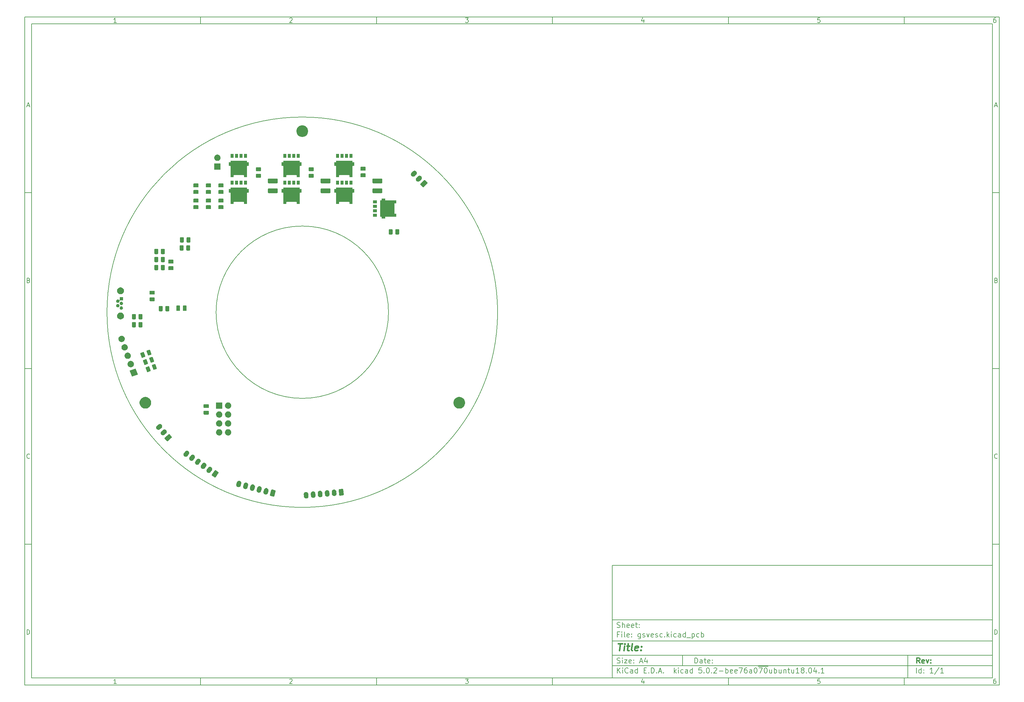
<source format=gbr>
G04 #@! TF.GenerationSoftware,KiCad,Pcbnew,5.0.2-bee76a0~70~ubuntu18.04.1*
G04 #@! TF.CreationDate,2019-01-04T10:38:41+01:00*
G04 #@! TF.ProjectId,gsvesc,67737665-7363-42e6-9b69-6361645f7063,rev?*
G04 #@! TF.SameCoordinates,Original*
G04 #@! TF.FileFunction,Soldermask,Bot*
G04 #@! TF.FilePolarity,Negative*
%FSLAX45Y45*%
G04 Gerber Fmt 4.5, Leading zero omitted, Abs format (unit mm)*
G04 Created by KiCad (PCBNEW 5.0.2-bee76a0~70~ubuntu18.04.1) date Fr 04 Jan 2019 10:38:41 CET*
%MOMM*%
%LPD*%
G01*
G04 APERTURE LIST*
%ADD10C,0.100000*%
%ADD11C,0.150000*%
%ADD12C,0.300000*%
%ADD13C,0.400000*%
%ADD14C,0.200000*%
G04 APERTURE END LIST*
D10*
D11*
X17700220Y-16600720D02*
X17700220Y-19800720D01*
X28500220Y-19800720D01*
X28500220Y-16600720D01*
X17700220Y-16600720D01*
D10*
D11*
X1000000Y-1000000D02*
X1000000Y-20000720D01*
X28700220Y-20000720D01*
X28700220Y-1000000D01*
X1000000Y-1000000D01*
D10*
D11*
X1200000Y-1200000D02*
X1200000Y-19800720D01*
X28500220Y-19800720D01*
X28500220Y-1200000D01*
X1200000Y-1200000D01*
D10*
D11*
X6000000Y-1200000D02*
X6000000Y-1000000D01*
D10*
D11*
X11000000Y-1200000D02*
X11000000Y-1000000D01*
D10*
D11*
X16000000Y-1200000D02*
X16000000Y-1000000D01*
D10*
D11*
X21000000Y-1200000D02*
X21000000Y-1000000D01*
D10*
D11*
X26000000Y-1200000D02*
X26000000Y-1000000D01*
D10*
D11*
X3606548Y-1158810D02*
X3532262Y-1158810D01*
X3569405Y-1158810D02*
X3569405Y-1028809D01*
X3557024Y-1047381D01*
X3544643Y-1059762D01*
X3532262Y-1065952D01*
D10*
D11*
X8532262Y-1041190D02*
X8538452Y-1035000D01*
X8550833Y-1028809D01*
X8581786Y-1028809D01*
X8594167Y-1035000D01*
X8600357Y-1041190D01*
X8606548Y-1053571D01*
X8606548Y-1065952D01*
X8600357Y-1084524D01*
X8526071Y-1158810D01*
X8606548Y-1158810D01*
D10*
D11*
X13526071Y-1028809D02*
X13606548Y-1028809D01*
X13563214Y-1078333D01*
X13581786Y-1078333D01*
X13594167Y-1084524D01*
X13600357Y-1090714D01*
X13606548Y-1103095D01*
X13606548Y-1134048D01*
X13600357Y-1146429D01*
X13594167Y-1152619D01*
X13581786Y-1158810D01*
X13544643Y-1158810D01*
X13532262Y-1152619D01*
X13526071Y-1146429D01*
D10*
D11*
X18594167Y-1072143D02*
X18594167Y-1158810D01*
X18563214Y-1022619D02*
X18532262Y-1115476D01*
X18612738Y-1115476D01*
D10*
D11*
X23600357Y-1028809D02*
X23538452Y-1028809D01*
X23532262Y-1090714D01*
X23538452Y-1084524D01*
X23550833Y-1078333D01*
X23581786Y-1078333D01*
X23594167Y-1084524D01*
X23600357Y-1090714D01*
X23606548Y-1103095D01*
X23606548Y-1134048D01*
X23600357Y-1146429D01*
X23594167Y-1152619D01*
X23581786Y-1158810D01*
X23550833Y-1158810D01*
X23538452Y-1152619D01*
X23532262Y-1146429D01*
D10*
D11*
X28594167Y-1028809D02*
X28569405Y-1028809D01*
X28557024Y-1035000D01*
X28550833Y-1041190D01*
X28538452Y-1059762D01*
X28532262Y-1084524D01*
X28532262Y-1134048D01*
X28538452Y-1146429D01*
X28544643Y-1152619D01*
X28557024Y-1158810D01*
X28581786Y-1158810D01*
X28594167Y-1152619D01*
X28600357Y-1146429D01*
X28606548Y-1134048D01*
X28606548Y-1103095D01*
X28600357Y-1090714D01*
X28594167Y-1084524D01*
X28581786Y-1078333D01*
X28557024Y-1078333D01*
X28544643Y-1084524D01*
X28538452Y-1090714D01*
X28532262Y-1103095D01*
D10*
D11*
X6000000Y-19800720D02*
X6000000Y-20000720D01*
D10*
D11*
X11000000Y-19800720D02*
X11000000Y-20000720D01*
D10*
D11*
X16000000Y-19800720D02*
X16000000Y-20000720D01*
D10*
D11*
X21000000Y-19800720D02*
X21000000Y-20000720D01*
D10*
D11*
X26000000Y-19800720D02*
X26000000Y-20000720D01*
D10*
D11*
X3606548Y-19959530D02*
X3532262Y-19959530D01*
X3569405Y-19959530D02*
X3569405Y-19829530D01*
X3557024Y-19848101D01*
X3544643Y-19860482D01*
X3532262Y-19866672D01*
D10*
D11*
X8532262Y-19841910D02*
X8538452Y-19835720D01*
X8550833Y-19829530D01*
X8581786Y-19829530D01*
X8594167Y-19835720D01*
X8600357Y-19841910D01*
X8606548Y-19854291D01*
X8606548Y-19866672D01*
X8600357Y-19885244D01*
X8526071Y-19959530D01*
X8606548Y-19959530D01*
D10*
D11*
X13526071Y-19829530D02*
X13606548Y-19829530D01*
X13563214Y-19879053D01*
X13581786Y-19879053D01*
X13594167Y-19885244D01*
X13600357Y-19891434D01*
X13606548Y-19903815D01*
X13606548Y-19934768D01*
X13600357Y-19947149D01*
X13594167Y-19953339D01*
X13581786Y-19959530D01*
X13544643Y-19959530D01*
X13532262Y-19953339D01*
X13526071Y-19947149D01*
D10*
D11*
X18594167Y-19872863D02*
X18594167Y-19959530D01*
X18563214Y-19823339D02*
X18532262Y-19916196D01*
X18612738Y-19916196D01*
D10*
D11*
X23600357Y-19829530D02*
X23538452Y-19829530D01*
X23532262Y-19891434D01*
X23538452Y-19885244D01*
X23550833Y-19879053D01*
X23581786Y-19879053D01*
X23594167Y-19885244D01*
X23600357Y-19891434D01*
X23606548Y-19903815D01*
X23606548Y-19934768D01*
X23600357Y-19947149D01*
X23594167Y-19953339D01*
X23581786Y-19959530D01*
X23550833Y-19959530D01*
X23538452Y-19953339D01*
X23532262Y-19947149D01*
D10*
D11*
X28594167Y-19829530D02*
X28569405Y-19829530D01*
X28557024Y-19835720D01*
X28550833Y-19841910D01*
X28538452Y-19860482D01*
X28532262Y-19885244D01*
X28532262Y-19934768D01*
X28538452Y-19947149D01*
X28544643Y-19953339D01*
X28557024Y-19959530D01*
X28581786Y-19959530D01*
X28594167Y-19953339D01*
X28600357Y-19947149D01*
X28606548Y-19934768D01*
X28606548Y-19903815D01*
X28600357Y-19891434D01*
X28594167Y-19885244D01*
X28581786Y-19879053D01*
X28557024Y-19879053D01*
X28544643Y-19885244D01*
X28538452Y-19891434D01*
X28532262Y-19903815D01*
D10*
D11*
X1000000Y-6000000D02*
X1200000Y-6000000D01*
D10*
D11*
X1000000Y-11000000D02*
X1200000Y-11000000D01*
D10*
D11*
X1000000Y-16000000D02*
X1200000Y-16000000D01*
D10*
D11*
X1069048Y-3521667D02*
X1130952Y-3521667D01*
X1056667Y-3558809D02*
X1100000Y-3428809D01*
X1143333Y-3558809D01*
D10*
D11*
X1109286Y-8490714D02*
X1127857Y-8496905D01*
X1134048Y-8503095D01*
X1140238Y-8515476D01*
X1140238Y-8534048D01*
X1134048Y-8546429D01*
X1127857Y-8552619D01*
X1115476Y-8558810D01*
X1065952Y-8558810D01*
X1065952Y-8428810D01*
X1109286Y-8428810D01*
X1121667Y-8435000D01*
X1127857Y-8441190D01*
X1134048Y-8453571D01*
X1134048Y-8465952D01*
X1127857Y-8478333D01*
X1121667Y-8484524D01*
X1109286Y-8490714D01*
X1065952Y-8490714D01*
D10*
D11*
X1140238Y-13546428D02*
X1134048Y-13552619D01*
X1115476Y-13558809D01*
X1103095Y-13558809D01*
X1084524Y-13552619D01*
X1072143Y-13540238D01*
X1065952Y-13527857D01*
X1059762Y-13503095D01*
X1059762Y-13484524D01*
X1065952Y-13459762D01*
X1072143Y-13447381D01*
X1084524Y-13435000D01*
X1103095Y-13428809D01*
X1115476Y-13428809D01*
X1134048Y-13435000D01*
X1140238Y-13441190D01*
D10*
D11*
X1065952Y-18558810D02*
X1065952Y-18428810D01*
X1096905Y-18428810D01*
X1115476Y-18435000D01*
X1127857Y-18447381D01*
X1134048Y-18459762D01*
X1140238Y-18484524D01*
X1140238Y-18503095D01*
X1134048Y-18527857D01*
X1127857Y-18540238D01*
X1115476Y-18552619D01*
X1096905Y-18558810D01*
X1065952Y-18558810D01*
D10*
D11*
X28700220Y-6000000D02*
X28500220Y-6000000D01*
D10*
D11*
X28700220Y-11000000D02*
X28500220Y-11000000D01*
D10*
D11*
X28700220Y-16000000D02*
X28500220Y-16000000D01*
D10*
D11*
X28569268Y-3521667D02*
X28631172Y-3521667D01*
X28556887Y-3558809D02*
X28600220Y-3428809D01*
X28643553Y-3558809D01*
D10*
D11*
X28609506Y-8490714D02*
X28628077Y-8496905D01*
X28634268Y-8503095D01*
X28640458Y-8515476D01*
X28640458Y-8534048D01*
X28634268Y-8546429D01*
X28628077Y-8552619D01*
X28615696Y-8558810D01*
X28566172Y-8558810D01*
X28566172Y-8428810D01*
X28609506Y-8428810D01*
X28621887Y-8435000D01*
X28628077Y-8441190D01*
X28634268Y-8453571D01*
X28634268Y-8465952D01*
X28628077Y-8478333D01*
X28621887Y-8484524D01*
X28609506Y-8490714D01*
X28566172Y-8490714D01*
D10*
D11*
X28640458Y-13546428D02*
X28634268Y-13552619D01*
X28615696Y-13558809D01*
X28603315Y-13558809D01*
X28584744Y-13552619D01*
X28572363Y-13540238D01*
X28566172Y-13527857D01*
X28559982Y-13503095D01*
X28559982Y-13484524D01*
X28566172Y-13459762D01*
X28572363Y-13447381D01*
X28584744Y-13435000D01*
X28603315Y-13428809D01*
X28615696Y-13428809D01*
X28634268Y-13435000D01*
X28640458Y-13441190D01*
D10*
D11*
X28566172Y-18558810D02*
X28566172Y-18428810D01*
X28597125Y-18428810D01*
X28615696Y-18435000D01*
X28628077Y-18447381D01*
X28634268Y-18459762D01*
X28640458Y-18484524D01*
X28640458Y-18503095D01*
X28634268Y-18527857D01*
X28628077Y-18540238D01*
X28615696Y-18552619D01*
X28597125Y-18558810D01*
X28566172Y-18558810D01*
D10*
D11*
X20043434Y-19378577D02*
X20043434Y-19228577D01*
X20079149Y-19228577D01*
X20100577Y-19235720D01*
X20114863Y-19250006D01*
X20122006Y-19264291D01*
X20129149Y-19292863D01*
X20129149Y-19314291D01*
X20122006Y-19342863D01*
X20114863Y-19357149D01*
X20100577Y-19371434D01*
X20079149Y-19378577D01*
X20043434Y-19378577D01*
X20257720Y-19378577D02*
X20257720Y-19300006D01*
X20250577Y-19285720D01*
X20236291Y-19278577D01*
X20207720Y-19278577D01*
X20193434Y-19285720D01*
X20257720Y-19371434D02*
X20243434Y-19378577D01*
X20207720Y-19378577D01*
X20193434Y-19371434D01*
X20186291Y-19357149D01*
X20186291Y-19342863D01*
X20193434Y-19328577D01*
X20207720Y-19321434D01*
X20243434Y-19321434D01*
X20257720Y-19314291D01*
X20307720Y-19278577D02*
X20364863Y-19278577D01*
X20329149Y-19228577D02*
X20329149Y-19357149D01*
X20336291Y-19371434D01*
X20350577Y-19378577D01*
X20364863Y-19378577D01*
X20472006Y-19371434D02*
X20457720Y-19378577D01*
X20429149Y-19378577D01*
X20414863Y-19371434D01*
X20407720Y-19357149D01*
X20407720Y-19300006D01*
X20414863Y-19285720D01*
X20429149Y-19278577D01*
X20457720Y-19278577D01*
X20472006Y-19285720D01*
X20479149Y-19300006D01*
X20479149Y-19314291D01*
X20407720Y-19328577D01*
X20543434Y-19364291D02*
X20550577Y-19371434D01*
X20543434Y-19378577D01*
X20536291Y-19371434D01*
X20543434Y-19364291D01*
X20543434Y-19378577D01*
X20543434Y-19285720D02*
X20550577Y-19292863D01*
X20543434Y-19300006D01*
X20536291Y-19292863D01*
X20543434Y-19285720D01*
X20543434Y-19300006D01*
D10*
D11*
X17700220Y-19450720D02*
X28500220Y-19450720D01*
D10*
D11*
X17843434Y-19658577D02*
X17843434Y-19508577D01*
X17929149Y-19658577D02*
X17864863Y-19572863D01*
X17929149Y-19508577D02*
X17843434Y-19594291D01*
X17993434Y-19658577D02*
X17993434Y-19558577D01*
X17993434Y-19508577D02*
X17986291Y-19515720D01*
X17993434Y-19522863D01*
X18000577Y-19515720D01*
X17993434Y-19508577D01*
X17993434Y-19522863D01*
X18150577Y-19644291D02*
X18143434Y-19651434D01*
X18122006Y-19658577D01*
X18107720Y-19658577D01*
X18086291Y-19651434D01*
X18072006Y-19637149D01*
X18064863Y-19622863D01*
X18057720Y-19594291D01*
X18057720Y-19572863D01*
X18064863Y-19544291D01*
X18072006Y-19530006D01*
X18086291Y-19515720D01*
X18107720Y-19508577D01*
X18122006Y-19508577D01*
X18143434Y-19515720D01*
X18150577Y-19522863D01*
X18279149Y-19658577D02*
X18279149Y-19580006D01*
X18272006Y-19565720D01*
X18257720Y-19558577D01*
X18229149Y-19558577D01*
X18214863Y-19565720D01*
X18279149Y-19651434D02*
X18264863Y-19658577D01*
X18229149Y-19658577D01*
X18214863Y-19651434D01*
X18207720Y-19637149D01*
X18207720Y-19622863D01*
X18214863Y-19608577D01*
X18229149Y-19601434D01*
X18264863Y-19601434D01*
X18279149Y-19594291D01*
X18414863Y-19658577D02*
X18414863Y-19508577D01*
X18414863Y-19651434D02*
X18400577Y-19658577D01*
X18372006Y-19658577D01*
X18357720Y-19651434D01*
X18350577Y-19644291D01*
X18343434Y-19630006D01*
X18343434Y-19587149D01*
X18350577Y-19572863D01*
X18357720Y-19565720D01*
X18372006Y-19558577D01*
X18400577Y-19558577D01*
X18414863Y-19565720D01*
X18600577Y-19580006D02*
X18650577Y-19580006D01*
X18672006Y-19658577D02*
X18600577Y-19658577D01*
X18600577Y-19508577D01*
X18672006Y-19508577D01*
X18736291Y-19644291D02*
X18743434Y-19651434D01*
X18736291Y-19658577D01*
X18729149Y-19651434D01*
X18736291Y-19644291D01*
X18736291Y-19658577D01*
X18807720Y-19658577D02*
X18807720Y-19508577D01*
X18843434Y-19508577D01*
X18864863Y-19515720D01*
X18879149Y-19530006D01*
X18886291Y-19544291D01*
X18893434Y-19572863D01*
X18893434Y-19594291D01*
X18886291Y-19622863D01*
X18879149Y-19637149D01*
X18864863Y-19651434D01*
X18843434Y-19658577D01*
X18807720Y-19658577D01*
X18957720Y-19644291D02*
X18964863Y-19651434D01*
X18957720Y-19658577D01*
X18950577Y-19651434D01*
X18957720Y-19644291D01*
X18957720Y-19658577D01*
X19022006Y-19615720D02*
X19093434Y-19615720D01*
X19007720Y-19658577D02*
X19057720Y-19508577D01*
X19107720Y-19658577D01*
X19157720Y-19644291D02*
X19164863Y-19651434D01*
X19157720Y-19658577D01*
X19150577Y-19651434D01*
X19157720Y-19644291D01*
X19157720Y-19658577D01*
X19457720Y-19658577D02*
X19457720Y-19508577D01*
X19472006Y-19601434D02*
X19514863Y-19658577D01*
X19514863Y-19558577D02*
X19457720Y-19615720D01*
X19579149Y-19658577D02*
X19579149Y-19558577D01*
X19579149Y-19508577D02*
X19572006Y-19515720D01*
X19579149Y-19522863D01*
X19586291Y-19515720D01*
X19579149Y-19508577D01*
X19579149Y-19522863D01*
X19714863Y-19651434D02*
X19700577Y-19658577D01*
X19672006Y-19658577D01*
X19657720Y-19651434D01*
X19650577Y-19644291D01*
X19643434Y-19630006D01*
X19643434Y-19587149D01*
X19650577Y-19572863D01*
X19657720Y-19565720D01*
X19672006Y-19558577D01*
X19700577Y-19558577D01*
X19714863Y-19565720D01*
X19843434Y-19658577D02*
X19843434Y-19580006D01*
X19836291Y-19565720D01*
X19822006Y-19558577D01*
X19793434Y-19558577D01*
X19779149Y-19565720D01*
X19843434Y-19651434D02*
X19829149Y-19658577D01*
X19793434Y-19658577D01*
X19779149Y-19651434D01*
X19772006Y-19637149D01*
X19772006Y-19622863D01*
X19779149Y-19608577D01*
X19793434Y-19601434D01*
X19829149Y-19601434D01*
X19843434Y-19594291D01*
X19979149Y-19658577D02*
X19979149Y-19508577D01*
X19979149Y-19651434D02*
X19964863Y-19658577D01*
X19936291Y-19658577D01*
X19922006Y-19651434D01*
X19914863Y-19644291D01*
X19907720Y-19630006D01*
X19907720Y-19587149D01*
X19914863Y-19572863D01*
X19922006Y-19565720D01*
X19936291Y-19558577D01*
X19964863Y-19558577D01*
X19979149Y-19565720D01*
X20236291Y-19508577D02*
X20164863Y-19508577D01*
X20157720Y-19580006D01*
X20164863Y-19572863D01*
X20179149Y-19565720D01*
X20214863Y-19565720D01*
X20229149Y-19572863D01*
X20236291Y-19580006D01*
X20243434Y-19594291D01*
X20243434Y-19630006D01*
X20236291Y-19644291D01*
X20229149Y-19651434D01*
X20214863Y-19658577D01*
X20179149Y-19658577D01*
X20164863Y-19651434D01*
X20157720Y-19644291D01*
X20307720Y-19644291D02*
X20314863Y-19651434D01*
X20307720Y-19658577D01*
X20300577Y-19651434D01*
X20307720Y-19644291D01*
X20307720Y-19658577D01*
X20407720Y-19508577D02*
X20422006Y-19508577D01*
X20436291Y-19515720D01*
X20443434Y-19522863D01*
X20450577Y-19537149D01*
X20457720Y-19565720D01*
X20457720Y-19601434D01*
X20450577Y-19630006D01*
X20443434Y-19644291D01*
X20436291Y-19651434D01*
X20422006Y-19658577D01*
X20407720Y-19658577D01*
X20393434Y-19651434D01*
X20386291Y-19644291D01*
X20379149Y-19630006D01*
X20372006Y-19601434D01*
X20372006Y-19565720D01*
X20379149Y-19537149D01*
X20386291Y-19522863D01*
X20393434Y-19515720D01*
X20407720Y-19508577D01*
X20522006Y-19644291D02*
X20529149Y-19651434D01*
X20522006Y-19658577D01*
X20514863Y-19651434D01*
X20522006Y-19644291D01*
X20522006Y-19658577D01*
X20586291Y-19522863D02*
X20593434Y-19515720D01*
X20607720Y-19508577D01*
X20643434Y-19508577D01*
X20657720Y-19515720D01*
X20664863Y-19522863D01*
X20672006Y-19537149D01*
X20672006Y-19551434D01*
X20664863Y-19572863D01*
X20579149Y-19658577D01*
X20672006Y-19658577D01*
X20736291Y-19601434D02*
X20850577Y-19601434D01*
X20922006Y-19658577D02*
X20922006Y-19508577D01*
X20922006Y-19565720D02*
X20936291Y-19558577D01*
X20964863Y-19558577D01*
X20979149Y-19565720D01*
X20986291Y-19572863D01*
X20993434Y-19587149D01*
X20993434Y-19630006D01*
X20986291Y-19644291D01*
X20979149Y-19651434D01*
X20964863Y-19658577D01*
X20936291Y-19658577D01*
X20922006Y-19651434D01*
X21114863Y-19651434D02*
X21100577Y-19658577D01*
X21072006Y-19658577D01*
X21057720Y-19651434D01*
X21050577Y-19637149D01*
X21050577Y-19580006D01*
X21057720Y-19565720D01*
X21072006Y-19558577D01*
X21100577Y-19558577D01*
X21114863Y-19565720D01*
X21122006Y-19580006D01*
X21122006Y-19594291D01*
X21050577Y-19608577D01*
X21243434Y-19651434D02*
X21229149Y-19658577D01*
X21200577Y-19658577D01*
X21186291Y-19651434D01*
X21179149Y-19637149D01*
X21179149Y-19580006D01*
X21186291Y-19565720D01*
X21200577Y-19558577D01*
X21229149Y-19558577D01*
X21243434Y-19565720D01*
X21250577Y-19580006D01*
X21250577Y-19594291D01*
X21179149Y-19608577D01*
X21300577Y-19508577D02*
X21400577Y-19508577D01*
X21336291Y-19658577D01*
X21522006Y-19508577D02*
X21493434Y-19508577D01*
X21479149Y-19515720D01*
X21472006Y-19522863D01*
X21457720Y-19544291D01*
X21450577Y-19572863D01*
X21450577Y-19630006D01*
X21457720Y-19644291D01*
X21464863Y-19651434D01*
X21479149Y-19658577D01*
X21507720Y-19658577D01*
X21522006Y-19651434D01*
X21529149Y-19644291D01*
X21536291Y-19630006D01*
X21536291Y-19594291D01*
X21529149Y-19580006D01*
X21522006Y-19572863D01*
X21507720Y-19565720D01*
X21479149Y-19565720D01*
X21464863Y-19572863D01*
X21457720Y-19580006D01*
X21450577Y-19594291D01*
X21664863Y-19658577D02*
X21664863Y-19580006D01*
X21657720Y-19565720D01*
X21643434Y-19558577D01*
X21614863Y-19558577D01*
X21600577Y-19565720D01*
X21664863Y-19651434D02*
X21650577Y-19658577D01*
X21614863Y-19658577D01*
X21600577Y-19651434D01*
X21593434Y-19637149D01*
X21593434Y-19622863D01*
X21600577Y-19608577D01*
X21614863Y-19601434D01*
X21650577Y-19601434D01*
X21664863Y-19594291D01*
X21764863Y-19508577D02*
X21779149Y-19508577D01*
X21793434Y-19515720D01*
X21800577Y-19522863D01*
X21807720Y-19537149D01*
X21814863Y-19565720D01*
X21814863Y-19601434D01*
X21807720Y-19630006D01*
X21800577Y-19644291D01*
X21793434Y-19651434D01*
X21779149Y-19658577D01*
X21764863Y-19658577D01*
X21750577Y-19651434D01*
X21743434Y-19644291D01*
X21736291Y-19630006D01*
X21729149Y-19601434D01*
X21729149Y-19565720D01*
X21736291Y-19537149D01*
X21743434Y-19522863D01*
X21750577Y-19515720D01*
X21764863Y-19508577D01*
X21843434Y-19467720D02*
X21986291Y-19467720D01*
X21864863Y-19508577D02*
X21964863Y-19508577D01*
X21900577Y-19658577D01*
X21986291Y-19467720D02*
X22129149Y-19467720D01*
X22050577Y-19508577D02*
X22064863Y-19508577D01*
X22079149Y-19515720D01*
X22086291Y-19522863D01*
X22093434Y-19537149D01*
X22100577Y-19565720D01*
X22100577Y-19601434D01*
X22093434Y-19630006D01*
X22086291Y-19644291D01*
X22079149Y-19651434D01*
X22064863Y-19658577D01*
X22050577Y-19658577D01*
X22036291Y-19651434D01*
X22029149Y-19644291D01*
X22022006Y-19630006D01*
X22014863Y-19601434D01*
X22014863Y-19565720D01*
X22022006Y-19537149D01*
X22029149Y-19522863D01*
X22036291Y-19515720D01*
X22050577Y-19508577D01*
X22229149Y-19558577D02*
X22229149Y-19658577D01*
X22164863Y-19558577D02*
X22164863Y-19637149D01*
X22172006Y-19651434D01*
X22186291Y-19658577D01*
X22207720Y-19658577D01*
X22222006Y-19651434D01*
X22229149Y-19644291D01*
X22300577Y-19658577D02*
X22300577Y-19508577D01*
X22300577Y-19565720D02*
X22314863Y-19558577D01*
X22343434Y-19558577D01*
X22357720Y-19565720D01*
X22364863Y-19572863D01*
X22372006Y-19587149D01*
X22372006Y-19630006D01*
X22364863Y-19644291D01*
X22357720Y-19651434D01*
X22343434Y-19658577D01*
X22314863Y-19658577D01*
X22300577Y-19651434D01*
X22500577Y-19558577D02*
X22500577Y-19658577D01*
X22436291Y-19558577D02*
X22436291Y-19637149D01*
X22443434Y-19651434D01*
X22457720Y-19658577D01*
X22479148Y-19658577D01*
X22493434Y-19651434D01*
X22500577Y-19644291D01*
X22572006Y-19558577D02*
X22572006Y-19658577D01*
X22572006Y-19572863D02*
X22579148Y-19565720D01*
X22593434Y-19558577D01*
X22614863Y-19558577D01*
X22629148Y-19565720D01*
X22636291Y-19580006D01*
X22636291Y-19658577D01*
X22686291Y-19558577D02*
X22743434Y-19558577D01*
X22707720Y-19508577D02*
X22707720Y-19637149D01*
X22714863Y-19651434D01*
X22729148Y-19658577D01*
X22743434Y-19658577D01*
X22857720Y-19558577D02*
X22857720Y-19658577D01*
X22793434Y-19558577D02*
X22793434Y-19637149D01*
X22800577Y-19651434D01*
X22814863Y-19658577D01*
X22836291Y-19658577D01*
X22850577Y-19651434D01*
X22857720Y-19644291D01*
X23007720Y-19658577D02*
X22922006Y-19658577D01*
X22964863Y-19658577D02*
X22964863Y-19508577D01*
X22950577Y-19530006D01*
X22936291Y-19544291D01*
X22922006Y-19551434D01*
X23093434Y-19572863D02*
X23079148Y-19565720D01*
X23072006Y-19558577D01*
X23064863Y-19544291D01*
X23064863Y-19537149D01*
X23072006Y-19522863D01*
X23079148Y-19515720D01*
X23093434Y-19508577D01*
X23122006Y-19508577D01*
X23136291Y-19515720D01*
X23143434Y-19522863D01*
X23150577Y-19537149D01*
X23150577Y-19544291D01*
X23143434Y-19558577D01*
X23136291Y-19565720D01*
X23122006Y-19572863D01*
X23093434Y-19572863D01*
X23079148Y-19580006D01*
X23072006Y-19587149D01*
X23064863Y-19601434D01*
X23064863Y-19630006D01*
X23072006Y-19644291D01*
X23079148Y-19651434D01*
X23093434Y-19658577D01*
X23122006Y-19658577D01*
X23136291Y-19651434D01*
X23143434Y-19644291D01*
X23150577Y-19630006D01*
X23150577Y-19601434D01*
X23143434Y-19587149D01*
X23136291Y-19580006D01*
X23122006Y-19572863D01*
X23214863Y-19644291D02*
X23222006Y-19651434D01*
X23214863Y-19658577D01*
X23207720Y-19651434D01*
X23214863Y-19644291D01*
X23214863Y-19658577D01*
X23314863Y-19508577D02*
X23329148Y-19508577D01*
X23343434Y-19515720D01*
X23350577Y-19522863D01*
X23357720Y-19537149D01*
X23364863Y-19565720D01*
X23364863Y-19601434D01*
X23357720Y-19630006D01*
X23350577Y-19644291D01*
X23343434Y-19651434D01*
X23329148Y-19658577D01*
X23314863Y-19658577D01*
X23300577Y-19651434D01*
X23293434Y-19644291D01*
X23286291Y-19630006D01*
X23279148Y-19601434D01*
X23279148Y-19565720D01*
X23286291Y-19537149D01*
X23293434Y-19522863D01*
X23300577Y-19515720D01*
X23314863Y-19508577D01*
X23493434Y-19558577D02*
X23493434Y-19658577D01*
X23457720Y-19501434D02*
X23422006Y-19608577D01*
X23514863Y-19608577D01*
X23572006Y-19644291D02*
X23579148Y-19651434D01*
X23572006Y-19658577D01*
X23564863Y-19651434D01*
X23572006Y-19644291D01*
X23572006Y-19658577D01*
X23722006Y-19658577D02*
X23636291Y-19658577D01*
X23679148Y-19658577D02*
X23679148Y-19508577D01*
X23664863Y-19530006D01*
X23650577Y-19544291D01*
X23636291Y-19551434D01*
D10*
D11*
X17700220Y-19150720D02*
X28500220Y-19150720D01*
D10*
D12*
X26441148Y-19378577D02*
X26391148Y-19307149D01*
X26355434Y-19378577D02*
X26355434Y-19228577D01*
X26412577Y-19228577D01*
X26426863Y-19235720D01*
X26434006Y-19242863D01*
X26441148Y-19257149D01*
X26441148Y-19278577D01*
X26434006Y-19292863D01*
X26426863Y-19300006D01*
X26412577Y-19307149D01*
X26355434Y-19307149D01*
X26562577Y-19371434D02*
X26548291Y-19378577D01*
X26519720Y-19378577D01*
X26505434Y-19371434D01*
X26498291Y-19357149D01*
X26498291Y-19300006D01*
X26505434Y-19285720D01*
X26519720Y-19278577D01*
X26548291Y-19278577D01*
X26562577Y-19285720D01*
X26569720Y-19300006D01*
X26569720Y-19314291D01*
X26498291Y-19328577D01*
X26619720Y-19278577D02*
X26655434Y-19378577D01*
X26691148Y-19278577D01*
X26748291Y-19364291D02*
X26755434Y-19371434D01*
X26748291Y-19378577D01*
X26741148Y-19371434D01*
X26748291Y-19364291D01*
X26748291Y-19378577D01*
X26748291Y-19285720D02*
X26755434Y-19292863D01*
X26748291Y-19300006D01*
X26741148Y-19292863D01*
X26748291Y-19285720D01*
X26748291Y-19300006D01*
D10*
D11*
X17836291Y-19371434D02*
X17857720Y-19378577D01*
X17893434Y-19378577D01*
X17907720Y-19371434D01*
X17914863Y-19364291D01*
X17922006Y-19350006D01*
X17922006Y-19335720D01*
X17914863Y-19321434D01*
X17907720Y-19314291D01*
X17893434Y-19307149D01*
X17864863Y-19300006D01*
X17850577Y-19292863D01*
X17843434Y-19285720D01*
X17836291Y-19271434D01*
X17836291Y-19257149D01*
X17843434Y-19242863D01*
X17850577Y-19235720D01*
X17864863Y-19228577D01*
X17900577Y-19228577D01*
X17922006Y-19235720D01*
X17986291Y-19378577D02*
X17986291Y-19278577D01*
X17986291Y-19228577D02*
X17979149Y-19235720D01*
X17986291Y-19242863D01*
X17993434Y-19235720D01*
X17986291Y-19228577D01*
X17986291Y-19242863D01*
X18043434Y-19278577D02*
X18122006Y-19278577D01*
X18043434Y-19378577D01*
X18122006Y-19378577D01*
X18236291Y-19371434D02*
X18222006Y-19378577D01*
X18193434Y-19378577D01*
X18179149Y-19371434D01*
X18172006Y-19357149D01*
X18172006Y-19300006D01*
X18179149Y-19285720D01*
X18193434Y-19278577D01*
X18222006Y-19278577D01*
X18236291Y-19285720D01*
X18243434Y-19300006D01*
X18243434Y-19314291D01*
X18172006Y-19328577D01*
X18307720Y-19364291D02*
X18314863Y-19371434D01*
X18307720Y-19378577D01*
X18300577Y-19371434D01*
X18307720Y-19364291D01*
X18307720Y-19378577D01*
X18307720Y-19285720D02*
X18314863Y-19292863D01*
X18307720Y-19300006D01*
X18300577Y-19292863D01*
X18307720Y-19285720D01*
X18307720Y-19300006D01*
X18486291Y-19335720D02*
X18557720Y-19335720D01*
X18472006Y-19378577D02*
X18522006Y-19228577D01*
X18572006Y-19378577D01*
X18686291Y-19278577D02*
X18686291Y-19378577D01*
X18650577Y-19221434D02*
X18614863Y-19328577D01*
X18707720Y-19328577D01*
D10*
D11*
X26343434Y-19658577D02*
X26343434Y-19508577D01*
X26479148Y-19658577D02*
X26479148Y-19508577D01*
X26479148Y-19651434D02*
X26464863Y-19658577D01*
X26436291Y-19658577D01*
X26422006Y-19651434D01*
X26414863Y-19644291D01*
X26407720Y-19630006D01*
X26407720Y-19587149D01*
X26414863Y-19572863D01*
X26422006Y-19565720D01*
X26436291Y-19558577D01*
X26464863Y-19558577D01*
X26479148Y-19565720D01*
X26550577Y-19644291D02*
X26557720Y-19651434D01*
X26550577Y-19658577D01*
X26543434Y-19651434D01*
X26550577Y-19644291D01*
X26550577Y-19658577D01*
X26550577Y-19565720D02*
X26557720Y-19572863D01*
X26550577Y-19580006D01*
X26543434Y-19572863D01*
X26550577Y-19565720D01*
X26550577Y-19580006D01*
X26814863Y-19658577D02*
X26729148Y-19658577D01*
X26772006Y-19658577D02*
X26772006Y-19508577D01*
X26757720Y-19530006D01*
X26743434Y-19544291D01*
X26729148Y-19551434D01*
X26986291Y-19501434D02*
X26857720Y-19694291D01*
X27114863Y-19658577D02*
X27029148Y-19658577D01*
X27072006Y-19658577D02*
X27072006Y-19508577D01*
X27057720Y-19530006D01*
X27043434Y-19544291D01*
X27029148Y-19551434D01*
D10*
D11*
X17700220Y-18750720D02*
X28500220Y-18750720D01*
D10*
D13*
X17871458Y-18821196D02*
X17985744Y-18821196D01*
X17903601Y-19021196D02*
X17928601Y-18821196D01*
X18027410Y-19021196D02*
X18044077Y-18887863D01*
X18052410Y-18821196D02*
X18041696Y-18830720D01*
X18050030Y-18840244D01*
X18060744Y-18830720D01*
X18052410Y-18821196D01*
X18050030Y-18840244D01*
X18110744Y-18887863D02*
X18186934Y-18887863D01*
X18147649Y-18821196D02*
X18126220Y-18992625D01*
X18133363Y-19011672D01*
X18151220Y-19021196D01*
X18170268Y-19021196D01*
X18265506Y-19021196D02*
X18247649Y-19011672D01*
X18240506Y-18992625D01*
X18261934Y-18821196D01*
X18419077Y-19011672D02*
X18398839Y-19021196D01*
X18360744Y-19021196D01*
X18342887Y-19011672D01*
X18335744Y-18992625D01*
X18345268Y-18916434D01*
X18357172Y-18897387D01*
X18377410Y-18887863D01*
X18415506Y-18887863D01*
X18433363Y-18897387D01*
X18440506Y-18916434D01*
X18438125Y-18935482D01*
X18340506Y-18954530D01*
X18515506Y-19002149D02*
X18523839Y-19011672D01*
X18513125Y-19021196D01*
X18504791Y-19011672D01*
X18515506Y-19002149D01*
X18513125Y-19021196D01*
X18528601Y-18897387D02*
X18536934Y-18906910D01*
X18526220Y-18916434D01*
X18517887Y-18906910D01*
X18528601Y-18897387D01*
X18526220Y-18916434D01*
D10*
D11*
X17893434Y-18560006D02*
X17843434Y-18560006D01*
X17843434Y-18638577D02*
X17843434Y-18488577D01*
X17914863Y-18488577D01*
X17972006Y-18638577D02*
X17972006Y-18538577D01*
X17972006Y-18488577D02*
X17964863Y-18495720D01*
X17972006Y-18502863D01*
X17979149Y-18495720D01*
X17972006Y-18488577D01*
X17972006Y-18502863D01*
X18064863Y-18638577D02*
X18050577Y-18631434D01*
X18043434Y-18617149D01*
X18043434Y-18488577D01*
X18179149Y-18631434D02*
X18164863Y-18638577D01*
X18136291Y-18638577D01*
X18122006Y-18631434D01*
X18114863Y-18617149D01*
X18114863Y-18560006D01*
X18122006Y-18545720D01*
X18136291Y-18538577D01*
X18164863Y-18538577D01*
X18179149Y-18545720D01*
X18186291Y-18560006D01*
X18186291Y-18574291D01*
X18114863Y-18588577D01*
X18250577Y-18624291D02*
X18257720Y-18631434D01*
X18250577Y-18638577D01*
X18243434Y-18631434D01*
X18250577Y-18624291D01*
X18250577Y-18638577D01*
X18250577Y-18545720D02*
X18257720Y-18552863D01*
X18250577Y-18560006D01*
X18243434Y-18552863D01*
X18250577Y-18545720D01*
X18250577Y-18560006D01*
X18500577Y-18538577D02*
X18500577Y-18660006D01*
X18493434Y-18674291D01*
X18486291Y-18681434D01*
X18472006Y-18688577D01*
X18450577Y-18688577D01*
X18436291Y-18681434D01*
X18500577Y-18631434D02*
X18486291Y-18638577D01*
X18457720Y-18638577D01*
X18443434Y-18631434D01*
X18436291Y-18624291D01*
X18429149Y-18610006D01*
X18429149Y-18567149D01*
X18436291Y-18552863D01*
X18443434Y-18545720D01*
X18457720Y-18538577D01*
X18486291Y-18538577D01*
X18500577Y-18545720D01*
X18564863Y-18631434D02*
X18579149Y-18638577D01*
X18607720Y-18638577D01*
X18622006Y-18631434D01*
X18629149Y-18617149D01*
X18629149Y-18610006D01*
X18622006Y-18595720D01*
X18607720Y-18588577D01*
X18586291Y-18588577D01*
X18572006Y-18581434D01*
X18564863Y-18567149D01*
X18564863Y-18560006D01*
X18572006Y-18545720D01*
X18586291Y-18538577D01*
X18607720Y-18538577D01*
X18622006Y-18545720D01*
X18679149Y-18538577D02*
X18714863Y-18638577D01*
X18750577Y-18538577D01*
X18864863Y-18631434D02*
X18850577Y-18638577D01*
X18822006Y-18638577D01*
X18807720Y-18631434D01*
X18800577Y-18617149D01*
X18800577Y-18560006D01*
X18807720Y-18545720D01*
X18822006Y-18538577D01*
X18850577Y-18538577D01*
X18864863Y-18545720D01*
X18872006Y-18560006D01*
X18872006Y-18574291D01*
X18800577Y-18588577D01*
X18929149Y-18631434D02*
X18943434Y-18638577D01*
X18972006Y-18638577D01*
X18986291Y-18631434D01*
X18993434Y-18617149D01*
X18993434Y-18610006D01*
X18986291Y-18595720D01*
X18972006Y-18588577D01*
X18950577Y-18588577D01*
X18936291Y-18581434D01*
X18929149Y-18567149D01*
X18929149Y-18560006D01*
X18936291Y-18545720D01*
X18950577Y-18538577D01*
X18972006Y-18538577D01*
X18986291Y-18545720D01*
X19122006Y-18631434D02*
X19107720Y-18638577D01*
X19079149Y-18638577D01*
X19064863Y-18631434D01*
X19057720Y-18624291D01*
X19050577Y-18610006D01*
X19050577Y-18567149D01*
X19057720Y-18552863D01*
X19064863Y-18545720D01*
X19079149Y-18538577D01*
X19107720Y-18538577D01*
X19122006Y-18545720D01*
X19186291Y-18624291D02*
X19193434Y-18631434D01*
X19186291Y-18638577D01*
X19179149Y-18631434D01*
X19186291Y-18624291D01*
X19186291Y-18638577D01*
X19257720Y-18638577D02*
X19257720Y-18488577D01*
X19272006Y-18581434D02*
X19314863Y-18638577D01*
X19314863Y-18538577D02*
X19257720Y-18595720D01*
X19379149Y-18638577D02*
X19379149Y-18538577D01*
X19379149Y-18488577D02*
X19372006Y-18495720D01*
X19379149Y-18502863D01*
X19386291Y-18495720D01*
X19379149Y-18488577D01*
X19379149Y-18502863D01*
X19514863Y-18631434D02*
X19500577Y-18638577D01*
X19472006Y-18638577D01*
X19457720Y-18631434D01*
X19450577Y-18624291D01*
X19443434Y-18610006D01*
X19443434Y-18567149D01*
X19450577Y-18552863D01*
X19457720Y-18545720D01*
X19472006Y-18538577D01*
X19500577Y-18538577D01*
X19514863Y-18545720D01*
X19643434Y-18638577D02*
X19643434Y-18560006D01*
X19636291Y-18545720D01*
X19622006Y-18538577D01*
X19593434Y-18538577D01*
X19579149Y-18545720D01*
X19643434Y-18631434D02*
X19629149Y-18638577D01*
X19593434Y-18638577D01*
X19579149Y-18631434D01*
X19572006Y-18617149D01*
X19572006Y-18602863D01*
X19579149Y-18588577D01*
X19593434Y-18581434D01*
X19629149Y-18581434D01*
X19643434Y-18574291D01*
X19779149Y-18638577D02*
X19779149Y-18488577D01*
X19779149Y-18631434D02*
X19764863Y-18638577D01*
X19736291Y-18638577D01*
X19722006Y-18631434D01*
X19714863Y-18624291D01*
X19707720Y-18610006D01*
X19707720Y-18567149D01*
X19714863Y-18552863D01*
X19722006Y-18545720D01*
X19736291Y-18538577D01*
X19764863Y-18538577D01*
X19779149Y-18545720D01*
X19814863Y-18652863D02*
X19929149Y-18652863D01*
X19964863Y-18538577D02*
X19964863Y-18688577D01*
X19964863Y-18545720D02*
X19979149Y-18538577D01*
X20007720Y-18538577D01*
X20022006Y-18545720D01*
X20029149Y-18552863D01*
X20036291Y-18567149D01*
X20036291Y-18610006D01*
X20029149Y-18624291D01*
X20022006Y-18631434D01*
X20007720Y-18638577D01*
X19979149Y-18638577D01*
X19964863Y-18631434D01*
X20164863Y-18631434D02*
X20150577Y-18638577D01*
X20122006Y-18638577D01*
X20107720Y-18631434D01*
X20100577Y-18624291D01*
X20093434Y-18610006D01*
X20093434Y-18567149D01*
X20100577Y-18552863D01*
X20107720Y-18545720D01*
X20122006Y-18538577D01*
X20150577Y-18538577D01*
X20164863Y-18545720D01*
X20229149Y-18638577D02*
X20229149Y-18488577D01*
X20229149Y-18545720D02*
X20243434Y-18538577D01*
X20272006Y-18538577D01*
X20286291Y-18545720D01*
X20293434Y-18552863D01*
X20300577Y-18567149D01*
X20300577Y-18610006D01*
X20293434Y-18624291D01*
X20286291Y-18631434D01*
X20272006Y-18638577D01*
X20243434Y-18638577D01*
X20229149Y-18631434D01*
D10*
D11*
X17700220Y-18150720D02*
X28500220Y-18150720D01*
D10*
D11*
X17836291Y-18361434D02*
X17857720Y-18368577D01*
X17893434Y-18368577D01*
X17907720Y-18361434D01*
X17914863Y-18354291D01*
X17922006Y-18340006D01*
X17922006Y-18325720D01*
X17914863Y-18311434D01*
X17907720Y-18304291D01*
X17893434Y-18297149D01*
X17864863Y-18290006D01*
X17850577Y-18282863D01*
X17843434Y-18275720D01*
X17836291Y-18261434D01*
X17836291Y-18247149D01*
X17843434Y-18232863D01*
X17850577Y-18225720D01*
X17864863Y-18218577D01*
X17900577Y-18218577D01*
X17922006Y-18225720D01*
X17986291Y-18368577D02*
X17986291Y-18218577D01*
X18050577Y-18368577D02*
X18050577Y-18290006D01*
X18043434Y-18275720D01*
X18029149Y-18268577D01*
X18007720Y-18268577D01*
X17993434Y-18275720D01*
X17986291Y-18282863D01*
X18179149Y-18361434D02*
X18164863Y-18368577D01*
X18136291Y-18368577D01*
X18122006Y-18361434D01*
X18114863Y-18347149D01*
X18114863Y-18290006D01*
X18122006Y-18275720D01*
X18136291Y-18268577D01*
X18164863Y-18268577D01*
X18179149Y-18275720D01*
X18186291Y-18290006D01*
X18186291Y-18304291D01*
X18114863Y-18318577D01*
X18307720Y-18361434D02*
X18293434Y-18368577D01*
X18264863Y-18368577D01*
X18250577Y-18361434D01*
X18243434Y-18347149D01*
X18243434Y-18290006D01*
X18250577Y-18275720D01*
X18264863Y-18268577D01*
X18293434Y-18268577D01*
X18307720Y-18275720D01*
X18314863Y-18290006D01*
X18314863Y-18304291D01*
X18243434Y-18318577D01*
X18357720Y-18268577D02*
X18414863Y-18268577D01*
X18379149Y-18218577D02*
X18379149Y-18347149D01*
X18386291Y-18361434D01*
X18400577Y-18368577D01*
X18414863Y-18368577D01*
X18464863Y-18354291D02*
X18472006Y-18361434D01*
X18464863Y-18368577D01*
X18457720Y-18361434D01*
X18464863Y-18354291D01*
X18464863Y-18368577D01*
X18464863Y-18275720D02*
X18472006Y-18282863D01*
X18464863Y-18290006D01*
X18457720Y-18282863D01*
X18464863Y-18275720D01*
X18464863Y-18290006D01*
D10*
D11*
X19700220Y-19150720D02*
X19700220Y-19450720D01*
D10*
D11*
X26100220Y-19150720D02*
X26100220Y-19800720D01*
D14*
X11340000Y-9398000D02*
G75*
G03X11340000Y-9398000I-2450000J0D01*
G01*
X14440000Y-9398000D02*
G75*
G03X14440000Y-9398000I-5550000J0D01*
G01*
D10*
G36*
X9003430Y-14510834D02*
X9015979Y-14513473D01*
X9015979Y-14513473D01*
X9015979Y-14513473D01*
X9022909Y-14516432D01*
X9027772Y-14518509D01*
X9037033Y-14524844D01*
X9038356Y-14525750D01*
X9047325Y-14534916D01*
X9054332Y-14545655D01*
X9059110Y-14557555D01*
X9060882Y-14567002D01*
X9063775Y-14600065D01*
X9066233Y-14628162D01*
X9066128Y-14637772D01*
X9063489Y-14650322D01*
X9063489Y-14650322D01*
X9058991Y-14660856D01*
X9058453Y-14662115D01*
X9051967Y-14671596D01*
X9051213Y-14672699D01*
X9042047Y-14681667D01*
X9031307Y-14688675D01*
X9026530Y-14690593D01*
X9019407Y-14693453D01*
X9009168Y-14695373D01*
X9006804Y-14695817D01*
X9006803Y-14695817D01*
X8993981Y-14695677D01*
X8989983Y-14694837D01*
X8981432Y-14693038D01*
X8974675Y-14690153D01*
X8969638Y-14688002D01*
X8959054Y-14680762D01*
X8950086Y-14671596D01*
X8949417Y-14670571D01*
X8943078Y-14660856D01*
X8938301Y-14648956D01*
X8936738Y-14640627D01*
X8936529Y-14639510D01*
X8936429Y-14638369D01*
X8932823Y-14597161D01*
X8931178Y-14578349D01*
X8931282Y-14568739D01*
X8933921Y-14556190D01*
X8938420Y-14545655D01*
X8938957Y-14544397D01*
X8939579Y-14543487D01*
X8946198Y-14533812D01*
X8953196Y-14526965D01*
X8955364Y-14524844D01*
X8966103Y-14517837D01*
X8970881Y-14515918D01*
X8978004Y-14513059D01*
X8989861Y-14510834D01*
X8990607Y-14510694D01*
X8990607Y-14510694D01*
X9003430Y-14510834D01*
X9003430Y-14510834D01*
G37*
G36*
X9202669Y-14493403D02*
X9215218Y-14496042D01*
X9227011Y-14501078D01*
X9236272Y-14507413D01*
X9237595Y-14508319D01*
X9246564Y-14517485D01*
X9253571Y-14528224D01*
X9258349Y-14540124D01*
X9260121Y-14549571D01*
X9262630Y-14578242D01*
X9265472Y-14610731D01*
X9265367Y-14620341D01*
X9262728Y-14632891D01*
X9262728Y-14632891D01*
X9258230Y-14643425D01*
X9257692Y-14644684D01*
X9251206Y-14654165D01*
X9250452Y-14655268D01*
X9241286Y-14664236D01*
X9230546Y-14671244D01*
X9225769Y-14673162D01*
X9218646Y-14676021D01*
X9208407Y-14677942D01*
X9206042Y-14678386D01*
X9206042Y-14678386D01*
X9193220Y-14678246D01*
X9189222Y-14677405D01*
X9180671Y-14675607D01*
X9173860Y-14672699D01*
X9168877Y-14670571D01*
X9158293Y-14663331D01*
X9149325Y-14654165D01*
X9149325Y-14654165D01*
X9142317Y-14643425D01*
X9137540Y-14631525D01*
X9135767Y-14622078D01*
X9131932Y-14578242D01*
X9130417Y-14560918D01*
X9130521Y-14551308D01*
X9133160Y-14538759D01*
X9135678Y-14532862D01*
X9138196Y-14526966D01*
X9138529Y-14526479D01*
X9145437Y-14516381D01*
X9154603Y-14507413D01*
X9154603Y-14507413D01*
X9165342Y-14500405D01*
X9170120Y-14498487D01*
X9177242Y-14495628D01*
X9187482Y-14493707D01*
X9189846Y-14493263D01*
X9189846Y-14493263D01*
X9202669Y-14493403D01*
X9202669Y-14493403D01*
G37*
G36*
X9401908Y-14475972D02*
X9414457Y-14478611D01*
X9426250Y-14483647D01*
X9435511Y-14489982D01*
X9436834Y-14490887D01*
X9445803Y-14500053D01*
X9452810Y-14510793D01*
X9457588Y-14522693D01*
X9459360Y-14532140D01*
X9461748Y-14559430D01*
X9464711Y-14593300D01*
X9464606Y-14602910D01*
X9461967Y-14615459D01*
X9459855Y-14620405D01*
X9457469Y-14625994D01*
X9456931Y-14627253D01*
X9450445Y-14636733D01*
X9449691Y-14637837D01*
X9440525Y-14646805D01*
X9429785Y-14653812D01*
X9426160Y-14655268D01*
X9417885Y-14658590D01*
X9407646Y-14660511D01*
X9405281Y-14660955D01*
X9405281Y-14660955D01*
X9392459Y-14660815D01*
X9388461Y-14659974D01*
X9379910Y-14658176D01*
X9373099Y-14655268D01*
X9368116Y-14653140D01*
X9357532Y-14645899D01*
X9348564Y-14636733D01*
X9347411Y-14634966D01*
X9341556Y-14625994D01*
X9336779Y-14614094D01*
X9335006Y-14604647D01*
X9331050Y-14559430D01*
X9329656Y-14543487D01*
X9329760Y-14533877D01*
X9332399Y-14521327D01*
X9336898Y-14510793D01*
X9337435Y-14509534D01*
X9338057Y-14508625D01*
X9344676Y-14498950D01*
X9346386Y-14497277D01*
X9353842Y-14489982D01*
X9364581Y-14482974D01*
X9369359Y-14481056D01*
X9376481Y-14478196D01*
X9388339Y-14475972D01*
X9389085Y-14475832D01*
X9389085Y-14475832D01*
X9401908Y-14475972D01*
X9401908Y-14475972D01*
G37*
G36*
X9601147Y-14458541D02*
X9613696Y-14461180D01*
X9625489Y-14466216D01*
X9635514Y-14473074D01*
X9636073Y-14473456D01*
X9645041Y-14482622D01*
X9652049Y-14493362D01*
X9656827Y-14505262D01*
X9658599Y-14514708D01*
X9661117Y-14543487D01*
X9663950Y-14575869D01*
X9663845Y-14585479D01*
X9661206Y-14598028D01*
X9661024Y-14598456D01*
X9656707Y-14608563D01*
X9656170Y-14609821D01*
X9649684Y-14619302D01*
X9648930Y-14620406D01*
X9639764Y-14629374D01*
X9629024Y-14636381D01*
X9624246Y-14638300D01*
X9617124Y-14641159D01*
X9606885Y-14643080D01*
X9604520Y-14643524D01*
X9604520Y-14643524D01*
X9591698Y-14643384D01*
X9587503Y-14642502D01*
X9579148Y-14640745D01*
X9572188Y-14637772D01*
X9567355Y-14635709D01*
X9556771Y-14628468D01*
X9547803Y-14619302D01*
X9547764Y-14619243D01*
X9540795Y-14608563D01*
X9536017Y-14596663D01*
X9534245Y-14587216D01*
X9530419Y-14543487D01*
X9528894Y-14526056D01*
X9528999Y-14516445D01*
X9531638Y-14503896D01*
X9534156Y-14498000D01*
X9536674Y-14492103D01*
X9537506Y-14490887D01*
X9543915Y-14481519D01*
X9553081Y-14472551D01*
X9553081Y-14472551D01*
X9563820Y-14465543D01*
X9572762Y-14461953D01*
X9575720Y-14460765D01*
X9587578Y-14458541D01*
X9588324Y-14458401D01*
X9588324Y-14458401D01*
X9601147Y-14458541D01*
X9601147Y-14458541D01*
G37*
G36*
X8032635Y-14440498D02*
X8039085Y-14442226D01*
X8039086Y-14442227D01*
X8099449Y-14458401D01*
X8118898Y-14463612D01*
X8123103Y-14465195D01*
X8126394Y-14467242D01*
X8129224Y-14469891D01*
X8131482Y-14473042D01*
X8133081Y-14476573D01*
X8133961Y-14480348D01*
X8134088Y-14484222D01*
X8133356Y-14488654D01*
X8096007Y-14628043D01*
X8094425Y-14632248D01*
X8092377Y-14635540D01*
X8089728Y-14638369D01*
X8086577Y-14640627D01*
X8083047Y-14642226D01*
X8079272Y-14643107D01*
X8075397Y-14643234D01*
X8070965Y-14642502D01*
X8064515Y-14640773D01*
X8064514Y-14640773D01*
X7997531Y-14622825D01*
X7984702Y-14619388D01*
X7980497Y-14617805D01*
X7977205Y-14615758D01*
X7974376Y-14613109D01*
X7972118Y-14609958D01*
X7970519Y-14606427D01*
X7969639Y-14602652D01*
X7969512Y-14598778D01*
X7970244Y-14594345D01*
X8007593Y-14454957D01*
X8009175Y-14450752D01*
X8011223Y-14447460D01*
X8013872Y-14444631D01*
X8017023Y-14442373D01*
X8020553Y-14440773D01*
X8024328Y-14439893D01*
X8028202Y-14439766D01*
X8032635Y-14440498D01*
X8032635Y-14440498D01*
G37*
G36*
X9800386Y-14441110D02*
X9812935Y-14443748D01*
X9824728Y-14448785D01*
X9835312Y-14456025D01*
X9835312Y-14456025D01*
X9844280Y-14465191D01*
X9851288Y-14475930D01*
X9856066Y-14487831D01*
X9856867Y-14492103D01*
X9857832Y-14497243D01*
X9857838Y-14497277D01*
X9860502Y-14527721D01*
X9863189Y-14558438D01*
X9863084Y-14568048D01*
X9860445Y-14580597D01*
X9858064Y-14586173D01*
X9855946Y-14591132D01*
X9855409Y-14592390D01*
X9848923Y-14601871D01*
X9848169Y-14602974D01*
X9839003Y-14611943D01*
X9828263Y-14618950D01*
X9824638Y-14620406D01*
X9816363Y-14623728D01*
X9806124Y-14625649D01*
X9803759Y-14626092D01*
X9803759Y-14626092D01*
X9790937Y-14625953D01*
X9786939Y-14625112D01*
X9778387Y-14623314D01*
X9769194Y-14619388D01*
X9766594Y-14618277D01*
X9756010Y-14611037D01*
X9749181Y-14604057D01*
X9747042Y-14601871D01*
X9740034Y-14591132D01*
X9735256Y-14579232D01*
X9733484Y-14569785D01*
X9729804Y-14527721D01*
X9728133Y-14508624D01*
X9728238Y-14499014D01*
X9730877Y-14486465D01*
X9735376Y-14475930D01*
X9735913Y-14474672D01*
X9736745Y-14473456D01*
X9743154Y-14464088D01*
X9752320Y-14455120D01*
X9752320Y-14455120D01*
X9763059Y-14448112D01*
X9768252Y-14446027D01*
X9774959Y-14443334D01*
X9786817Y-14441110D01*
X9787563Y-14440970D01*
X9787563Y-14440970D01*
X9800386Y-14441110D01*
X9800386Y-14441110D01*
G37*
G36*
X10035805Y-14420010D02*
X10039599Y-14420807D01*
X10043163Y-14422329D01*
X10046362Y-14424518D01*
X10049073Y-14427289D01*
X10051191Y-14430534D01*
X10052635Y-14434132D01*
X10053464Y-14438549D01*
X10066041Y-14582303D01*
X10065992Y-14586797D01*
X10065194Y-14590591D01*
X10063672Y-14594155D01*
X10061484Y-14597354D01*
X10058713Y-14600065D01*
X10055467Y-14602183D01*
X10051870Y-14603627D01*
X10047453Y-14604456D01*
X9958489Y-14612239D01*
X9953995Y-14612190D01*
X9950201Y-14611393D01*
X9946637Y-14609870D01*
X9943438Y-14607682D01*
X9940727Y-14604911D01*
X9938609Y-14601665D01*
X9937165Y-14598068D01*
X9936336Y-14593651D01*
X9923759Y-14449897D01*
X9923808Y-14445403D01*
X9924606Y-14441609D01*
X9926128Y-14438045D01*
X9928317Y-14434846D01*
X9931087Y-14432135D01*
X9934333Y-14430017D01*
X9937930Y-14428573D01*
X9942347Y-14427744D01*
X10031311Y-14419961D01*
X10035805Y-14420010D01*
X10035805Y-14420010D01*
G37*
G36*
X7880147Y-14399572D02*
X7882663Y-14399987D01*
X7888664Y-14402246D01*
X7894664Y-14404504D01*
X7905554Y-14411276D01*
X7914914Y-14420042D01*
X7922383Y-14430466D01*
X7927398Y-14441534D01*
X7927676Y-14442146D01*
X7930588Y-14454635D01*
X7931007Y-14467452D01*
X7929442Y-14476933D01*
X7929442Y-14476934D01*
X7923991Y-14497277D01*
X7913551Y-14536237D01*
X7910823Y-14543487D01*
X7910166Y-14545231D01*
X7903394Y-14556121D01*
X7894628Y-14565481D01*
X7884205Y-14572950D01*
X7872524Y-14578242D01*
X7860035Y-14581154D01*
X7848086Y-14581546D01*
X7847219Y-14581574D01*
X7847219Y-14581574D01*
X7834567Y-14579485D01*
X7822565Y-14574968D01*
X7819320Y-14572950D01*
X7811675Y-14568196D01*
X7802316Y-14559430D01*
X7794846Y-14549007D01*
X7789554Y-14537326D01*
X7787432Y-14528224D01*
X7786642Y-14524837D01*
X7786222Y-14512021D01*
X7787788Y-14502539D01*
X7788179Y-14501078D01*
X7798809Y-14461407D01*
X7803678Y-14443236D01*
X7807063Y-14434241D01*
X7809336Y-14430586D01*
X7813835Y-14423351D01*
X7822601Y-14413992D01*
X7833025Y-14406522D01*
X7844706Y-14401230D01*
X7857194Y-14398318D01*
X7858033Y-14398290D01*
X7870010Y-14397898D01*
X7880147Y-14399572D01*
X7880147Y-14399572D01*
G37*
G36*
X7686962Y-14347808D02*
X7689478Y-14348223D01*
X7695479Y-14350482D01*
X7701479Y-14352740D01*
X7712369Y-14359512D01*
X7721729Y-14368278D01*
X7729198Y-14378702D01*
X7734290Y-14389940D01*
X7734490Y-14390382D01*
X7737402Y-14402871D01*
X7737822Y-14415688D01*
X7736557Y-14423351D01*
X7736256Y-14425170D01*
X7730284Y-14447460D01*
X7720366Y-14484473D01*
X7717005Y-14493403D01*
X7716981Y-14493467D01*
X7710209Y-14504357D01*
X7701443Y-14513717D01*
X7691020Y-14521186D01*
X7680948Y-14525750D01*
X7679339Y-14526479D01*
X7666850Y-14529391D01*
X7654901Y-14529782D01*
X7654034Y-14529810D01*
X7654034Y-14529810D01*
X7641382Y-14527721D01*
X7629380Y-14523204D01*
X7628558Y-14522693D01*
X7618490Y-14516432D01*
X7609131Y-14507666D01*
X7601661Y-14497243D01*
X7596369Y-14485562D01*
X7594748Y-14478611D01*
X7593457Y-14473073D01*
X7593037Y-14460257D01*
X7594603Y-14450775D01*
X7594609Y-14450752D01*
X7607439Y-14402871D01*
X7610493Y-14391472D01*
X7613878Y-14382477D01*
X7614831Y-14380945D01*
X7620650Y-14371587D01*
X7629416Y-14362228D01*
X7639840Y-14354758D01*
X7651521Y-14349466D01*
X7664008Y-14346554D01*
X7664848Y-14346527D01*
X7676825Y-14346134D01*
X7686962Y-14347808D01*
X7686962Y-14347808D01*
G37*
G36*
X7493776Y-14296044D02*
X7496293Y-14296460D01*
X7502293Y-14298718D01*
X7508294Y-14300977D01*
X7519184Y-14307748D01*
X7528543Y-14316514D01*
X7536013Y-14326938D01*
X7541105Y-14338176D01*
X7541305Y-14338619D01*
X7544217Y-14351107D01*
X7544637Y-14363924D01*
X7543372Y-14371587D01*
X7543071Y-14373406D01*
X7536210Y-14399011D01*
X7527181Y-14432709D01*
X7523796Y-14441703D01*
X7523796Y-14441704D01*
X7517024Y-14452594D01*
X7508258Y-14461953D01*
X7497834Y-14469422D01*
X7486579Y-14474522D01*
X7486154Y-14474715D01*
X7473665Y-14477627D01*
X7461716Y-14478018D01*
X7460849Y-14478046D01*
X7460849Y-14478046D01*
X7448196Y-14475957D01*
X7436195Y-14471441D01*
X7432949Y-14469422D01*
X7425305Y-14464669D01*
X7415945Y-14455903D01*
X7408476Y-14445479D01*
X7403184Y-14433799D01*
X7400944Y-14424194D01*
X7400272Y-14421310D01*
X7399852Y-14408493D01*
X7401418Y-14399011D01*
X7401716Y-14397898D01*
X7414253Y-14351107D01*
X7417308Y-14339708D01*
X7420693Y-14330714D01*
X7421646Y-14329181D01*
X7427465Y-14319824D01*
X7436231Y-14310464D01*
X7446655Y-14302995D01*
X7458335Y-14297702D01*
X7470823Y-14294790D01*
X7471662Y-14294763D01*
X7483640Y-14294371D01*
X7493776Y-14296044D01*
X7493776Y-14296044D01*
G37*
G36*
X7300591Y-14244280D02*
X7303107Y-14244696D01*
X7309108Y-14246954D01*
X7315109Y-14249213D01*
X7325999Y-14255985D01*
X7335358Y-14264751D01*
X7342828Y-14275174D01*
X7348120Y-14286855D01*
X7351032Y-14299344D01*
X7351452Y-14312160D01*
X7350523Y-14317782D01*
X7349886Y-14321642D01*
X7343025Y-14347247D01*
X7333996Y-14380946D01*
X7330611Y-14389940D01*
X7330611Y-14389940D01*
X7323839Y-14400830D01*
X7315073Y-14410189D01*
X7304649Y-14417659D01*
X7294341Y-14422329D01*
X7292969Y-14422951D01*
X7280480Y-14425863D01*
X7268531Y-14426254D01*
X7267664Y-14426283D01*
X7267663Y-14426283D01*
X7255011Y-14424194D01*
X7243010Y-14419677D01*
X7239764Y-14417658D01*
X7232120Y-14412905D01*
X7222760Y-14404139D01*
X7215291Y-14393715D01*
X7209998Y-14382035D01*
X7207087Y-14369546D01*
X7207086Y-14369546D01*
X7206667Y-14356729D01*
X7208232Y-14347248D01*
X7208531Y-14346135D01*
X7221068Y-14299344D01*
X7224123Y-14287944D01*
X7227508Y-14278950D01*
X7227508Y-14278950D01*
X7234280Y-14268060D01*
X7243046Y-14258700D01*
X7253469Y-14251231D01*
X7265150Y-14245938D01*
X7277638Y-14243026D01*
X7278477Y-14242999D01*
X7290455Y-14242607D01*
X7300591Y-14244280D01*
X7300591Y-14244280D01*
G37*
G36*
X7107406Y-14192517D02*
X7109922Y-14192932D01*
X7115923Y-14195191D01*
X7121924Y-14197449D01*
X7132814Y-14204221D01*
X7142173Y-14212987D01*
X7149643Y-14223410D01*
X7154935Y-14235091D01*
X7157847Y-14247580D01*
X7158122Y-14255985D01*
X7158266Y-14260396D01*
X7156701Y-14269879D01*
X7149840Y-14295483D01*
X7140811Y-14329182D01*
X7137426Y-14338176D01*
X7137426Y-14338176D01*
X7130654Y-14349066D01*
X7121888Y-14358425D01*
X7111464Y-14365895D01*
X7099784Y-14371187D01*
X7087295Y-14374099D01*
X7075346Y-14374490D01*
X7074478Y-14374519D01*
X7074478Y-14374519D01*
X7061826Y-14372430D01*
X7049825Y-14367913D01*
X7046579Y-14365895D01*
X7038935Y-14361141D01*
X7029575Y-14352375D01*
X7022106Y-14341951D01*
X7016813Y-14330271D01*
X7013901Y-14317782D01*
X7013901Y-14317782D01*
X7013482Y-14304966D01*
X7015047Y-14295484D01*
X7015346Y-14294371D01*
X7027883Y-14247580D01*
X7030937Y-14236180D01*
X7034323Y-14227186D01*
X7034323Y-14227186D01*
X7041095Y-14216296D01*
X7049861Y-14206936D01*
X7060284Y-14199467D01*
X7071965Y-14194174D01*
X7084453Y-14191263D01*
X7085292Y-14191235D01*
X7097270Y-14190843D01*
X7107406Y-14192517D01*
X7107406Y-14192517D01*
G37*
G36*
X6422436Y-13890525D02*
X6426120Y-13891731D01*
X6430036Y-13893935D01*
X6435505Y-13897764D01*
X6435506Y-13897765D01*
X6497721Y-13941328D01*
X6503191Y-13945158D01*
X6506601Y-13948084D01*
X6508994Y-13951133D01*
X6510746Y-13954590D01*
X6511790Y-13958323D01*
X6512086Y-13962188D01*
X6511622Y-13966036D01*
X6510416Y-13969720D01*
X6508212Y-13973636D01*
X6425442Y-14091844D01*
X6422516Y-14095254D01*
X6419467Y-14097647D01*
X6416009Y-14099399D01*
X6412276Y-14100443D01*
X6408411Y-14100739D01*
X6404564Y-14100275D01*
X6400880Y-14099069D01*
X6396964Y-14096865D01*
X6391495Y-14093036D01*
X6391494Y-14093035D01*
X6329279Y-14049472D01*
X6329279Y-14049472D01*
X6323809Y-14045641D01*
X6320399Y-14042716D01*
X6318006Y-14039667D01*
X6316254Y-14036209D01*
X6315210Y-14032476D01*
X6314914Y-14028611D01*
X6315378Y-14024764D01*
X6316584Y-14021079D01*
X6318788Y-14017164D01*
X6401558Y-13898956D01*
X6404484Y-13895546D01*
X6407533Y-13893153D01*
X6410990Y-13891401D01*
X6414723Y-13890357D01*
X6418588Y-13890061D01*
X6422436Y-13890525D01*
X6422436Y-13890525D01*
G37*
G36*
X6273236Y-13793526D02*
X6279601Y-13794294D01*
X6291789Y-13798283D01*
X6302963Y-13804573D01*
X6302964Y-13804573D01*
X6312696Y-13812923D01*
X6320613Y-13823011D01*
X6326410Y-13834449D01*
X6326410Y-13834449D01*
X6326410Y-13834449D01*
X6329864Y-13846799D01*
X6330842Y-13859585D01*
X6329307Y-13872316D01*
X6325318Y-13884504D01*
X6325318Y-13884504D01*
X6320604Y-13892879D01*
X6285389Y-13943170D01*
X6279131Y-13950465D01*
X6269044Y-13958382D01*
X6257605Y-13964178D01*
X6257605Y-13964179D01*
X6257605Y-13964179D01*
X6245255Y-13967632D01*
X6232469Y-13968611D01*
X6232469Y-13968611D01*
X6219738Y-13967076D01*
X6207551Y-13963086D01*
X6199089Y-13958323D01*
X6196376Y-13956796D01*
X6196376Y-13956796D01*
X6196375Y-13956796D01*
X6186643Y-13948447D01*
X6178726Y-13938359D01*
X6172929Y-13926920D01*
X6169475Y-13914570D01*
X6168497Y-13901784D01*
X6170032Y-13889053D01*
X6171521Y-13884504D01*
X6174021Y-13876866D01*
X6178736Y-13868491D01*
X6202225Y-13834944D01*
X6213950Y-13818199D01*
X6220208Y-13810904D01*
X6230296Y-13802988D01*
X6241734Y-13797191D01*
X6241734Y-13797191D01*
X6254084Y-13793737D01*
X6266870Y-13792759D01*
X6266870Y-13792759D01*
X6273236Y-13793526D01*
X6273236Y-13793526D01*
G37*
G36*
X6109405Y-13678811D02*
X6115771Y-13679578D01*
X6127958Y-13683568D01*
X6139133Y-13689858D01*
X6139133Y-13689858D01*
X6148866Y-13698207D01*
X6156783Y-13708295D01*
X6162580Y-13719734D01*
X6162580Y-13719734D01*
X6162580Y-13719734D01*
X6166034Y-13732084D01*
X6167012Y-13744870D01*
X6165477Y-13757601D01*
X6161488Y-13769788D01*
X6161487Y-13769789D01*
X6156773Y-13778163D01*
X6121559Y-13828455D01*
X6115301Y-13835750D01*
X6105213Y-13843666D01*
X6093775Y-13849463D01*
X6093775Y-13849463D01*
X6093774Y-13849463D01*
X6081425Y-13852917D01*
X6068639Y-13853895D01*
X6068638Y-13853895D01*
X6055907Y-13852360D01*
X6043720Y-13848371D01*
X6040927Y-13846799D01*
X6032545Y-13842081D01*
X6032545Y-13842081D01*
X6032545Y-13842081D01*
X6022812Y-13833731D01*
X6014895Y-13823643D01*
X6009099Y-13812205D01*
X6005645Y-13799855D01*
X6005524Y-13798283D01*
X6004666Y-13787069D01*
X6006201Y-13774338D01*
X6010191Y-13762150D01*
X6014905Y-13753775D01*
X6038395Y-13720228D01*
X6050120Y-13703484D01*
X6056378Y-13696189D01*
X6066465Y-13688272D01*
X6077904Y-13682476D01*
X6077904Y-13682475D01*
X6090253Y-13679022D01*
X6103040Y-13678043D01*
X6103040Y-13678043D01*
X6109405Y-13678811D01*
X6109405Y-13678811D01*
G37*
G36*
X5945575Y-13564096D02*
X5951941Y-13564863D01*
X5964128Y-13568852D01*
X5975303Y-13575143D01*
X5975303Y-13575143D01*
X5985035Y-13583492D01*
X5992953Y-13593580D01*
X5998749Y-13605018D01*
X5998749Y-13605019D01*
X5998749Y-13605019D01*
X6002203Y-13617368D01*
X6003181Y-13630154D01*
X6001646Y-13642886D01*
X5997657Y-13655073D01*
X5997657Y-13655073D01*
X5992943Y-13663448D01*
X5957728Y-13713739D01*
X5951470Y-13721034D01*
X5941383Y-13728951D01*
X5929944Y-13734748D01*
X5929944Y-13734748D01*
X5929944Y-13734748D01*
X5917594Y-13738202D01*
X5904808Y-13739180D01*
X5904808Y-13739180D01*
X5892077Y-13737645D01*
X5879890Y-13733656D01*
X5877097Y-13732084D01*
X5868715Y-13727365D01*
X5868715Y-13727365D01*
X5868715Y-13727365D01*
X5858982Y-13719016D01*
X5851065Y-13708928D01*
X5845268Y-13697490D01*
X5841814Y-13685140D01*
X5841694Y-13683568D01*
X5840836Y-13672354D01*
X5842371Y-13659622D01*
X5846360Y-13647435D01*
X5851075Y-13639060D01*
X5874565Y-13605513D01*
X5886289Y-13588769D01*
X5891431Y-13582775D01*
X5892547Y-13581474D01*
X5892547Y-13581474D01*
X5902635Y-13573557D01*
X5914073Y-13567760D01*
X5914073Y-13567760D01*
X5926423Y-13564306D01*
X5939209Y-13563328D01*
X5939209Y-13563328D01*
X5945575Y-13564096D01*
X5945575Y-13564096D01*
G37*
G36*
X5781744Y-13449380D02*
X5788110Y-13450148D01*
X5800297Y-13454137D01*
X5811472Y-13460427D01*
X5811472Y-13460428D01*
X5821205Y-13468777D01*
X5829122Y-13478865D01*
X5834919Y-13490303D01*
X5834919Y-13490303D01*
X5834919Y-13490303D01*
X5838373Y-13502653D01*
X5839351Y-13515439D01*
X5837816Y-13528171D01*
X5833827Y-13540358D01*
X5833827Y-13540358D01*
X5829112Y-13548733D01*
X5793898Y-13599024D01*
X5793898Y-13599024D01*
X5788756Y-13605019D01*
X5787640Y-13606319D01*
X5777552Y-13614236D01*
X5766114Y-13620033D01*
X5766114Y-13620033D01*
X5766114Y-13620033D01*
X5753764Y-13623487D01*
X5740978Y-13624465D01*
X5740978Y-13624465D01*
X5728247Y-13622930D01*
X5716059Y-13618941D01*
X5716059Y-13618940D01*
X5704884Y-13612650D01*
X5704884Y-13612650D01*
X5704884Y-13612650D01*
X5695152Y-13604301D01*
X5687235Y-13594213D01*
X5681438Y-13582775D01*
X5681074Y-13581474D01*
X5677984Y-13570425D01*
X5677006Y-13557639D01*
X5678541Y-13544907D01*
X5682530Y-13532720D01*
X5687244Y-13524345D01*
X5710734Y-13490798D01*
X5722459Y-13474053D01*
X5728717Y-13466759D01*
X5738804Y-13458842D01*
X5750243Y-13453045D01*
X5750243Y-13453045D01*
X5762593Y-13449591D01*
X5775379Y-13448613D01*
X5775379Y-13448613D01*
X5781744Y-13449380D01*
X5781744Y-13449380D01*
G37*
G36*
X5617914Y-13334665D02*
X5624280Y-13335433D01*
X5636467Y-13339422D01*
X5647642Y-13345712D01*
X5647642Y-13345712D01*
X5657375Y-13354061D01*
X5665292Y-13364150D01*
X5671088Y-13375588D01*
X5671089Y-13375588D01*
X5671089Y-13375588D01*
X5674542Y-13387938D01*
X5675521Y-13400724D01*
X5673986Y-13413455D01*
X5669996Y-13425643D01*
X5669996Y-13425643D01*
X5665282Y-13434018D01*
X5630068Y-13484309D01*
X5623810Y-13491604D01*
X5613722Y-13499521D01*
X5602284Y-13505317D01*
X5602283Y-13505317D01*
X5602283Y-13505317D01*
X5589934Y-13508771D01*
X5577148Y-13509750D01*
X5577147Y-13509750D01*
X5564416Y-13508215D01*
X5552229Y-13504225D01*
X5549436Y-13502653D01*
X5541054Y-13497935D01*
X5541054Y-13497935D01*
X5541054Y-13497935D01*
X5531321Y-13489585D01*
X5523404Y-13479498D01*
X5517608Y-13468059D01*
X5514154Y-13455709D01*
X5514033Y-13454137D01*
X5513175Y-13442923D01*
X5514710Y-13430192D01*
X5518700Y-13418005D01*
X5523414Y-13409629D01*
X5546904Y-13376083D01*
X5558628Y-13359338D01*
X5564886Y-13352043D01*
X5574974Y-13344126D01*
X5586412Y-13338330D01*
X5586413Y-13338330D01*
X5598762Y-13334876D01*
X5611548Y-13333898D01*
X5611549Y-13333898D01*
X5617914Y-13334665D01*
X5617914Y-13334665D01*
G37*
G36*
X5112179Y-12866267D02*
X5115776Y-12867711D01*
X5119022Y-12869829D01*
X5122234Y-12872972D01*
X5141837Y-12896334D01*
X5175346Y-12936268D01*
X5175346Y-12936269D01*
X5179638Y-12941384D01*
X5182175Y-12945092D01*
X5183697Y-12948657D01*
X5184495Y-12952450D01*
X5184537Y-12956326D01*
X5183822Y-12960136D01*
X5182378Y-12963733D01*
X5180260Y-12966979D01*
X5177118Y-12970191D01*
X5172003Y-12974483D01*
X5172002Y-12974483D01*
X5071689Y-13058656D01*
X5071688Y-13058656D01*
X5066573Y-13062949D01*
X5062865Y-13065485D01*
X5059300Y-13067007D01*
X5055507Y-13067805D01*
X5051631Y-13067847D01*
X5047821Y-13067133D01*
X5044224Y-13065688D01*
X5040978Y-13063570D01*
X5037767Y-13060428D01*
X5014123Y-13032251D01*
X4984654Y-12997132D01*
X4984654Y-12997131D01*
X4980362Y-12992016D01*
X4977825Y-12988308D01*
X4976303Y-12984743D01*
X4975505Y-12980950D01*
X4975463Y-12977074D01*
X4976178Y-12973264D01*
X4977622Y-12969667D01*
X4979740Y-12966421D01*
X4982882Y-12963209D01*
X4987997Y-12958917D01*
X4987998Y-12958917D01*
X5088311Y-12874744D01*
X5088312Y-12874744D01*
X5093427Y-12870451D01*
X5097135Y-12867915D01*
X5100700Y-12866392D01*
X5104493Y-12865595D01*
X5108369Y-12865552D01*
X5112179Y-12866267D01*
X5112179Y-12866267D01*
G37*
G36*
X6538844Y-12724852D02*
X6545463Y-12725504D01*
X6556785Y-12728938D01*
X6562447Y-12730656D01*
X6575795Y-12737791D01*
X6578099Y-12739022D01*
X6580217Y-12740760D01*
X6591819Y-12750281D01*
X6600145Y-12760427D01*
X6603078Y-12764001D01*
X6603078Y-12764001D01*
X6611444Y-12779653D01*
X6613162Y-12785315D01*
X6616596Y-12796637D01*
X6618336Y-12814300D01*
X6616596Y-12831963D01*
X6614677Y-12838289D01*
X6611444Y-12848947D01*
X6610433Y-12850838D01*
X6603078Y-12864599D01*
X6601709Y-12866267D01*
X6591819Y-12878319D01*
X6581673Y-12886645D01*
X6578099Y-12889578D01*
X6578099Y-12889578D01*
X6562447Y-12897944D01*
X6556785Y-12899662D01*
X6545463Y-12903096D01*
X6538844Y-12903748D01*
X6532226Y-12904400D01*
X6523374Y-12904400D01*
X6516756Y-12903748D01*
X6510137Y-12903096D01*
X6498815Y-12899662D01*
X6493153Y-12897944D01*
X6477501Y-12889578D01*
X6477501Y-12889578D01*
X6473927Y-12886645D01*
X6463781Y-12878319D01*
X6453891Y-12866267D01*
X6452522Y-12864599D01*
X6445167Y-12850838D01*
X6444156Y-12848947D01*
X6440923Y-12838289D01*
X6439004Y-12831963D01*
X6437264Y-12814300D01*
X6439004Y-12796637D01*
X6442438Y-12785315D01*
X6444156Y-12779653D01*
X6452522Y-12764001D01*
X6452522Y-12764001D01*
X6455455Y-12760427D01*
X6463781Y-12750281D01*
X6475383Y-12740760D01*
X6477501Y-12739022D01*
X6479805Y-12737791D01*
X6493153Y-12730656D01*
X6498815Y-12728938D01*
X6510137Y-12725504D01*
X6516756Y-12724852D01*
X6523374Y-12724200D01*
X6532226Y-12724200D01*
X6538844Y-12724852D01*
X6538844Y-12724852D01*
G37*
G36*
X6792844Y-12724852D02*
X6799463Y-12725504D01*
X6810785Y-12728938D01*
X6816447Y-12730656D01*
X6829795Y-12737791D01*
X6832099Y-12739022D01*
X6834217Y-12740760D01*
X6845819Y-12750281D01*
X6854145Y-12760427D01*
X6857078Y-12764001D01*
X6857078Y-12764001D01*
X6865444Y-12779653D01*
X6867162Y-12785315D01*
X6870596Y-12796637D01*
X6872336Y-12814300D01*
X6870596Y-12831963D01*
X6868677Y-12838289D01*
X6865444Y-12848947D01*
X6864433Y-12850838D01*
X6857078Y-12864599D01*
X6855709Y-12866267D01*
X6845819Y-12878319D01*
X6835673Y-12886645D01*
X6832099Y-12889578D01*
X6832099Y-12889578D01*
X6816447Y-12897944D01*
X6810785Y-12899662D01*
X6799463Y-12903096D01*
X6792844Y-12903748D01*
X6786226Y-12904400D01*
X6777374Y-12904400D01*
X6770756Y-12903748D01*
X6764137Y-12903096D01*
X6752815Y-12899662D01*
X6747153Y-12897944D01*
X6731501Y-12889578D01*
X6731501Y-12889578D01*
X6727927Y-12886645D01*
X6717781Y-12878319D01*
X6707891Y-12866267D01*
X6706522Y-12864599D01*
X6699167Y-12850838D01*
X6698156Y-12848947D01*
X6694923Y-12838289D01*
X6693004Y-12831963D01*
X6691264Y-12814300D01*
X6693004Y-12796637D01*
X6696438Y-12785315D01*
X6698156Y-12779653D01*
X6706522Y-12764001D01*
X6706522Y-12764001D01*
X6709455Y-12760427D01*
X6717781Y-12750281D01*
X6729383Y-12740760D01*
X6731501Y-12739022D01*
X6733805Y-12737791D01*
X6747153Y-12730656D01*
X6752815Y-12728938D01*
X6764137Y-12725504D01*
X6770756Y-12724852D01*
X6777374Y-12724200D01*
X6786226Y-12724200D01*
X6792844Y-12724852D01*
X6792844Y-12724852D01*
G37*
G36*
X4990814Y-12733013D02*
X4998211Y-12735983D01*
X5002714Y-12737791D01*
X5006630Y-12740346D01*
X5013453Y-12744798D01*
X5018090Y-12749335D01*
X5022620Y-12753767D01*
X5029621Y-12764001D01*
X5029860Y-12764350D01*
X5034896Y-12776144D01*
X5037535Y-12788693D01*
X5037675Y-12801516D01*
X5035310Y-12814119D01*
X5030532Y-12826020D01*
X5023525Y-12836759D01*
X5016804Y-12843629D01*
X4969773Y-12883092D01*
X4961840Y-12888519D01*
X4950047Y-12893555D01*
X4937498Y-12896194D01*
X4924675Y-12896334D01*
X4924675Y-12896334D01*
X4912071Y-12893969D01*
X4900171Y-12889192D01*
X4894632Y-12885577D01*
X4889432Y-12882184D01*
X4880266Y-12873216D01*
X4880266Y-12873215D01*
X4873025Y-12862632D01*
X4867989Y-12850838D01*
X4867591Y-12848947D01*
X4865350Y-12838289D01*
X4865210Y-12825467D01*
X4867575Y-12812863D01*
X4867575Y-12812863D01*
X4872352Y-12800963D01*
X4875967Y-12795424D01*
X4879360Y-12790223D01*
X4886082Y-12783354D01*
X4933112Y-12743890D01*
X4941045Y-12738463D01*
X4949689Y-12734772D01*
X4952838Y-12733427D01*
X4965387Y-12730788D01*
X4971798Y-12730718D01*
X4978210Y-12730648D01*
X4978210Y-12730648D01*
X4990814Y-12733013D01*
X4990814Y-12733013D01*
G37*
G36*
X4862256Y-12579804D02*
X4874156Y-12584582D01*
X4884896Y-12591589D01*
X4888327Y-12594947D01*
X4894062Y-12600558D01*
X4900931Y-12610599D01*
X4901302Y-12611142D01*
X4906338Y-12622935D01*
X4908977Y-12635484D01*
X4909117Y-12648307D01*
X4906989Y-12659654D01*
X4906753Y-12660910D01*
X4901975Y-12672811D01*
X4894967Y-12683550D01*
X4888246Y-12690420D01*
X4841215Y-12729883D01*
X4833283Y-12735310D01*
X4821490Y-12740346D01*
X4808940Y-12742985D01*
X4796118Y-12743125D01*
X4796118Y-12743125D01*
X4783514Y-12740760D01*
X4771614Y-12735983D01*
X4766075Y-12732368D01*
X4760874Y-12728975D01*
X4751708Y-12720007D01*
X4751708Y-12720007D01*
X4744468Y-12709423D01*
X4739432Y-12697630D01*
X4736793Y-12685080D01*
X4736653Y-12672258D01*
X4739017Y-12659654D01*
X4739017Y-12659654D01*
X4743795Y-12647754D01*
X4747409Y-12642215D01*
X4750803Y-12637014D01*
X4757524Y-12630145D01*
X4804555Y-12590681D01*
X4812487Y-12585255D01*
X4821132Y-12581563D01*
X4824281Y-12580218D01*
X4836829Y-12577579D01*
X4843241Y-12577510D01*
X4849652Y-12577440D01*
X4849653Y-12577440D01*
X4862256Y-12579804D01*
X4862256Y-12579804D01*
G37*
G36*
X6792844Y-12470852D02*
X6799463Y-12471504D01*
X6810785Y-12474938D01*
X6816447Y-12476656D01*
X6830309Y-12484065D01*
X6832099Y-12485022D01*
X6835673Y-12487955D01*
X6845819Y-12496281D01*
X6854145Y-12506427D01*
X6857078Y-12510001D01*
X6857078Y-12510001D01*
X6865444Y-12525653D01*
X6865444Y-12525653D01*
X6870596Y-12542637D01*
X6872336Y-12560300D01*
X6870596Y-12577963D01*
X6867162Y-12589285D01*
X6865444Y-12594947D01*
X6862445Y-12600558D01*
X6857078Y-12610599D01*
X6854145Y-12614173D01*
X6845819Y-12624319D01*
X6835673Y-12632645D01*
X6832099Y-12635578D01*
X6832099Y-12635578D01*
X6816447Y-12643944D01*
X6810785Y-12645662D01*
X6799463Y-12649096D01*
X6792844Y-12649748D01*
X6786226Y-12650400D01*
X6777374Y-12650400D01*
X6770756Y-12649748D01*
X6764137Y-12649096D01*
X6752815Y-12645662D01*
X6747153Y-12643944D01*
X6731501Y-12635578D01*
X6731501Y-12635578D01*
X6727927Y-12632645D01*
X6717781Y-12624319D01*
X6709455Y-12614173D01*
X6706522Y-12610599D01*
X6701155Y-12600558D01*
X6698156Y-12594947D01*
X6696438Y-12589285D01*
X6693004Y-12577963D01*
X6691264Y-12560300D01*
X6693004Y-12542637D01*
X6698156Y-12525653D01*
X6698156Y-12525653D01*
X6706522Y-12510001D01*
X6706522Y-12510001D01*
X6709455Y-12506427D01*
X6717781Y-12496281D01*
X6727927Y-12487955D01*
X6731501Y-12485022D01*
X6733291Y-12484065D01*
X6747153Y-12476656D01*
X6752815Y-12474938D01*
X6764137Y-12471504D01*
X6770756Y-12470852D01*
X6777374Y-12470200D01*
X6786226Y-12470200D01*
X6792844Y-12470852D01*
X6792844Y-12470852D01*
G37*
G36*
X6538844Y-12470852D02*
X6545463Y-12471504D01*
X6556785Y-12474938D01*
X6562447Y-12476656D01*
X6576309Y-12484065D01*
X6578099Y-12485022D01*
X6581673Y-12487955D01*
X6591819Y-12496281D01*
X6600145Y-12506427D01*
X6603078Y-12510001D01*
X6603078Y-12510001D01*
X6611444Y-12525653D01*
X6611444Y-12525653D01*
X6616596Y-12542637D01*
X6618336Y-12560300D01*
X6616596Y-12577963D01*
X6613162Y-12589285D01*
X6611444Y-12594947D01*
X6608445Y-12600558D01*
X6603078Y-12610599D01*
X6600145Y-12614173D01*
X6591819Y-12624319D01*
X6581673Y-12632645D01*
X6578099Y-12635578D01*
X6578099Y-12635578D01*
X6562447Y-12643944D01*
X6556785Y-12645662D01*
X6545463Y-12649096D01*
X6538844Y-12649748D01*
X6532226Y-12650400D01*
X6523374Y-12650400D01*
X6516756Y-12649748D01*
X6510137Y-12649096D01*
X6498815Y-12645662D01*
X6493153Y-12643944D01*
X6477501Y-12635578D01*
X6477501Y-12635578D01*
X6473927Y-12632645D01*
X6463781Y-12624319D01*
X6455455Y-12614173D01*
X6452522Y-12610599D01*
X6447155Y-12600558D01*
X6444156Y-12594947D01*
X6442438Y-12589285D01*
X6439004Y-12577963D01*
X6437264Y-12560300D01*
X6439004Y-12542637D01*
X6444156Y-12525653D01*
X6444156Y-12525653D01*
X6452522Y-12510001D01*
X6452522Y-12510001D01*
X6455455Y-12506427D01*
X6463781Y-12496281D01*
X6473927Y-12487955D01*
X6477501Y-12485022D01*
X6479291Y-12484065D01*
X6493153Y-12476656D01*
X6498815Y-12474938D01*
X6510137Y-12471504D01*
X6516756Y-12470852D01*
X6523374Y-12470200D01*
X6532226Y-12470200D01*
X6538844Y-12470852D01*
X6538844Y-12470852D01*
G37*
G36*
X6538844Y-12216852D02*
X6545463Y-12217504D01*
X6556785Y-12220938D01*
X6562447Y-12222656D01*
X6576309Y-12230065D01*
X6578099Y-12231022D01*
X6581673Y-12233955D01*
X6591819Y-12242281D01*
X6600145Y-12252427D01*
X6603078Y-12256001D01*
X6603078Y-12256001D01*
X6611444Y-12271653D01*
X6611444Y-12271653D01*
X6616596Y-12288637D01*
X6618336Y-12306300D01*
X6616596Y-12323963D01*
X6613162Y-12335285D01*
X6611444Y-12340947D01*
X6604035Y-12354809D01*
X6603078Y-12356599D01*
X6600145Y-12360173D01*
X6591819Y-12370319D01*
X6581673Y-12378645D01*
X6578099Y-12381578D01*
X6578099Y-12381578D01*
X6562447Y-12389944D01*
X6556785Y-12391662D01*
X6545463Y-12395096D01*
X6538844Y-12395748D01*
X6532226Y-12396400D01*
X6523374Y-12396400D01*
X6516756Y-12395748D01*
X6510137Y-12395096D01*
X6498815Y-12391662D01*
X6493153Y-12389944D01*
X6477501Y-12381578D01*
X6477501Y-12381578D01*
X6473927Y-12378645D01*
X6463781Y-12370319D01*
X6455455Y-12360173D01*
X6452522Y-12356599D01*
X6451565Y-12354809D01*
X6444156Y-12340947D01*
X6442438Y-12335285D01*
X6439004Y-12323963D01*
X6437264Y-12306300D01*
X6439004Y-12288637D01*
X6444156Y-12271653D01*
X6444156Y-12271653D01*
X6452522Y-12256001D01*
X6452522Y-12256001D01*
X6455455Y-12252427D01*
X6463781Y-12242281D01*
X6473927Y-12233955D01*
X6477501Y-12231022D01*
X6479291Y-12230065D01*
X6493153Y-12222656D01*
X6498815Y-12220938D01*
X6510137Y-12217504D01*
X6516756Y-12216852D01*
X6523374Y-12216200D01*
X6532226Y-12216200D01*
X6538844Y-12216852D01*
X6538844Y-12216852D01*
G37*
G36*
X6792844Y-12216852D02*
X6799463Y-12217504D01*
X6810785Y-12220938D01*
X6816447Y-12222656D01*
X6830309Y-12230065D01*
X6832099Y-12231022D01*
X6835673Y-12233955D01*
X6845819Y-12242281D01*
X6854145Y-12252427D01*
X6857078Y-12256001D01*
X6857078Y-12256001D01*
X6865444Y-12271653D01*
X6865444Y-12271653D01*
X6870596Y-12288637D01*
X6872336Y-12306300D01*
X6870596Y-12323963D01*
X6867162Y-12335285D01*
X6865444Y-12340947D01*
X6858035Y-12354809D01*
X6857078Y-12356599D01*
X6854145Y-12360173D01*
X6845819Y-12370319D01*
X6835673Y-12378645D01*
X6832099Y-12381578D01*
X6832099Y-12381578D01*
X6816447Y-12389944D01*
X6810785Y-12391662D01*
X6799463Y-12395096D01*
X6792844Y-12395748D01*
X6786226Y-12396400D01*
X6777374Y-12396400D01*
X6770756Y-12395748D01*
X6764137Y-12395096D01*
X6752815Y-12391662D01*
X6747153Y-12389944D01*
X6731501Y-12381578D01*
X6731501Y-12381578D01*
X6727927Y-12378645D01*
X6717781Y-12370319D01*
X6709455Y-12360173D01*
X6706522Y-12356599D01*
X6705565Y-12354809D01*
X6698156Y-12340947D01*
X6696438Y-12335285D01*
X6693004Y-12323963D01*
X6691264Y-12306300D01*
X6693004Y-12288637D01*
X6698156Y-12271653D01*
X6698156Y-12271653D01*
X6706522Y-12256001D01*
X6706522Y-12256001D01*
X6709455Y-12252427D01*
X6717781Y-12242281D01*
X6727927Y-12233955D01*
X6731501Y-12231022D01*
X6733291Y-12230065D01*
X6747153Y-12222656D01*
X6752815Y-12220938D01*
X6764137Y-12217504D01*
X6770756Y-12216852D01*
X6777374Y-12216200D01*
X6786226Y-12216200D01*
X6792844Y-12216852D01*
X6792844Y-12216852D01*
G37*
G36*
X6217947Y-12202106D02*
X6221814Y-12203280D01*
X6225378Y-12205185D01*
X6228502Y-12207748D01*
X6231065Y-12210872D01*
X6232970Y-12214436D01*
X6234143Y-12218303D01*
X6234600Y-12222939D01*
X6234600Y-12288061D01*
X6234143Y-12292697D01*
X6232970Y-12296564D01*
X6231065Y-12300128D01*
X6228502Y-12303252D01*
X6225378Y-12305815D01*
X6221814Y-12307720D01*
X6217947Y-12308893D01*
X6213311Y-12309350D01*
X6105689Y-12309350D01*
X6101053Y-12308893D01*
X6097186Y-12307720D01*
X6093622Y-12305815D01*
X6090498Y-12303252D01*
X6087935Y-12300128D01*
X6086030Y-12296564D01*
X6084856Y-12292697D01*
X6084400Y-12288061D01*
X6084400Y-12222939D01*
X6084856Y-12218303D01*
X6086030Y-12214436D01*
X6087935Y-12210872D01*
X6090498Y-12207748D01*
X6093622Y-12205185D01*
X6097186Y-12203280D01*
X6101053Y-12202106D01*
X6105689Y-12201650D01*
X6213311Y-12201650D01*
X6217947Y-12202106D01*
X6217947Y-12202106D01*
G37*
G36*
X6792844Y-11962852D02*
X6799463Y-11963504D01*
X6810785Y-11966938D01*
X6816447Y-11968656D01*
X6830309Y-11976065D01*
X6832099Y-11977022D01*
X6835673Y-11979955D01*
X6845819Y-11988281D01*
X6854145Y-11998427D01*
X6857078Y-12002001D01*
X6857078Y-12002001D01*
X6865444Y-12017653D01*
X6866774Y-12022036D01*
X6870596Y-12034637D01*
X6872336Y-12052300D01*
X6870596Y-12069963D01*
X6868084Y-12078245D01*
X6865444Y-12086947D01*
X6861180Y-12094925D01*
X6857078Y-12102599D01*
X6854946Y-12105197D01*
X6845819Y-12116319D01*
X6835673Y-12124645D01*
X6832099Y-12127578D01*
X6832099Y-12127578D01*
X6816447Y-12135944D01*
X6810785Y-12137662D01*
X6799463Y-12141096D01*
X6792844Y-12141748D01*
X6786226Y-12142400D01*
X6777374Y-12142400D01*
X6770756Y-12141748D01*
X6764137Y-12141096D01*
X6752815Y-12137662D01*
X6747153Y-12135944D01*
X6731501Y-12127578D01*
X6731501Y-12127578D01*
X6727927Y-12124645D01*
X6717781Y-12116319D01*
X6708654Y-12105197D01*
X6706522Y-12102599D01*
X6702420Y-12094925D01*
X6698156Y-12086947D01*
X6695516Y-12078245D01*
X6693004Y-12069963D01*
X6691264Y-12052300D01*
X6693004Y-12034637D01*
X6696826Y-12022036D01*
X6698156Y-12017653D01*
X6706522Y-12002001D01*
X6706522Y-12002001D01*
X6709455Y-11998427D01*
X6717781Y-11988281D01*
X6727927Y-11979955D01*
X6731501Y-11977022D01*
X6733291Y-11976065D01*
X6747153Y-11968656D01*
X6752815Y-11966938D01*
X6764137Y-11963504D01*
X6770756Y-11962852D01*
X6777374Y-11962200D01*
X6786226Y-11962200D01*
X6792844Y-11962852D01*
X6792844Y-11962852D01*
G37*
G36*
X6617900Y-12142400D02*
X6437700Y-12142400D01*
X6437700Y-11962200D01*
X6617900Y-11962200D01*
X6617900Y-12142400D01*
X6617900Y-12142400D01*
G37*
G36*
X13387556Y-11812130D02*
X13398189Y-11814245D01*
X13428235Y-11826690D01*
X13454916Y-11844518D01*
X13455276Y-11844759D01*
X13478272Y-11867754D01*
X13496341Y-11894796D01*
X13508786Y-11924842D01*
X13515131Y-11956739D01*
X13515131Y-11989261D01*
X13512597Y-12002001D01*
X13508786Y-12021158D01*
X13503203Y-12034637D01*
X13496341Y-12051204D01*
X13478272Y-12078245D01*
X13455276Y-12101241D01*
X13455276Y-12101241D01*
X13428235Y-12119310D01*
X13428235Y-12119310D01*
X13428235Y-12119310D01*
X13419434Y-12122955D01*
X13398189Y-12131755D01*
X13387556Y-12133870D01*
X13366292Y-12138100D01*
X13333770Y-12138100D01*
X13312505Y-12133870D01*
X13301873Y-12131755D01*
X13280627Y-12122955D01*
X13271827Y-12119310D01*
X13271827Y-12119310D01*
X13271827Y-12119310D01*
X13244786Y-12101241D01*
X13244785Y-12101241D01*
X13221789Y-12078245D01*
X13203721Y-12051204D01*
X13196859Y-12034637D01*
X13191275Y-12021158D01*
X13187465Y-12002001D01*
X13184931Y-11989261D01*
X13184931Y-11956739D01*
X13191275Y-11924842D01*
X13203721Y-11894796D01*
X13221789Y-11867754D01*
X13244785Y-11844759D01*
X13245146Y-11844518D01*
X13271827Y-11826690D01*
X13301873Y-11814245D01*
X13312505Y-11812130D01*
X13333770Y-11807900D01*
X13366292Y-11807900D01*
X13387556Y-11812130D01*
X13387556Y-11812130D01*
G37*
G36*
X4467495Y-11812130D02*
X4478127Y-11814245D01*
X4508173Y-11826690D01*
X4534854Y-11844518D01*
X4535215Y-11844759D01*
X4558211Y-11867754D01*
X4576279Y-11894796D01*
X4588725Y-11924842D01*
X4595069Y-11956739D01*
X4595069Y-11989261D01*
X4592535Y-12002001D01*
X4588725Y-12021158D01*
X4583141Y-12034637D01*
X4576279Y-12051204D01*
X4558211Y-12078245D01*
X4535215Y-12101241D01*
X4535214Y-12101241D01*
X4508173Y-12119310D01*
X4508173Y-12119310D01*
X4508173Y-12119310D01*
X4499373Y-12122955D01*
X4478127Y-12131755D01*
X4467495Y-12133870D01*
X4446230Y-12138100D01*
X4413708Y-12138100D01*
X4392444Y-12133870D01*
X4381811Y-12131755D01*
X4360566Y-12122955D01*
X4351765Y-12119310D01*
X4351765Y-12119310D01*
X4351765Y-12119310D01*
X4324724Y-12101241D01*
X4324724Y-12101241D01*
X4301728Y-12078245D01*
X4283659Y-12051204D01*
X4276797Y-12034637D01*
X4271214Y-12021158D01*
X4267403Y-12002001D01*
X4264869Y-11989261D01*
X4264869Y-11956739D01*
X4271214Y-11924842D01*
X4283659Y-11894796D01*
X4301728Y-11867754D01*
X4324724Y-11844759D01*
X4325084Y-11844518D01*
X4351765Y-11826690D01*
X4381811Y-11814245D01*
X4392444Y-11812130D01*
X4413708Y-11807900D01*
X4446230Y-11807900D01*
X4467495Y-11812130D01*
X4467495Y-11812130D01*
G37*
G36*
X6217947Y-12014606D02*
X6221814Y-12015780D01*
X6225378Y-12017685D01*
X6228502Y-12020248D01*
X6231065Y-12023372D01*
X6232970Y-12026936D01*
X6234143Y-12030803D01*
X6234600Y-12035439D01*
X6234600Y-12100561D01*
X6234143Y-12105197D01*
X6232970Y-12109064D01*
X6231065Y-12112628D01*
X6228502Y-12115752D01*
X6225378Y-12118315D01*
X6221814Y-12120220D01*
X6217947Y-12121393D01*
X6213311Y-12121850D01*
X6105689Y-12121850D01*
X6101053Y-12121393D01*
X6097186Y-12120220D01*
X6093622Y-12118315D01*
X6090498Y-12115752D01*
X6087935Y-12112628D01*
X6086030Y-12109064D01*
X6084856Y-12105197D01*
X6084400Y-12100561D01*
X6084400Y-12035439D01*
X6084856Y-12030803D01*
X6086030Y-12026936D01*
X6087935Y-12023372D01*
X6090498Y-12020248D01*
X6093622Y-12017685D01*
X6097186Y-12015780D01*
X6101053Y-12014606D01*
X6105689Y-12014150D01*
X6213311Y-12014150D01*
X6217947Y-12014606D01*
X6217947Y-12014606D01*
G37*
G36*
X4217582Y-11166350D02*
X4048250Y-11227982D01*
X3986618Y-11058650D01*
X4155950Y-10997018D01*
X4217582Y-11166350D01*
X4217582Y-11166350D01*
G37*
G36*
X4526763Y-10935051D02*
X4530576Y-10936392D01*
X4534053Y-10938451D01*
X4537062Y-10941148D01*
X4539487Y-10944381D01*
X4541502Y-10948581D01*
X4543429Y-10953877D01*
X4543429Y-10953877D01*
X4573429Y-11036300D01*
X4578311Y-11049713D01*
X4579467Y-11054225D01*
X4579687Y-11058260D01*
X4579116Y-11062261D01*
X4577776Y-11066073D01*
X4575717Y-11069551D01*
X4573020Y-11072559D01*
X4569787Y-11074984D01*
X4565586Y-11076999D01*
X4560291Y-11078926D01*
X4560291Y-11078926D01*
X4519545Y-11093757D01*
X4504392Y-11099272D01*
X4499880Y-11100428D01*
X4495845Y-11100649D01*
X4491844Y-11100078D01*
X4488032Y-11098737D01*
X4484554Y-11096678D01*
X4481546Y-11093981D01*
X4479120Y-11090748D01*
X4477106Y-11086548D01*
X4473630Y-11076999D01*
X4442225Y-10990713D01*
X4440297Y-10985416D01*
X4439141Y-10980904D01*
X4438920Y-10976869D01*
X4439491Y-10972868D01*
X4440832Y-10969056D01*
X4442891Y-10965578D01*
X4445588Y-10962570D01*
X4448821Y-10960145D01*
X4453021Y-10958130D01*
X4458317Y-10956203D01*
X4458317Y-10956202D01*
X4508919Y-10937785D01*
X4508919Y-10937785D01*
X4514216Y-10935857D01*
X4518728Y-10934701D01*
X4522763Y-10934480D01*
X4526763Y-10935051D01*
X4526763Y-10935051D01*
G37*
G36*
X4702956Y-10870923D02*
X4706768Y-10872263D01*
X4710246Y-10874322D01*
X4713254Y-10877019D01*
X4715680Y-10880252D01*
X4717694Y-10884452D01*
X4719622Y-10889748D01*
X4719622Y-10889748D01*
X4744511Y-10958130D01*
X4754503Y-10985584D01*
X4755660Y-10990096D01*
X4755880Y-10994131D01*
X4755309Y-10998132D01*
X4753968Y-11001944D01*
X4751909Y-11005422D01*
X4749212Y-11008430D01*
X4745979Y-11010856D01*
X4741779Y-11012870D01*
X4736483Y-11014798D01*
X4736483Y-11014798D01*
X4695738Y-11029628D01*
X4680584Y-11035143D01*
X4676072Y-11036300D01*
X4672037Y-11036520D01*
X4668037Y-11035949D01*
X4664224Y-11034608D01*
X4660747Y-11032549D01*
X4657738Y-11029852D01*
X4655313Y-11026619D01*
X4653298Y-11022419D01*
X4649823Y-11012870D01*
X4618417Y-10926584D01*
X4616489Y-10921287D01*
X4615333Y-10916775D01*
X4615113Y-10912740D01*
X4615684Y-10908739D01*
X4617024Y-10904927D01*
X4619083Y-10901450D01*
X4621780Y-10898441D01*
X4625013Y-10896016D01*
X4629214Y-10894001D01*
X4634509Y-10892074D01*
X4634509Y-10892074D01*
X4685112Y-10873656D01*
X4685112Y-10873656D01*
X4690408Y-10871728D01*
X4694920Y-10870572D01*
X4698955Y-10870351D01*
X4702956Y-10870923D01*
X4702956Y-10870923D01*
G37*
G36*
X4026271Y-10784370D02*
X4032890Y-10785022D01*
X4044212Y-10788457D01*
X4049874Y-10790174D01*
X4063736Y-10797583D01*
X4065526Y-10798540D01*
X4069100Y-10801473D01*
X4079245Y-10809800D01*
X4086535Y-10818682D01*
X4090505Y-10823519D01*
X4090505Y-10823519D01*
X4098871Y-10839171D01*
X4098871Y-10839172D01*
X4104023Y-10856155D01*
X4105763Y-10873818D01*
X4104023Y-10891481D01*
X4102386Y-10896878D01*
X4098871Y-10908465D01*
X4094736Y-10916200D01*
X4090505Y-10924117D01*
X4088480Y-10926584D01*
X4079245Y-10937837D01*
X4070644Y-10944896D01*
X4065526Y-10949096D01*
X4065526Y-10949096D01*
X4049874Y-10957462D01*
X4046502Y-10958485D01*
X4032890Y-10962614D01*
X4026271Y-10963266D01*
X4019653Y-10963918D01*
X4010801Y-10963918D01*
X4004183Y-10963266D01*
X3997564Y-10962614D01*
X3983952Y-10958485D01*
X3980580Y-10957462D01*
X3964928Y-10949096D01*
X3964928Y-10949096D01*
X3959810Y-10944896D01*
X3951208Y-10937837D01*
X3941973Y-10926584D01*
X3939949Y-10924117D01*
X3935717Y-10916200D01*
X3931583Y-10908465D01*
X3928068Y-10896878D01*
X3926431Y-10891481D01*
X3924691Y-10873818D01*
X3926431Y-10856155D01*
X3931583Y-10839172D01*
X3931583Y-10839171D01*
X3939949Y-10823519D01*
X3939949Y-10823519D01*
X3943919Y-10818682D01*
X3951208Y-10809800D01*
X3961354Y-10801473D01*
X3964928Y-10798540D01*
X3966718Y-10797583D01*
X3980580Y-10790174D01*
X3986242Y-10788457D01*
X3997564Y-10785022D01*
X4004183Y-10784370D01*
X4010801Y-10783718D01*
X4019653Y-10783718D01*
X4026271Y-10784370D01*
X4026271Y-10784370D01*
G37*
G36*
X4450563Y-10731851D02*
X4454376Y-10733192D01*
X4457853Y-10735251D01*
X4460862Y-10737948D01*
X4463287Y-10741181D01*
X4465302Y-10745381D01*
X4467229Y-10750677D01*
X4467229Y-10750677D01*
X4497229Y-10833100D01*
X4502111Y-10846513D01*
X4503267Y-10851025D01*
X4503487Y-10855060D01*
X4502916Y-10859061D01*
X4501576Y-10862873D01*
X4499517Y-10866351D01*
X4496820Y-10869359D01*
X4493587Y-10871784D01*
X4489386Y-10873799D01*
X4484091Y-10875726D01*
X4484091Y-10875726D01*
X4433488Y-10894144D01*
X4428192Y-10896072D01*
X4423680Y-10897228D01*
X4419645Y-10897449D01*
X4415644Y-10896878D01*
X4411832Y-10895537D01*
X4408354Y-10893478D01*
X4405346Y-10890781D01*
X4402920Y-10887548D01*
X4400906Y-10883348D01*
X4397430Y-10873799D01*
X4366025Y-10787513D01*
X4364097Y-10782216D01*
X4362941Y-10777704D01*
X4362720Y-10773669D01*
X4363291Y-10769668D01*
X4364632Y-10765856D01*
X4366691Y-10762378D01*
X4369388Y-10759370D01*
X4372621Y-10756945D01*
X4376821Y-10754930D01*
X4382117Y-10753003D01*
X4382117Y-10753002D01*
X4432719Y-10734585D01*
X4432719Y-10734585D01*
X4438016Y-10732657D01*
X4442528Y-10731501D01*
X4446563Y-10731280D01*
X4450563Y-10731851D01*
X4450563Y-10731851D01*
G37*
G36*
X4626756Y-10667723D02*
X4630568Y-10669063D01*
X4634046Y-10671122D01*
X4637054Y-10673819D01*
X4639480Y-10677052D01*
X4641494Y-10681252D01*
X4643422Y-10686548D01*
X4643422Y-10686548D01*
X4668311Y-10754930D01*
X4678303Y-10782384D01*
X4679460Y-10786896D01*
X4679680Y-10790931D01*
X4679109Y-10794932D01*
X4677768Y-10798744D01*
X4675709Y-10802222D01*
X4673012Y-10805230D01*
X4669779Y-10807656D01*
X4665579Y-10809670D01*
X4660283Y-10811598D01*
X4660283Y-10811598D01*
X4627529Y-10823519D01*
X4604384Y-10831943D01*
X4599872Y-10833100D01*
X4595837Y-10833320D01*
X4591837Y-10832749D01*
X4588024Y-10831408D01*
X4584547Y-10829349D01*
X4581538Y-10826652D01*
X4579113Y-10823419D01*
X4577098Y-10819219D01*
X4573670Y-10809800D01*
X4542217Y-10723384D01*
X4540289Y-10718087D01*
X4539133Y-10713575D01*
X4538913Y-10709540D01*
X4539484Y-10705539D01*
X4540824Y-10701727D01*
X4542883Y-10698250D01*
X4545580Y-10695241D01*
X4548813Y-10692816D01*
X4553014Y-10690801D01*
X4558309Y-10688874D01*
X4558309Y-10688874D01*
X4608912Y-10670456D01*
X4608912Y-10670456D01*
X4614208Y-10668528D01*
X4618720Y-10667372D01*
X4622755Y-10667151D01*
X4626756Y-10667723D01*
X4626756Y-10667723D01*
G37*
G36*
X3939398Y-10545688D02*
X3946016Y-10546340D01*
X3957339Y-10549775D01*
X3963000Y-10551492D01*
X3976862Y-10558901D01*
X3978653Y-10559858D01*
X3982062Y-10562656D01*
X3992372Y-10571118D01*
X3998992Y-10579184D01*
X4003632Y-10584837D01*
X4003632Y-10584837D01*
X4011998Y-10600489D01*
X4012744Y-10602948D01*
X4017150Y-10617473D01*
X4018890Y-10635136D01*
X4017150Y-10652799D01*
X4013715Y-10664121D01*
X4011998Y-10669783D01*
X4004589Y-10683645D01*
X4003632Y-10685435D01*
X4002055Y-10687357D01*
X3992372Y-10699155D01*
X3984592Y-10705539D01*
X3978653Y-10710414D01*
X3978653Y-10710414D01*
X3963000Y-10718780D01*
X3957339Y-10720498D01*
X3946016Y-10723932D01*
X3939398Y-10724584D01*
X3932780Y-10725236D01*
X3923928Y-10725236D01*
X3917309Y-10724584D01*
X3910691Y-10723932D01*
X3899368Y-10720498D01*
X3893707Y-10718780D01*
X3878055Y-10710414D01*
X3878055Y-10710414D01*
X3872115Y-10705539D01*
X3864335Y-10699155D01*
X3854653Y-10687357D01*
X3853076Y-10685435D01*
X3852119Y-10683645D01*
X3844709Y-10669783D01*
X3842992Y-10664121D01*
X3839557Y-10652799D01*
X3837818Y-10635136D01*
X3839557Y-10617473D01*
X3843964Y-10602948D01*
X3844709Y-10600489D01*
X3853076Y-10584837D01*
X3853076Y-10584837D01*
X3857715Y-10579184D01*
X3864335Y-10571118D01*
X3874645Y-10562656D01*
X3878055Y-10559858D01*
X3879845Y-10558901D01*
X3893707Y-10551492D01*
X3899368Y-10549775D01*
X3910691Y-10546340D01*
X3917310Y-10545688D01*
X3923928Y-10545036D01*
X3932780Y-10545036D01*
X3939398Y-10545688D01*
X3939398Y-10545688D01*
G37*
G36*
X4374363Y-10528651D02*
X4378176Y-10529992D01*
X4381653Y-10532051D01*
X4384662Y-10534748D01*
X4387087Y-10537981D01*
X4389102Y-10542181D01*
X4391029Y-10547477D01*
X4391029Y-10547477D01*
X4421029Y-10629900D01*
X4425911Y-10643313D01*
X4427067Y-10647825D01*
X4427287Y-10651860D01*
X4426716Y-10655861D01*
X4425376Y-10659673D01*
X4423317Y-10663151D01*
X4420620Y-10666159D01*
X4417387Y-10668584D01*
X4413186Y-10670599D01*
X4407891Y-10672526D01*
X4407891Y-10672526D01*
X4357288Y-10690944D01*
X4351992Y-10692872D01*
X4347480Y-10694028D01*
X4343445Y-10694249D01*
X4339444Y-10693678D01*
X4335632Y-10692337D01*
X4332154Y-10690278D01*
X4329146Y-10687581D01*
X4326720Y-10684348D01*
X4324706Y-10680148D01*
X4321230Y-10670599D01*
X4289825Y-10584313D01*
X4287897Y-10579016D01*
X4286741Y-10574504D01*
X4286520Y-10570469D01*
X4287091Y-10566468D01*
X4288432Y-10562656D01*
X4290491Y-10559178D01*
X4293188Y-10556170D01*
X4296421Y-10553745D01*
X4300621Y-10551730D01*
X4305917Y-10549803D01*
X4305917Y-10549802D01*
X4356519Y-10531385D01*
X4356519Y-10531385D01*
X4361816Y-10529457D01*
X4366328Y-10528301D01*
X4370363Y-10528080D01*
X4374363Y-10528651D01*
X4374363Y-10528651D01*
G37*
G36*
X4550556Y-10464523D02*
X4554368Y-10465863D01*
X4557846Y-10467922D01*
X4560854Y-10470619D01*
X4563280Y-10473852D01*
X4565294Y-10478052D01*
X4567222Y-10483348D01*
X4567222Y-10483348D01*
X4592024Y-10551492D01*
X4602103Y-10579184D01*
X4603260Y-10583696D01*
X4603480Y-10587731D01*
X4602909Y-10591732D01*
X4601568Y-10595544D01*
X4599509Y-10599022D01*
X4596812Y-10602030D01*
X4593579Y-10604456D01*
X4589379Y-10606470D01*
X4584083Y-10608398D01*
X4584083Y-10608398D01*
X4543338Y-10623228D01*
X4528184Y-10628743D01*
X4523672Y-10629900D01*
X4519637Y-10630120D01*
X4515637Y-10629549D01*
X4511824Y-10628208D01*
X4508347Y-10626149D01*
X4505338Y-10623452D01*
X4502913Y-10620219D01*
X4500898Y-10616019D01*
X4497423Y-10606470D01*
X4466017Y-10520184D01*
X4464089Y-10514887D01*
X4462933Y-10510375D01*
X4462713Y-10506340D01*
X4463284Y-10502339D01*
X4464624Y-10498527D01*
X4466683Y-10495050D01*
X4469380Y-10492041D01*
X4472613Y-10489616D01*
X4476814Y-10487601D01*
X4482109Y-10485674D01*
X4482109Y-10485674D01*
X4532712Y-10467256D01*
X4532712Y-10467256D01*
X4538008Y-10465328D01*
X4542520Y-10464172D01*
X4546555Y-10463951D01*
X4550556Y-10464523D01*
X4550556Y-10464523D01*
G37*
G36*
X3852525Y-10307006D02*
X3859143Y-10307658D01*
X3870466Y-10311093D01*
X3876127Y-10312810D01*
X3889989Y-10320219D01*
X3891780Y-10321176D01*
X3895354Y-10324109D01*
X3905499Y-10332436D01*
X3913825Y-10342581D01*
X3916758Y-10346155D01*
X3916759Y-10346155D01*
X3925125Y-10361808D01*
X3925125Y-10361808D01*
X3930277Y-10378792D01*
X3932017Y-10396454D01*
X3930277Y-10414117D01*
X3926842Y-10425440D01*
X3925125Y-10431101D01*
X3917715Y-10444963D01*
X3916758Y-10446753D01*
X3913825Y-10450327D01*
X3905499Y-10460473D01*
X3896422Y-10467922D01*
X3891780Y-10471732D01*
X3891780Y-10471732D01*
X3876127Y-10480099D01*
X3870466Y-10481816D01*
X3859143Y-10485251D01*
X3854847Y-10485674D01*
X3845907Y-10486554D01*
X3837055Y-10486554D01*
X3828114Y-10485674D01*
X3823818Y-10485251D01*
X3812495Y-10481816D01*
X3806834Y-10480099D01*
X3791182Y-10471732D01*
X3791182Y-10471732D01*
X3786539Y-10467922D01*
X3777462Y-10460473D01*
X3769136Y-10450327D01*
X3766203Y-10446753D01*
X3765246Y-10444963D01*
X3757836Y-10431101D01*
X3756119Y-10425440D01*
X3752684Y-10414117D01*
X3750945Y-10396454D01*
X3752684Y-10378792D01*
X3757836Y-10361808D01*
X3757836Y-10361808D01*
X3766203Y-10346155D01*
X3766203Y-10346155D01*
X3769136Y-10342581D01*
X3777462Y-10332436D01*
X3787608Y-10324109D01*
X3791182Y-10321176D01*
X3792972Y-10320219D01*
X3806834Y-10312810D01*
X3812495Y-10311093D01*
X3823818Y-10307658D01*
X3830436Y-10307006D01*
X3837055Y-10306354D01*
X3845907Y-10306354D01*
X3852525Y-10307006D01*
X3852525Y-10307006D01*
G37*
G36*
X3765652Y-10068324D02*
X3772270Y-10068976D01*
X3783593Y-10072411D01*
X3789254Y-10074128D01*
X3803116Y-10081538D01*
X3804907Y-10082495D01*
X3808480Y-10085428D01*
X3818626Y-10093754D01*
X3826952Y-10103899D01*
X3829885Y-10107473D01*
X3829885Y-10107473D01*
X3838252Y-10123126D01*
X3838252Y-10123126D01*
X3843404Y-10140110D01*
X3845143Y-10157772D01*
X3843404Y-10175435D01*
X3839969Y-10186758D01*
X3838252Y-10192419D01*
X3830842Y-10206281D01*
X3829885Y-10208071D01*
X3826952Y-10211645D01*
X3818626Y-10221791D01*
X3808480Y-10230117D01*
X3804907Y-10233050D01*
X3804906Y-10233050D01*
X3789254Y-10241417D01*
X3783593Y-10243134D01*
X3772270Y-10246569D01*
X3765652Y-10247221D01*
X3759033Y-10247872D01*
X3750181Y-10247872D01*
X3743563Y-10247221D01*
X3736945Y-10246569D01*
X3725622Y-10243134D01*
X3719961Y-10241417D01*
X3704309Y-10233050D01*
X3704308Y-10233050D01*
X3700735Y-10230117D01*
X3690589Y-10221791D01*
X3682263Y-10211645D01*
X3679330Y-10208071D01*
X3678373Y-10206281D01*
X3670963Y-10192419D01*
X3669246Y-10186758D01*
X3665811Y-10175435D01*
X3664072Y-10157772D01*
X3665811Y-10140110D01*
X3670963Y-10123126D01*
X3670963Y-10123126D01*
X3679330Y-10107473D01*
X3679330Y-10107473D01*
X3682263Y-10103899D01*
X3690589Y-10093754D01*
X3700735Y-10085428D01*
X3704308Y-10082495D01*
X3706099Y-10081538D01*
X3719961Y-10074128D01*
X3725622Y-10072411D01*
X3736945Y-10068976D01*
X3743563Y-10068324D01*
X3750181Y-10067672D01*
X3759033Y-10067672D01*
X3765652Y-10068324D01*
X3765652Y-10068324D01*
G37*
G36*
X4329797Y-9678957D02*
X4333664Y-9680130D01*
X4337228Y-9682035D01*
X4340352Y-9684598D01*
X4342915Y-9687722D01*
X4344820Y-9691286D01*
X4345994Y-9695153D01*
X4346450Y-9699789D01*
X4346450Y-9807411D01*
X4345994Y-9812047D01*
X4344820Y-9815914D01*
X4342915Y-9819478D01*
X4340352Y-9822602D01*
X4337228Y-9825165D01*
X4333664Y-9827070D01*
X4329797Y-9828244D01*
X4325161Y-9828700D01*
X4260039Y-9828700D01*
X4255403Y-9828244D01*
X4251536Y-9827070D01*
X4247972Y-9825165D01*
X4244848Y-9822602D01*
X4242285Y-9819478D01*
X4240380Y-9815914D01*
X4239207Y-9812047D01*
X4238750Y-9807411D01*
X4238750Y-9699789D01*
X4239207Y-9695153D01*
X4240380Y-9691286D01*
X4242285Y-9687722D01*
X4244848Y-9684598D01*
X4247972Y-9682035D01*
X4251536Y-9680130D01*
X4255403Y-9678957D01*
X4260039Y-9678500D01*
X4325161Y-9678500D01*
X4329797Y-9678957D01*
X4329797Y-9678957D01*
G37*
G36*
X4142297Y-9678957D02*
X4146164Y-9680130D01*
X4149728Y-9682035D01*
X4152852Y-9684598D01*
X4155415Y-9687722D01*
X4157320Y-9691286D01*
X4158493Y-9695153D01*
X4158950Y-9699789D01*
X4158950Y-9807411D01*
X4158493Y-9812047D01*
X4157320Y-9815914D01*
X4155415Y-9819478D01*
X4152852Y-9822602D01*
X4149728Y-9825165D01*
X4146164Y-9827070D01*
X4142297Y-9828244D01*
X4137661Y-9828700D01*
X4072539Y-9828700D01*
X4067903Y-9828244D01*
X4064036Y-9827070D01*
X4060472Y-9825165D01*
X4057348Y-9822602D01*
X4054785Y-9819478D01*
X4052880Y-9815914D01*
X4051706Y-9812047D01*
X4051250Y-9807411D01*
X4051250Y-9699789D01*
X4051706Y-9695153D01*
X4052880Y-9691286D01*
X4054785Y-9687722D01*
X4057348Y-9684598D01*
X4060472Y-9682035D01*
X4064036Y-9680130D01*
X4067903Y-9678957D01*
X4072539Y-9678500D01*
X4137661Y-9678500D01*
X4142297Y-9678957D01*
X4142297Y-9678957D01*
G37*
G36*
X3752969Y-9410651D02*
X3752969Y-9410651D01*
X3752969Y-9410651D01*
X3770731Y-9418008D01*
X3770731Y-9418008D01*
X3786717Y-9428689D01*
X3800311Y-9442283D01*
X3800311Y-9442284D01*
X3810992Y-9458269D01*
X3818349Y-9476031D01*
X3818349Y-9476031D01*
X3822100Y-9494887D01*
X3822100Y-9514113D01*
X3818349Y-9532969D01*
X3810992Y-9550731D01*
X3810992Y-9550731D01*
X3800311Y-9566717D01*
X3786717Y-9580311D01*
X3786716Y-9580311D01*
X3770731Y-9590992D01*
X3752969Y-9598349D01*
X3752969Y-9598349D01*
X3752969Y-9598349D01*
X3734113Y-9602100D01*
X3714887Y-9602100D01*
X3696031Y-9598349D01*
X3696031Y-9598349D01*
X3696031Y-9598349D01*
X3678269Y-9590992D01*
X3662284Y-9580311D01*
X3662283Y-9580311D01*
X3648689Y-9566717D01*
X3638008Y-9550731D01*
X3638008Y-9550731D01*
X3630651Y-9532969D01*
X3626900Y-9514113D01*
X3626900Y-9494887D01*
X3630651Y-9476031D01*
X3630651Y-9476031D01*
X3638008Y-9458269D01*
X3648689Y-9442284D01*
X3648689Y-9442283D01*
X3662283Y-9428689D01*
X3678269Y-9418008D01*
X3678269Y-9418008D01*
X3696031Y-9410651D01*
X3696031Y-9410651D01*
X3696031Y-9410651D01*
X3714887Y-9406900D01*
X3734113Y-9406900D01*
X3752969Y-9410651D01*
X3752969Y-9410651D01*
G37*
G36*
X4329797Y-9450357D02*
X4333664Y-9451530D01*
X4337228Y-9453435D01*
X4340352Y-9455998D01*
X4342915Y-9459122D01*
X4344820Y-9462686D01*
X4345994Y-9466553D01*
X4346450Y-9471189D01*
X4346450Y-9578811D01*
X4345994Y-9583447D01*
X4344820Y-9587314D01*
X4342915Y-9590878D01*
X4340352Y-9594002D01*
X4337228Y-9596565D01*
X4333664Y-9598470D01*
X4329797Y-9599644D01*
X4325161Y-9600100D01*
X4260039Y-9600100D01*
X4255403Y-9599644D01*
X4251536Y-9598470D01*
X4247972Y-9596565D01*
X4244848Y-9594002D01*
X4242285Y-9590878D01*
X4240380Y-9587314D01*
X4239207Y-9583447D01*
X4238750Y-9578811D01*
X4238750Y-9471189D01*
X4239207Y-9466553D01*
X4240380Y-9462686D01*
X4242285Y-9459122D01*
X4244848Y-9455998D01*
X4247972Y-9453435D01*
X4251536Y-9451530D01*
X4255403Y-9450357D01*
X4260039Y-9449900D01*
X4325161Y-9449900D01*
X4329797Y-9450357D01*
X4329797Y-9450357D01*
G37*
G36*
X4142297Y-9450357D02*
X4146164Y-9451530D01*
X4149728Y-9453435D01*
X4152852Y-9455998D01*
X4155415Y-9459122D01*
X4157320Y-9462686D01*
X4158493Y-9466553D01*
X4158950Y-9471189D01*
X4158950Y-9578811D01*
X4158493Y-9583447D01*
X4157320Y-9587314D01*
X4155415Y-9590878D01*
X4152852Y-9594002D01*
X4149728Y-9596565D01*
X4146164Y-9598470D01*
X4142297Y-9599644D01*
X4137661Y-9600100D01*
X4072539Y-9600100D01*
X4067903Y-9599644D01*
X4064036Y-9598470D01*
X4060472Y-9596565D01*
X4057348Y-9594002D01*
X4054785Y-9590878D01*
X4052880Y-9587314D01*
X4051706Y-9583447D01*
X4051250Y-9578811D01*
X4051250Y-9471189D01*
X4051706Y-9466553D01*
X4052880Y-9462686D01*
X4054785Y-9459122D01*
X4057348Y-9455998D01*
X4060472Y-9453435D01*
X4064036Y-9451530D01*
X4067903Y-9450357D01*
X4072539Y-9449900D01*
X4137661Y-9449900D01*
X4142297Y-9450357D01*
X4142297Y-9450357D01*
G37*
G36*
X4904297Y-9221757D02*
X4908164Y-9222930D01*
X4911728Y-9224835D01*
X4914852Y-9227398D01*
X4917415Y-9230522D01*
X4919320Y-9234086D01*
X4920494Y-9237953D01*
X4920950Y-9242589D01*
X4920950Y-9350211D01*
X4920494Y-9354847D01*
X4919320Y-9358714D01*
X4917415Y-9362278D01*
X4914852Y-9365402D01*
X4911728Y-9367965D01*
X4908164Y-9369870D01*
X4904297Y-9371044D01*
X4899661Y-9371500D01*
X4834539Y-9371500D01*
X4829903Y-9371044D01*
X4826036Y-9369870D01*
X4822472Y-9367965D01*
X4819348Y-9365402D01*
X4816785Y-9362278D01*
X4814880Y-9358714D01*
X4813707Y-9354847D01*
X4813250Y-9350211D01*
X4813250Y-9242589D01*
X4813707Y-9237953D01*
X4814880Y-9234086D01*
X4816785Y-9230522D01*
X4819348Y-9227398D01*
X4822472Y-9224835D01*
X4826036Y-9222930D01*
X4829903Y-9221757D01*
X4834539Y-9221300D01*
X4899661Y-9221300D01*
X4904297Y-9221757D01*
X4904297Y-9221757D01*
G37*
G36*
X5091797Y-9221757D02*
X5095664Y-9222930D01*
X5099228Y-9224835D01*
X5102352Y-9227398D01*
X5104915Y-9230522D01*
X5106820Y-9234086D01*
X5107994Y-9237953D01*
X5108450Y-9242589D01*
X5108450Y-9350211D01*
X5107994Y-9354847D01*
X5106820Y-9358714D01*
X5104915Y-9362278D01*
X5102352Y-9365402D01*
X5099228Y-9367965D01*
X5095664Y-9369870D01*
X5091797Y-9371044D01*
X5087161Y-9371500D01*
X5022039Y-9371500D01*
X5017403Y-9371044D01*
X5013536Y-9369870D01*
X5009972Y-9367965D01*
X5006848Y-9365402D01*
X5004285Y-9362278D01*
X5002380Y-9358714D01*
X5001207Y-9354847D01*
X5000750Y-9350211D01*
X5000750Y-9242589D01*
X5001207Y-9237953D01*
X5002380Y-9234086D01*
X5004285Y-9230522D01*
X5006848Y-9227398D01*
X5009972Y-9224835D01*
X5013536Y-9222930D01*
X5017403Y-9221757D01*
X5022039Y-9221300D01*
X5087161Y-9221300D01*
X5091797Y-9221757D01*
X5091797Y-9221757D01*
G37*
G36*
X5399597Y-9209057D02*
X5403464Y-9210230D01*
X5407028Y-9212135D01*
X5410152Y-9214698D01*
X5412715Y-9217822D01*
X5414620Y-9221386D01*
X5415794Y-9225253D01*
X5416250Y-9229889D01*
X5416250Y-9337511D01*
X5415794Y-9342147D01*
X5414620Y-9346014D01*
X5412715Y-9349578D01*
X5410152Y-9352702D01*
X5407028Y-9355265D01*
X5403464Y-9357170D01*
X5399597Y-9358344D01*
X5394961Y-9358800D01*
X5329839Y-9358800D01*
X5325203Y-9358344D01*
X5321336Y-9357170D01*
X5317772Y-9355265D01*
X5314648Y-9352702D01*
X5312085Y-9349578D01*
X5310180Y-9346014D01*
X5309007Y-9342147D01*
X5308550Y-9337511D01*
X5308550Y-9229889D01*
X5309007Y-9225253D01*
X5310180Y-9221386D01*
X5312085Y-9217822D01*
X5314648Y-9214698D01*
X5317772Y-9212135D01*
X5321336Y-9210230D01*
X5325203Y-9209057D01*
X5329839Y-9208600D01*
X5394961Y-9208600D01*
X5399597Y-9209057D01*
X5399597Y-9209057D01*
G37*
G36*
X5587097Y-9209057D02*
X5590964Y-9210230D01*
X5594528Y-9212135D01*
X5597652Y-9214698D01*
X5600215Y-9217822D01*
X5602120Y-9221386D01*
X5603293Y-9225253D01*
X5603750Y-9229889D01*
X5603750Y-9337511D01*
X5603293Y-9342147D01*
X5602120Y-9346014D01*
X5600215Y-9349578D01*
X5597652Y-9352702D01*
X5594528Y-9355265D01*
X5590964Y-9357170D01*
X5587097Y-9358344D01*
X5582461Y-9358800D01*
X5517339Y-9358800D01*
X5512703Y-9358344D01*
X5508836Y-9357170D01*
X5505272Y-9355265D01*
X5502148Y-9352702D01*
X5499585Y-9349578D01*
X5497680Y-9346014D01*
X5496507Y-9342147D01*
X5496050Y-9337511D01*
X5496050Y-9229889D01*
X5496507Y-9225253D01*
X5497680Y-9221386D01*
X5499585Y-9217822D01*
X5502148Y-9214698D01*
X5505272Y-9212135D01*
X5508836Y-9210230D01*
X5512703Y-9209057D01*
X5517339Y-9208600D01*
X5582461Y-9208600D01*
X5587097Y-9209057D01*
X5587097Y-9209057D01*
G37*
G36*
X3760239Y-9231710D02*
X3768810Y-9235260D01*
X3776525Y-9240415D01*
X3783085Y-9246975D01*
X3788240Y-9254690D01*
X3791790Y-9263261D01*
X3793600Y-9272361D01*
X3793600Y-9281639D01*
X3791790Y-9290739D01*
X3788240Y-9299310D01*
X3783085Y-9307025D01*
X3776525Y-9313585D01*
X3768810Y-9318740D01*
X3760239Y-9322290D01*
X3751139Y-9324100D01*
X3741861Y-9324100D01*
X3732761Y-9322290D01*
X3724190Y-9318740D01*
X3716475Y-9313585D01*
X3709915Y-9307025D01*
X3704760Y-9299310D01*
X3701210Y-9290739D01*
X3699400Y-9281639D01*
X3699400Y-9272361D01*
X3701210Y-9263261D01*
X3704760Y-9254690D01*
X3709915Y-9246975D01*
X3716475Y-9240415D01*
X3724190Y-9235260D01*
X3732761Y-9231710D01*
X3741861Y-9229900D01*
X3751139Y-9229900D01*
X3760239Y-9231710D01*
X3760239Y-9231710D01*
G37*
G36*
X3660239Y-9166710D02*
X3668810Y-9170260D01*
X3676525Y-9175415D01*
X3683085Y-9181975D01*
X3688240Y-9189690D01*
X3691790Y-9198261D01*
X3693600Y-9207361D01*
X3693600Y-9216639D01*
X3691790Y-9225739D01*
X3688240Y-9234310D01*
X3683085Y-9242025D01*
X3676525Y-9248585D01*
X3668810Y-9253740D01*
X3660239Y-9257290D01*
X3651139Y-9259100D01*
X3641861Y-9259100D01*
X3632761Y-9257290D01*
X3624190Y-9253740D01*
X3616475Y-9248585D01*
X3609915Y-9242025D01*
X3604760Y-9234310D01*
X3601210Y-9225739D01*
X3599400Y-9216639D01*
X3599400Y-9207361D01*
X3601210Y-9198261D01*
X3604760Y-9189690D01*
X3609915Y-9181975D01*
X3616475Y-9175415D01*
X3624190Y-9170260D01*
X3632761Y-9166710D01*
X3641861Y-9164900D01*
X3651139Y-9164900D01*
X3660239Y-9166710D01*
X3660239Y-9166710D01*
G37*
G36*
X3760239Y-9101710D02*
X3768810Y-9105260D01*
X3776525Y-9110415D01*
X3783085Y-9116975D01*
X3788240Y-9124690D01*
X3791790Y-9133261D01*
X3793600Y-9142361D01*
X3793600Y-9151639D01*
X3791790Y-9160739D01*
X3788240Y-9169310D01*
X3783085Y-9177025D01*
X3776525Y-9183585D01*
X3768810Y-9188740D01*
X3760239Y-9192290D01*
X3751139Y-9194100D01*
X3741861Y-9194100D01*
X3732761Y-9192290D01*
X3724190Y-9188740D01*
X3716475Y-9183585D01*
X3709915Y-9177025D01*
X3704760Y-9169310D01*
X3701210Y-9160739D01*
X3699400Y-9151639D01*
X3699400Y-9142361D01*
X3701210Y-9133261D01*
X3704760Y-9124690D01*
X3709915Y-9116975D01*
X3716475Y-9110415D01*
X3724190Y-9105260D01*
X3732761Y-9101710D01*
X3741861Y-9099900D01*
X3751139Y-9099900D01*
X3760239Y-9101710D01*
X3760239Y-9101710D01*
G37*
G36*
X3793600Y-9064100D02*
X3706100Y-9064100D01*
X3703661Y-9064340D01*
X3701316Y-9065052D01*
X3699155Y-9066207D01*
X3697261Y-9067761D01*
X3695707Y-9069655D01*
X3694551Y-9071817D01*
X3693840Y-9074161D01*
X3693600Y-9076600D01*
X3693600Y-9086639D01*
X3691790Y-9095739D01*
X3688240Y-9104310D01*
X3683085Y-9112025D01*
X3676525Y-9118585D01*
X3668810Y-9123740D01*
X3660239Y-9127290D01*
X3651139Y-9129100D01*
X3641861Y-9129100D01*
X3632761Y-9127290D01*
X3624190Y-9123740D01*
X3616475Y-9118585D01*
X3609915Y-9112025D01*
X3604760Y-9104310D01*
X3601210Y-9095739D01*
X3599400Y-9086639D01*
X3599400Y-9077361D01*
X3601210Y-9068261D01*
X3604760Y-9059690D01*
X3609915Y-9051975D01*
X3616475Y-9045415D01*
X3624190Y-9040260D01*
X3632761Y-9036710D01*
X3641861Y-9034900D01*
X3651139Y-9034900D01*
X3660239Y-9036710D01*
X3668810Y-9040260D01*
X3676525Y-9045415D01*
X3678061Y-9046952D01*
X3679955Y-9048506D01*
X3682116Y-9049661D01*
X3684461Y-9050373D01*
X3686900Y-9050613D01*
X3689339Y-9050373D01*
X3691683Y-9049661D01*
X3693845Y-9048506D01*
X3695739Y-9046952D01*
X3697293Y-9045057D01*
X3698448Y-9042896D01*
X3699160Y-9040551D01*
X3699400Y-9038113D01*
X3699400Y-8969900D01*
X3793600Y-8969900D01*
X3793600Y-9064100D01*
X3793600Y-9064100D01*
G37*
G36*
X4681247Y-8976307D02*
X4685114Y-8977480D01*
X4688678Y-8979385D01*
X4691802Y-8981948D01*
X4694365Y-8985072D01*
X4696270Y-8988636D01*
X4697444Y-8992503D01*
X4697900Y-8997139D01*
X4697900Y-9062261D01*
X4697444Y-9066897D01*
X4696270Y-9070764D01*
X4694365Y-9074328D01*
X4691802Y-9077452D01*
X4688678Y-9080015D01*
X4685114Y-9081920D01*
X4681247Y-9083094D01*
X4676611Y-9083550D01*
X4568989Y-9083550D01*
X4564353Y-9083094D01*
X4560486Y-9081920D01*
X4556922Y-9080015D01*
X4553798Y-9077452D01*
X4551235Y-9074328D01*
X4549330Y-9070764D01*
X4548157Y-9066897D01*
X4547700Y-9062261D01*
X4547700Y-8997139D01*
X4548157Y-8992503D01*
X4549330Y-8988636D01*
X4551235Y-8985072D01*
X4553798Y-8981948D01*
X4556922Y-8979385D01*
X4560486Y-8977480D01*
X4564353Y-8976307D01*
X4568989Y-8975850D01*
X4676611Y-8975850D01*
X4681247Y-8976307D01*
X4681247Y-8976307D01*
G37*
G36*
X4681247Y-8788807D02*
X4685114Y-8789980D01*
X4688678Y-8791885D01*
X4691802Y-8794448D01*
X4694365Y-8797572D01*
X4696270Y-8801136D01*
X4697444Y-8805003D01*
X4697900Y-8809639D01*
X4697900Y-8874761D01*
X4697444Y-8879397D01*
X4696270Y-8883264D01*
X4694365Y-8886828D01*
X4691802Y-8889952D01*
X4688678Y-8892515D01*
X4685114Y-8894420D01*
X4681247Y-8895594D01*
X4676611Y-8896050D01*
X4568989Y-8896050D01*
X4564353Y-8895594D01*
X4560486Y-8894420D01*
X4556922Y-8892515D01*
X4553798Y-8889952D01*
X4551235Y-8886828D01*
X4549330Y-8883264D01*
X4548157Y-8879397D01*
X4547700Y-8874761D01*
X4547700Y-8809639D01*
X4548157Y-8805003D01*
X4549330Y-8801136D01*
X4551235Y-8797572D01*
X4553798Y-8794448D01*
X4556922Y-8791885D01*
X4560486Y-8789980D01*
X4564353Y-8788807D01*
X4568989Y-8788350D01*
X4676611Y-8788350D01*
X4681247Y-8788807D01*
X4681247Y-8788807D01*
G37*
G36*
X3752969Y-8695651D02*
X3752969Y-8695651D01*
X3752969Y-8695651D01*
X3770731Y-8703008D01*
X3770731Y-8703008D01*
X3786717Y-8713689D01*
X3800311Y-8727283D01*
X3800311Y-8727284D01*
X3810992Y-8743269D01*
X3818349Y-8761031D01*
X3818349Y-8761031D01*
X3822100Y-8779887D01*
X3822100Y-8799113D01*
X3819930Y-8810022D01*
X3818349Y-8817969D01*
X3810992Y-8835731D01*
X3810992Y-8835731D01*
X3800311Y-8851717D01*
X3786717Y-8865311D01*
X3786716Y-8865311D01*
X3770731Y-8875992D01*
X3752969Y-8883349D01*
X3752969Y-8883349D01*
X3752969Y-8883349D01*
X3734113Y-8887100D01*
X3714887Y-8887100D01*
X3696031Y-8883349D01*
X3696031Y-8883349D01*
X3696031Y-8883349D01*
X3678269Y-8875992D01*
X3662284Y-8865311D01*
X3662283Y-8865311D01*
X3648689Y-8851717D01*
X3638008Y-8835731D01*
X3638008Y-8835731D01*
X3630651Y-8817969D01*
X3629070Y-8810022D01*
X3626900Y-8799113D01*
X3626900Y-8779887D01*
X3630651Y-8761031D01*
X3630651Y-8761031D01*
X3638008Y-8743269D01*
X3648689Y-8727284D01*
X3648689Y-8727283D01*
X3662283Y-8713689D01*
X3678269Y-8703008D01*
X3678269Y-8703008D01*
X3696031Y-8695651D01*
X3696031Y-8695651D01*
X3696031Y-8695651D01*
X3714887Y-8691900D01*
X3734113Y-8691900D01*
X3752969Y-8695651D01*
X3752969Y-8695651D01*
G37*
G36*
X4964797Y-8053356D02*
X4968664Y-8054530D01*
X4972228Y-8056435D01*
X4975352Y-8058998D01*
X4977915Y-8062122D01*
X4979820Y-8065686D01*
X4980994Y-8069553D01*
X4981450Y-8074189D01*
X4981450Y-8181811D01*
X4980994Y-8186447D01*
X4979820Y-8190314D01*
X4977915Y-8193878D01*
X4975352Y-8197002D01*
X4972228Y-8199565D01*
X4968664Y-8201470D01*
X4964797Y-8202643D01*
X4960161Y-8203100D01*
X4895039Y-8203100D01*
X4890403Y-8202643D01*
X4886536Y-8201470D01*
X4882972Y-8199565D01*
X4879848Y-8197002D01*
X4877285Y-8193878D01*
X4875380Y-8190314D01*
X4874207Y-8186447D01*
X4873750Y-8181811D01*
X4873750Y-8074189D01*
X4874207Y-8069553D01*
X4875380Y-8065686D01*
X4877285Y-8062122D01*
X4879848Y-8058998D01*
X4882972Y-8056435D01*
X4886536Y-8054530D01*
X4890403Y-8053356D01*
X4895039Y-8052900D01*
X4960161Y-8052900D01*
X4964797Y-8053356D01*
X4964797Y-8053356D01*
G37*
G36*
X4777297Y-8053356D02*
X4781164Y-8054530D01*
X4784728Y-8056435D01*
X4787852Y-8058998D01*
X4790415Y-8062122D01*
X4792320Y-8065686D01*
X4793494Y-8069553D01*
X4793950Y-8074189D01*
X4793950Y-8181811D01*
X4793494Y-8186447D01*
X4792320Y-8190314D01*
X4790415Y-8193878D01*
X4787852Y-8197002D01*
X4784728Y-8199565D01*
X4781164Y-8201470D01*
X4777297Y-8202643D01*
X4772661Y-8203100D01*
X4707539Y-8203100D01*
X4702903Y-8202643D01*
X4699036Y-8201470D01*
X4695472Y-8199565D01*
X4692348Y-8197002D01*
X4689785Y-8193878D01*
X4687880Y-8190314D01*
X4686707Y-8186447D01*
X4686250Y-8181811D01*
X4686250Y-8074189D01*
X4686707Y-8069553D01*
X4687880Y-8065686D01*
X4689785Y-8062122D01*
X4692348Y-8058998D01*
X4695472Y-8056435D01*
X4699036Y-8054530D01*
X4702903Y-8053356D01*
X4707539Y-8052900D01*
X4772661Y-8052900D01*
X4777297Y-8053356D01*
X4777297Y-8053356D01*
G37*
G36*
X5214647Y-8092156D02*
X5218514Y-8093330D01*
X5222078Y-8095235D01*
X5225202Y-8097798D01*
X5227765Y-8100922D01*
X5229670Y-8104486D01*
X5230844Y-8108353D01*
X5231300Y-8112989D01*
X5231300Y-8178111D01*
X5230844Y-8182747D01*
X5229670Y-8186614D01*
X5227765Y-8190178D01*
X5225202Y-8193302D01*
X5222078Y-8195865D01*
X5218514Y-8197770D01*
X5214647Y-8198943D01*
X5210011Y-8199400D01*
X5102389Y-8199400D01*
X5097753Y-8198943D01*
X5093886Y-8197770D01*
X5090322Y-8195865D01*
X5087198Y-8193302D01*
X5084635Y-8190178D01*
X5082730Y-8186614D01*
X5081557Y-8182747D01*
X5081100Y-8178111D01*
X5081100Y-8112989D01*
X5081557Y-8108353D01*
X5082730Y-8104486D01*
X5084635Y-8100922D01*
X5087198Y-8097798D01*
X5090322Y-8095235D01*
X5093886Y-8093330D01*
X5097753Y-8092156D01*
X5102389Y-8091700D01*
X5210011Y-8091700D01*
X5214647Y-8092156D01*
X5214647Y-8092156D01*
G37*
G36*
X5214647Y-7904656D02*
X5218514Y-7905830D01*
X5222078Y-7907735D01*
X5225202Y-7910298D01*
X5227765Y-7913422D01*
X5229670Y-7916986D01*
X5230844Y-7920853D01*
X5231300Y-7925489D01*
X5231300Y-7990611D01*
X5230844Y-7995247D01*
X5229670Y-7999114D01*
X5227765Y-8002678D01*
X5225202Y-8005802D01*
X5222078Y-8008365D01*
X5218514Y-8010270D01*
X5214647Y-8011443D01*
X5210011Y-8011900D01*
X5102389Y-8011900D01*
X5097753Y-8011443D01*
X5093886Y-8010270D01*
X5090322Y-8008365D01*
X5087198Y-8005802D01*
X5084635Y-8002678D01*
X5082730Y-7999114D01*
X5081557Y-7995247D01*
X5081100Y-7990611D01*
X5081100Y-7925489D01*
X5081557Y-7920853D01*
X5082730Y-7916986D01*
X5084635Y-7913422D01*
X5087198Y-7910298D01*
X5090322Y-7907735D01*
X5093886Y-7905830D01*
X5097753Y-7904656D01*
X5102389Y-7904200D01*
X5210011Y-7904200D01*
X5214647Y-7904656D01*
X5214647Y-7904656D01*
G37*
G36*
X4777297Y-7824756D02*
X4781164Y-7825930D01*
X4784728Y-7827835D01*
X4787852Y-7830398D01*
X4790415Y-7833522D01*
X4792320Y-7837086D01*
X4793494Y-7840953D01*
X4793950Y-7845589D01*
X4793950Y-7953211D01*
X4793494Y-7957847D01*
X4792320Y-7961714D01*
X4790415Y-7965278D01*
X4787852Y-7968402D01*
X4784728Y-7970965D01*
X4781164Y-7972870D01*
X4777297Y-7974043D01*
X4772661Y-7974500D01*
X4707539Y-7974500D01*
X4702903Y-7974043D01*
X4699036Y-7972870D01*
X4695472Y-7970965D01*
X4692348Y-7968402D01*
X4689785Y-7965278D01*
X4687880Y-7961714D01*
X4686707Y-7957847D01*
X4686250Y-7953211D01*
X4686250Y-7845589D01*
X4686707Y-7840953D01*
X4687880Y-7837086D01*
X4689785Y-7833522D01*
X4692348Y-7830398D01*
X4695472Y-7827835D01*
X4699036Y-7825930D01*
X4702903Y-7824756D01*
X4707539Y-7824300D01*
X4772661Y-7824300D01*
X4777297Y-7824756D01*
X4777297Y-7824756D01*
G37*
G36*
X4964797Y-7824756D02*
X4968664Y-7825930D01*
X4972228Y-7827835D01*
X4975352Y-7830398D01*
X4977915Y-7833522D01*
X4979820Y-7837086D01*
X4980994Y-7840953D01*
X4981450Y-7845589D01*
X4981450Y-7953211D01*
X4980994Y-7957847D01*
X4979820Y-7961714D01*
X4977915Y-7965278D01*
X4975352Y-7968402D01*
X4972228Y-7970965D01*
X4968664Y-7972870D01*
X4964797Y-7974043D01*
X4960161Y-7974500D01*
X4895039Y-7974500D01*
X4890403Y-7974043D01*
X4886536Y-7972870D01*
X4882972Y-7970965D01*
X4879848Y-7968402D01*
X4877285Y-7965278D01*
X4875380Y-7961714D01*
X4874207Y-7957847D01*
X4873750Y-7953211D01*
X4873750Y-7845589D01*
X4874207Y-7840953D01*
X4875380Y-7837086D01*
X4877285Y-7833522D01*
X4879848Y-7830398D01*
X4882972Y-7827835D01*
X4886536Y-7825930D01*
X4890403Y-7824756D01*
X4895039Y-7824300D01*
X4960161Y-7824300D01*
X4964797Y-7824756D01*
X4964797Y-7824756D01*
G37*
G36*
X4964797Y-7596156D02*
X4968664Y-7597330D01*
X4972228Y-7599235D01*
X4975352Y-7601798D01*
X4977915Y-7604922D01*
X4979820Y-7608486D01*
X4980994Y-7612353D01*
X4981450Y-7616989D01*
X4981450Y-7724611D01*
X4980994Y-7729247D01*
X4979820Y-7733114D01*
X4977915Y-7736678D01*
X4975352Y-7739802D01*
X4972228Y-7742365D01*
X4968664Y-7744270D01*
X4964797Y-7745443D01*
X4960161Y-7745900D01*
X4895039Y-7745900D01*
X4890403Y-7745443D01*
X4886536Y-7744270D01*
X4882972Y-7742365D01*
X4879848Y-7739802D01*
X4877285Y-7736678D01*
X4875380Y-7733114D01*
X4874207Y-7729247D01*
X4873750Y-7724611D01*
X4873750Y-7616989D01*
X4874207Y-7612353D01*
X4875380Y-7608486D01*
X4877285Y-7604922D01*
X4879848Y-7601798D01*
X4882972Y-7599235D01*
X4886536Y-7597330D01*
X4890403Y-7596156D01*
X4895039Y-7595700D01*
X4960161Y-7595700D01*
X4964797Y-7596156D01*
X4964797Y-7596156D01*
G37*
G36*
X4777297Y-7596156D02*
X4781164Y-7597330D01*
X4784728Y-7599235D01*
X4787852Y-7601798D01*
X4790415Y-7604922D01*
X4792320Y-7608486D01*
X4793494Y-7612353D01*
X4793950Y-7616989D01*
X4793950Y-7724611D01*
X4793494Y-7729247D01*
X4792320Y-7733114D01*
X4790415Y-7736678D01*
X4787852Y-7739802D01*
X4784728Y-7742365D01*
X4781164Y-7744270D01*
X4777297Y-7745443D01*
X4772661Y-7745900D01*
X4707539Y-7745900D01*
X4702903Y-7745443D01*
X4699036Y-7744270D01*
X4695472Y-7742365D01*
X4692348Y-7739802D01*
X4689785Y-7736678D01*
X4687880Y-7733114D01*
X4686707Y-7729247D01*
X4686250Y-7724611D01*
X4686250Y-7616989D01*
X4686707Y-7612353D01*
X4687880Y-7608486D01*
X4689785Y-7604922D01*
X4692348Y-7601798D01*
X4695472Y-7599235D01*
X4699036Y-7597330D01*
X4702903Y-7596156D01*
X4707539Y-7595700D01*
X4772661Y-7595700D01*
X4777297Y-7596156D01*
X4777297Y-7596156D01*
G37*
G36*
X5685697Y-7494556D02*
X5689564Y-7495730D01*
X5693128Y-7497635D01*
X5696252Y-7500198D01*
X5698815Y-7503322D01*
X5700720Y-7506886D01*
X5701893Y-7510753D01*
X5702350Y-7515389D01*
X5702350Y-7623011D01*
X5701893Y-7627647D01*
X5700720Y-7631514D01*
X5698815Y-7635078D01*
X5696252Y-7638202D01*
X5693128Y-7640765D01*
X5689564Y-7642670D01*
X5685697Y-7643843D01*
X5681061Y-7644300D01*
X5615939Y-7644300D01*
X5611303Y-7643843D01*
X5607436Y-7642670D01*
X5603872Y-7640765D01*
X5600748Y-7638202D01*
X5598185Y-7635078D01*
X5596280Y-7631514D01*
X5595106Y-7627647D01*
X5594650Y-7623011D01*
X5594650Y-7515389D01*
X5595106Y-7510753D01*
X5596280Y-7506886D01*
X5598185Y-7503322D01*
X5600748Y-7500198D01*
X5603872Y-7497635D01*
X5607436Y-7495730D01*
X5611303Y-7494556D01*
X5615939Y-7494100D01*
X5681061Y-7494100D01*
X5685697Y-7494556D01*
X5685697Y-7494556D01*
G37*
G36*
X5498197Y-7494556D02*
X5502064Y-7495730D01*
X5505628Y-7497635D01*
X5508752Y-7500198D01*
X5511315Y-7503322D01*
X5513220Y-7506886D01*
X5514394Y-7510753D01*
X5514850Y-7515389D01*
X5514850Y-7623011D01*
X5514394Y-7627647D01*
X5513220Y-7631514D01*
X5511315Y-7635078D01*
X5508752Y-7638202D01*
X5505628Y-7640765D01*
X5502064Y-7642670D01*
X5498197Y-7643843D01*
X5493561Y-7644300D01*
X5428439Y-7644300D01*
X5423803Y-7643843D01*
X5419936Y-7642670D01*
X5416372Y-7640765D01*
X5413248Y-7638202D01*
X5410685Y-7635078D01*
X5408780Y-7631514D01*
X5407607Y-7627647D01*
X5407150Y-7623011D01*
X5407150Y-7515389D01*
X5407607Y-7510753D01*
X5408780Y-7506886D01*
X5410685Y-7503322D01*
X5413248Y-7500198D01*
X5416372Y-7497635D01*
X5419936Y-7495730D01*
X5423803Y-7494556D01*
X5428439Y-7494100D01*
X5493561Y-7494100D01*
X5498197Y-7494556D01*
X5498197Y-7494556D01*
G37*
G36*
X5506047Y-7265956D02*
X5509914Y-7267130D01*
X5513478Y-7269035D01*
X5516602Y-7271598D01*
X5519165Y-7274722D01*
X5521070Y-7278286D01*
X5522244Y-7282153D01*
X5522700Y-7286789D01*
X5522700Y-7394411D01*
X5522244Y-7399047D01*
X5521070Y-7402914D01*
X5519165Y-7406478D01*
X5516602Y-7409602D01*
X5513478Y-7412165D01*
X5509914Y-7414070D01*
X5506047Y-7415243D01*
X5501411Y-7415700D01*
X5436289Y-7415700D01*
X5431653Y-7415243D01*
X5427786Y-7414070D01*
X5424222Y-7412165D01*
X5421098Y-7409602D01*
X5418535Y-7406478D01*
X5416630Y-7402914D01*
X5415457Y-7399047D01*
X5415000Y-7394411D01*
X5415000Y-7286789D01*
X5415457Y-7282153D01*
X5416630Y-7278286D01*
X5418535Y-7274722D01*
X5421098Y-7271598D01*
X5424222Y-7269035D01*
X5427786Y-7267130D01*
X5431653Y-7265956D01*
X5436289Y-7265500D01*
X5501411Y-7265500D01*
X5506047Y-7265956D01*
X5506047Y-7265956D01*
G37*
G36*
X5693547Y-7265956D02*
X5697414Y-7267130D01*
X5700978Y-7269035D01*
X5704102Y-7271598D01*
X5706665Y-7274722D01*
X5708570Y-7278286D01*
X5709743Y-7282153D01*
X5710200Y-7286789D01*
X5710200Y-7394411D01*
X5709743Y-7399047D01*
X5708570Y-7402914D01*
X5706665Y-7406478D01*
X5704102Y-7409602D01*
X5700978Y-7412165D01*
X5697414Y-7414070D01*
X5693547Y-7415243D01*
X5688911Y-7415700D01*
X5623789Y-7415700D01*
X5619153Y-7415243D01*
X5615286Y-7414070D01*
X5611722Y-7412165D01*
X5608598Y-7409602D01*
X5606035Y-7406478D01*
X5604130Y-7402914D01*
X5602956Y-7399047D01*
X5602500Y-7394411D01*
X5602500Y-7286789D01*
X5602956Y-7282153D01*
X5604130Y-7278286D01*
X5606035Y-7274722D01*
X5608598Y-7271598D01*
X5611722Y-7269035D01*
X5615286Y-7267130D01*
X5619153Y-7265956D01*
X5623789Y-7265500D01*
X5688911Y-7265500D01*
X5693547Y-7265956D01*
X5693547Y-7265956D01*
G37*
G36*
X11626547Y-7037356D02*
X11630414Y-7038530D01*
X11633978Y-7040435D01*
X11637102Y-7042998D01*
X11639665Y-7046122D01*
X11641570Y-7049686D01*
X11642743Y-7053553D01*
X11643200Y-7058189D01*
X11643200Y-7165811D01*
X11642743Y-7170447D01*
X11641570Y-7174314D01*
X11639665Y-7177878D01*
X11637102Y-7181002D01*
X11633978Y-7183565D01*
X11630414Y-7185470D01*
X11626547Y-7186643D01*
X11621911Y-7187100D01*
X11556789Y-7187100D01*
X11552153Y-7186643D01*
X11548286Y-7185470D01*
X11544722Y-7183565D01*
X11541598Y-7181002D01*
X11539035Y-7177878D01*
X11537130Y-7174314D01*
X11535956Y-7170447D01*
X11535500Y-7165811D01*
X11535500Y-7058189D01*
X11535956Y-7053553D01*
X11537130Y-7049686D01*
X11539035Y-7046122D01*
X11541598Y-7042998D01*
X11544722Y-7040435D01*
X11548286Y-7038530D01*
X11552153Y-7037356D01*
X11556789Y-7036900D01*
X11621911Y-7036900D01*
X11626547Y-7037356D01*
X11626547Y-7037356D01*
G37*
G36*
X11439047Y-7037356D02*
X11442914Y-7038530D01*
X11446478Y-7040435D01*
X11449602Y-7042998D01*
X11452165Y-7046122D01*
X11454070Y-7049686D01*
X11455243Y-7053553D01*
X11455700Y-7058189D01*
X11455700Y-7165811D01*
X11455243Y-7170447D01*
X11454070Y-7174314D01*
X11452165Y-7177878D01*
X11449602Y-7181002D01*
X11446478Y-7183565D01*
X11442914Y-7185470D01*
X11439047Y-7186643D01*
X11434411Y-7187100D01*
X11369289Y-7187100D01*
X11364653Y-7186643D01*
X11360786Y-7185470D01*
X11357222Y-7183565D01*
X11354098Y-7181002D01*
X11351535Y-7177878D01*
X11349630Y-7174314D01*
X11348456Y-7170447D01*
X11348000Y-7165811D01*
X11348000Y-7058189D01*
X11348456Y-7053553D01*
X11349630Y-7049686D01*
X11351535Y-7046122D01*
X11354098Y-7042998D01*
X11357222Y-7040435D01*
X11360786Y-7038530D01*
X11364653Y-7037356D01*
X11369289Y-7036900D01*
X11434411Y-7036900D01*
X11439047Y-7037356D01*
X11439047Y-7037356D01*
G37*
G36*
X11243350Y-6206000D02*
X11243590Y-6208439D01*
X11244301Y-6210783D01*
X11245457Y-6212945D01*
X11247011Y-6214839D01*
X11248905Y-6216393D01*
X11251066Y-6217548D01*
X11253411Y-6218260D01*
X11255850Y-6218500D01*
X11563350Y-6218500D01*
X11563350Y-6303700D01*
X11518350Y-6303700D01*
X11515911Y-6303940D01*
X11513566Y-6304651D01*
X11511405Y-6305807D01*
X11509511Y-6307361D01*
X11507957Y-6309255D01*
X11506801Y-6311416D01*
X11506090Y-6313761D01*
X11505850Y-6316200D01*
X11505850Y-6587000D01*
X11506090Y-6589439D01*
X11506801Y-6591783D01*
X11507957Y-6593945D01*
X11509511Y-6595839D01*
X11511405Y-6597393D01*
X11513566Y-6598548D01*
X11515911Y-6599260D01*
X11518350Y-6599500D01*
X11563350Y-6599500D01*
X11563350Y-6684700D01*
X11255850Y-6684700D01*
X11253411Y-6684940D01*
X11251066Y-6685651D01*
X11248905Y-6686807D01*
X11247011Y-6688361D01*
X11245457Y-6690255D01*
X11244301Y-6692416D01*
X11243590Y-6694761D01*
X11243350Y-6697200D01*
X11243350Y-6734200D01*
X11142650Y-6734200D01*
X11142650Y-6697200D01*
X11142410Y-6694761D01*
X11141699Y-6692416D01*
X11140543Y-6690255D01*
X11138989Y-6688361D01*
X11137095Y-6686807D01*
X11134934Y-6685651D01*
X11132589Y-6684940D01*
X11130150Y-6684700D01*
X11100150Y-6684700D01*
X11100150Y-6218500D01*
X11130150Y-6218500D01*
X11132589Y-6218260D01*
X11134934Y-6217548D01*
X11137095Y-6216393D01*
X11138989Y-6214839D01*
X11140543Y-6212945D01*
X11141699Y-6210783D01*
X11142410Y-6208439D01*
X11142650Y-6206000D01*
X11142650Y-6169000D01*
X11243350Y-6169000D01*
X11243350Y-6206000D01*
X11243350Y-6206000D01*
G37*
G36*
X11013850Y-6684700D02*
X10903650Y-6684700D01*
X10903650Y-6599500D01*
X11013850Y-6599500D01*
X11013850Y-6684700D01*
X11013850Y-6684700D01*
G37*
G36*
X11013850Y-6557700D02*
X10903650Y-6557700D01*
X10903650Y-6472500D01*
X11013850Y-6472500D01*
X11013850Y-6557700D01*
X11013850Y-6557700D01*
G37*
G36*
X6637047Y-6357106D02*
X6640914Y-6358280D01*
X6644478Y-6360185D01*
X6647602Y-6362748D01*
X6650165Y-6365872D01*
X6652070Y-6369436D01*
X6653243Y-6373303D01*
X6653700Y-6377939D01*
X6653700Y-6443061D01*
X6653243Y-6447697D01*
X6652070Y-6451564D01*
X6650165Y-6455128D01*
X6647602Y-6458252D01*
X6644478Y-6460815D01*
X6640914Y-6462720D01*
X6637047Y-6463893D01*
X6632411Y-6464350D01*
X6524789Y-6464350D01*
X6520153Y-6463893D01*
X6516286Y-6462720D01*
X6512722Y-6460815D01*
X6509598Y-6458252D01*
X6507035Y-6455128D01*
X6505130Y-6451564D01*
X6503956Y-6447697D01*
X6503500Y-6443061D01*
X6503500Y-6377939D01*
X6503956Y-6373303D01*
X6505130Y-6369436D01*
X6507035Y-6365872D01*
X6509598Y-6362748D01*
X6512722Y-6360185D01*
X6516286Y-6358280D01*
X6520153Y-6357106D01*
X6524789Y-6356650D01*
X6632411Y-6356650D01*
X6637047Y-6357106D01*
X6637047Y-6357106D01*
G37*
G36*
X6281447Y-6357106D02*
X6285314Y-6358280D01*
X6288878Y-6360185D01*
X6292002Y-6362748D01*
X6294565Y-6365872D01*
X6296470Y-6369436D01*
X6297643Y-6373303D01*
X6298100Y-6377939D01*
X6298100Y-6443061D01*
X6297643Y-6447697D01*
X6296470Y-6451564D01*
X6294565Y-6455128D01*
X6292002Y-6458252D01*
X6288878Y-6460815D01*
X6285314Y-6462720D01*
X6281447Y-6463893D01*
X6276811Y-6464350D01*
X6169189Y-6464350D01*
X6164553Y-6463893D01*
X6160686Y-6462720D01*
X6157122Y-6460815D01*
X6153998Y-6458252D01*
X6151435Y-6455128D01*
X6149530Y-6451564D01*
X6148356Y-6447697D01*
X6147900Y-6443061D01*
X6147900Y-6377939D01*
X6148356Y-6373303D01*
X6149530Y-6369436D01*
X6151435Y-6365872D01*
X6153998Y-6362748D01*
X6157122Y-6360185D01*
X6160686Y-6358280D01*
X6164553Y-6357106D01*
X6169189Y-6356650D01*
X6276811Y-6356650D01*
X6281447Y-6357106D01*
X6281447Y-6357106D01*
G37*
G36*
X5925847Y-6357106D02*
X5929714Y-6358280D01*
X5933278Y-6360185D01*
X5936402Y-6362748D01*
X5938965Y-6365872D01*
X5940870Y-6369436D01*
X5942043Y-6373303D01*
X5942500Y-6377939D01*
X5942500Y-6443061D01*
X5942043Y-6447697D01*
X5940870Y-6451564D01*
X5938965Y-6455128D01*
X5936402Y-6458252D01*
X5933278Y-6460815D01*
X5929714Y-6462720D01*
X5925847Y-6463893D01*
X5921211Y-6464350D01*
X5813589Y-6464350D01*
X5808953Y-6463893D01*
X5805086Y-6462720D01*
X5801522Y-6460815D01*
X5798398Y-6458252D01*
X5795835Y-6455128D01*
X5793930Y-6451564D01*
X5792756Y-6447697D01*
X5792300Y-6443061D01*
X5792300Y-6377939D01*
X5792756Y-6373303D01*
X5793930Y-6369436D01*
X5795835Y-6365872D01*
X5798398Y-6362748D01*
X5801522Y-6360185D01*
X5805086Y-6358280D01*
X5808953Y-6357106D01*
X5813589Y-6356650D01*
X5921211Y-6356650D01*
X5925847Y-6357106D01*
X5925847Y-6357106D01*
G37*
G36*
X11013850Y-6430700D02*
X10903650Y-6430700D01*
X10903650Y-6345500D01*
X11013850Y-6345500D01*
X11013850Y-6430700D01*
X11013850Y-6430700D01*
G37*
G36*
X7319700Y-5886400D02*
X7319940Y-5888839D01*
X7320651Y-5891183D01*
X7321807Y-5893345D01*
X7323361Y-5895239D01*
X7325255Y-5896793D01*
X7327416Y-5897948D01*
X7329761Y-5898660D01*
X7332200Y-5898900D01*
X7369200Y-5898900D01*
X7369200Y-5999600D01*
X7332200Y-5999600D01*
X7329761Y-5999840D01*
X7327416Y-6000551D01*
X7325255Y-6001707D01*
X7323361Y-6003261D01*
X7321807Y-6005155D01*
X7320651Y-6007316D01*
X7319940Y-6009661D01*
X7319700Y-6012100D01*
X7319700Y-6319600D01*
X7234500Y-6319600D01*
X7234500Y-6274600D01*
X7234260Y-6272161D01*
X7233548Y-6269816D01*
X7232393Y-6267655D01*
X7230839Y-6265761D01*
X7228945Y-6264207D01*
X7226783Y-6263051D01*
X7224439Y-6262340D01*
X7222000Y-6262100D01*
X6951200Y-6262100D01*
X6948761Y-6262340D01*
X6946416Y-6263051D01*
X6944255Y-6264207D01*
X6942361Y-6265761D01*
X6940807Y-6267655D01*
X6939651Y-6269816D01*
X6938940Y-6272161D01*
X6938700Y-6274600D01*
X6938700Y-6319600D01*
X6853500Y-6319600D01*
X6853500Y-6012100D01*
X6853260Y-6009661D01*
X6852548Y-6007316D01*
X6851393Y-6005155D01*
X6849839Y-6003261D01*
X6847945Y-6001707D01*
X6845783Y-6000551D01*
X6843439Y-5999840D01*
X6841000Y-5999600D01*
X6804000Y-5999600D01*
X6804000Y-5898900D01*
X6841000Y-5898900D01*
X6843439Y-5898660D01*
X6845783Y-5897948D01*
X6847945Y-5896793D01*
X6849839Y-5895239D01*
X6851393Y-5893345D01*
X6852548Y-5891183D01*
X6853260Y-5888839D01*
X6853500Y-5886400D01*
X6853500Y-5856400D01*
X7319700Y-5856400D01*
X7319700Y-5886400D01*
X7319700Y-5886400D01*
G37*
G36*
X8818300Y-5886300D02*
X8818540Y-5888739D01*
X8819252Y-5891083D01*
X8820407Y-5893245D01*
X8821961Y-5895139D01*
X8823855Y-5896693D01*
X8826017Y-5897848D01*
X8828361Y-5898560D01*
X8830800Y-5898800D01*
X8867800Y-5898800D01*
X8867800Y-5999500D01*
X8830800Y-5999500D01*
X8828361Y-5999740D01*
X8826017Y-6000451D01*
X8823855Y-6001607D01*
X8821961Y-6003161D01*
X8820407Y-6005055D01*
X8819252Y-6007216D01*
X8818540Y-6009561D01*
X8818300Y-6012000D01*
X8818300Y-6319500D01*
X8733100Y-6319500D01*
X8733100Y-6274500D01*
X8732860Y-6272061D01*
X8732149Y-6269716D01*
X8730993Y-6267555D01*
X8729439Y-6265661D01*
X8727545Y-6264107D01*
X8725384Y-6262951D01*
X8723039Y-6262240D01*
X8720600Y-6262000D01*
X8449800Y-6262000D01*
X8447361Y-6262240D01*
X8445017Y-6262951D01*
X8442855Y-6264107D01*
X8440961Y-6265661D01*
X8439407Y-6267555D01*
X8438252Y-6269716D01*
X8437540Y-6272061D01*
X8437300Y-6274500D01*
X8437300Y-6319500D01*
X8352100Y-6319500D01*
X8352100Y-6012000D01*
X8351860Y-6009561D01*
X8351148Y-6007216D01*
X8349993Y-6005055D01*
X8348439Y-6003161D01*
X8346545Y-6001607D01*
X8344383Y-6000451D01*
X8342039Y-5999740D01*
X8339600Y-5999500D01*
X8302600Y-5999500D01*
X8302600Y-5898800D01*
X8339600Y-5898800D01*
X8342039Y-5898560D01*
X8344383Y-5897848D01*
X8346545Y-5896693D01*
X8348439Y-5895139D01*
X8349993Y-5893245D01*
X8351148Y-5891083D01*
X8351860Y-5888739D01*
X8352100Y-5886300D01*
X8352100Y-5856300D01*
X8818300Y-5856300D01*
X8818300Y-5886300D01*
X8818300Y-5886300D01*
G37*
G36*
X10316900Y-5886300D02*
X10317140Y-5888739D01*
X10317852Y-5891083D01*
X10319007Y-5893245D01*
X10320561Y-5895139D01*
X10322455Y-5896693D01*
X10324617Y-5897848D01*
X10326961Y-5898560D01*
X10329400Y-5898800D01*
X10366400Y-5898800D01*
X10366400Y-5999500D01*
X10329400Y-5999500D01*
X10326961Y-5999740D01*
X10324617Y-6000451D01*
X10322455Y-6001607D01*
X10320561Y-6003161D01*
X10319007Y-6005055D01*
X10317852Y-6007216D01*
X10317140Y-6009561D01*
X10316900Y-6012000D01*
X10316900Y-6319500D01*
X10231700Y-6319500D01*
X10231700Y-6274500D01*
X10231460Y-6272061D01*
X10230749Y-6269716D01*
X10229593Y-6267555D01*
X10228039Y-6265661D01*
X10226145Y-6264107D01*
X10223984Y-6262951D01*
X10221639Y-6262240D01*
X10219200Y-6262000D01*
X9948400Y-6262000D01*
X9945961Y-6262240D01*
X9943617Y-6262951D01*
X9941455Y-6264107D01*
X9939561Y-6265661D01*
X9938007Y-6267555D01*
X9936852Y-6269716D01*
X9936140Y-6272061D01*
X9935900Y-6274500D01*
X9935900Y-6319500D01*
X9850700Y-6319500D01*
X9850700Y-6012000D01*
X9850460Y-6009561D01*
X9849749Y-6007216D01*
X9848593Y-6005055D01*
X9847039Y-6003161D01*
X9845145Y-6001607D01*
X9842984Y-6000451D01*
X9840639Y-5999740D01*
X9838200Y-5999500D01*
X9801200Y-5999500D01*
X9801200Y-5898800D01*
X9838200Y-5898800D01*
X9840639Y-5898560D01*
X9842984Y-5897848D01*
X9845145Y-5896693D01*
X9847039Y-5895139D01*
X9848593Y-5893245D01*
X9849749Y-5891083D01*
X9850460Y-5888739D01*
X9850700Y-5886300D01*
X9850700Y-5856300D01*
X10316900Y-5856300D01*
X10316900Y-5886300D01*
X10316900Y-5886300D01*
G37*
G36*
X11013850Y-6303700D02*
X10903650Y-6303700D01*
X10903650Y-6218500D01*
X11013850Y-6218500D01*
X11013850Y-6303700D01*
X11013850Y-6303700D01*
G37*
G36*
X5925847Y-6169606D02*
X5929714Y-6170780D01*
X5933278Y-6172685D01*
X5936402Y-6175248D01*
X5938965Y-6178372D01*
X5940870Y-6181936D01*
X5942043Y-6185803D01*
X5942500Y-6190439D01*
X5942500Y-6255561D01*
X5942043Y-6260197D01*
X5940870Y-6264064D01*
X5938965Y-6267628D01*
X5936402Y-6270752D01*
X5933278Y-6273315D01*
X5929714Y-6275220D01*
X5925847Y-6276393D01*
X5921211Y-6276850D01*
X5813589Y-6276850D01*
X5808953Y-6276393D01*
X5805086Y-6275220D01*
X5801522Y-6273315D01*
X5798398Y-6270752D01*
X5795835Y-6267628D01*
X5793930Y-6264064D01*
X5792756Y-6260197D01*
X5792300Y-6255561D01*
X5792300Y-6190439D01*
X5792756Y-6185803D01*
X5793930Y-6181936D01*
X5795835Y-6178372D01*
X5798398Y-6175248D01*
X5801522Y-6172685D01*
X5805086Y-6170780D01*
X5808953Y-6169606D01*
X5813589Y-6169150D01*
X5921211Y-6169150D01*
X5925847Y-6169606D01*
X5925847Y-6169606D01*
G37*
G36*
X6281447Y-6169606D02*
X6285314Y-6170780D01*
X6288878Y-6172685D01*
X6292002Y-6175248D01*
X6294565Y-6178372D01*
X6296470Y-6181936D01*
X6297643Y-6185803D01*
X6298100Y-6190439D01*
X6298100Y-6255561D01*
X6297643Y-6260197D01*
X6296470Y-6264064D01*
X6294565Y-6267628D01*
X6292002Y-6270752D01*
X6288878Y-6273315D01*
X6285314Y-6275220D01*
X6281447Y-6276393D01*
X6276811Y-6276850D01*
X6169189Y-6276850D01*
X6164553Y-6276393D01*
X6160686Y-6275220D01*
X6157122Y-6273315D01*
X6153998Y-6270752D01*
X6151435Y-6267628D01*
X6149530Y-6264064D01*
X6148356Y-6260197D01*
X6147900Y-6255561D01*
X6147900Y-6190439D01*
X6148356Y-6185803D01*
X6149530Y-6181936D01*
X6151435Y-6178372D01*
X6153998Y-6175248D01*
X6157122Y-6172685D01*
X6160686Y-6170780D01*
X6164553Y-6169606D01*
X6169189Y-6169150D01*
X6276811Y-6169150D01*
X6281447Y-6169606D01*
X6281447Y-6169606D01*
G37*
G36*
X6637047Y-6169606D02*
X6640914Y-6170780D01*
X6644478Y-6172685D01*
X6647602Y-6175248D01*
X6650165Y-6178372D01*
X6652070Y-6181936D01*
X6653243Y-6185803D01*
X6653700Y-6190439D01*
X6653700Y-6255561D01*
X6653243Y-6260197D01*
X6652070Y-6264064D01*
X6650165Y-6267628D01*
X6647602Y-6270752D01*
X6644478Y-6273315D01*
X6640914Y-6275220D01*
X6637047Y-6276393D01*
X6632411Y-6276850D01*
X6524789Y-6276850D01*
X6520153Y-6276393D01*
X6516286Y-6275220D01*
X6512722Y-6273315D01*
X6509598Y-6270752D01*
X6507035Y-6267628D01*
X6505130Y-6264064D01*
X6503956Y-6260197D01*
X6503500Y-6255561D01*
X6503500Y-6190439D01*
X6503956Y-6185803D01*
X6505130Y-6181936D01*
X6507035Y-6178372D01*
X6509598Y-6175248D01*
X6512722Y-6172685D01*
X6516286Y-6170780D01*
X6520153Y-6169606D01*
X6524789Y-6169150D01*
X6632411Y-6169150D01*
X6637047Y-6169606D01*
X6637047Y-6169606D01*
G37*
G36*
X6281447Y-5925306D02*
X6285314Y-5926480D01*
X6288878Y-5928385D01*
X6292002Y-5930948D01*
X6294565Y-5934072D01*
X6296470Y-5937636D01*
X6297643Y-5941503D01*
X6298100Y-5946139D01*
X6298100Y-6011261D01*
X6297643Y-6015897D01*
X6296470Y-6019764D01*
X6294565Y-6023328D01*
X6292002Y-6026452D01*
X6288878Y-6029015D01*
X6285314Y-6030920D01*
X6281447Y-6032093D01*
X6276811Y-6032550D01*
X6169189Y-6032550D01*
X6164553Y-6032093D01*
X6160686Y-6030920D01*
X6157122Y-6029015D01*
X6153998Y-6026452D01*
X6151435Y-6023328D01*
X6149530Y-6019764D01*
X6148356Y-6015897D01*
X6147900Y-6011261D01*
X6147900Y-5946139D01*
X6148356Y-5941503D01*
X6149530Y-5937636D01*
X6151435Y-5934072D01*
X6153998Y-5930948D01*
X6157122Y-5928385D01*
X6160686Y-5926480D01*
X6164553Y-5925306D01*
X6169189Y-5924850D01*
X6276811Y-5924850D01*
X6281447Y-5925306D01*
X6281447Y-5925306D01*
G37*
G36*
X6637047Y-5925306D02*
X6640914Y-5926480D01*
X6644478Y-5928385D01*
X6647602Y-5930948D01*
X6650165Y-5934072D01*
X6652070Y-5937636D01*
X6653243Y-5941503D01*
X6653700Y-5946139D01*
X6653700Y-6011261D01*
X6653243Y-6015897D01*
X6652070Y-6019764D01*
X6650165Y-6023328D01*
X6647602Y-6026452D01*
X6644478Y-6029015D01*
X6640914Y-6030920D01*
X6637047Y-6032093D01*
X6632411Y-6032550D01*
X6524789Y-6032550D01*
X6520153Y-6032093D01*
X6516286Y-6030920D01*
X6512722Y-6029015D01*
X6509598Y-6026452D01*
X6507035Y-6023328D01*
X6505130Y-6019764D01*
X6503956Y-6015897D01*
X6503500Y-6011261D01*
X6503500Y-5946139D01*
X6503956Y-5941503D01*
X6505130Y-5937636D01*
X6507035Y-5934072D01*
X6509598Y-5930948D01*
X6512722Y-5928385D01*
X6516286Y-5926480D01*
X6520153Y-5925306D01*
X6524789Y-5924850D01*
X6632411Y-5924850D01*
X6637047Y-5925306D01*
X6637047Y-5925306D01*
G37*
G36*
X5925847Y-5925306D02*
X5929714Y-5926480D01*
X5933278Y-5928385D01*
X5936402Y-5930948D01*
X5938965Y-5934072D01*
X5940870Y-5937636D01*
X5942043Y-5941503D01*
X5942500Y-5946139D01*
X5942500Y-6011261D01*
X5942043Y-6015897D01*
X5940870Y-6019764D01*
X5938965Y-6023328D01*
X5936402Y-6026452D01*
X5933278Y-6029015D01*
X5929714Y-6030920D01*
X5925847Y-6032093D01*
X5921211Y-6032550D01*
X5813589Y-6032550D01*
X5808953Y-6032093D01*
X5805086Y-6030920D01*
X5801522Y-6029015D01*
X5798398Y-6026452D01*
X5795835Y-6023328D01*
X5793930Y-6019764D01*
X5792756Y-6015897D01*
X5792300Y-6011261D01*
X5792300Y-5946139D01*
X5792756Y-5941503D01*
X5793930Y-5937636D01*
X5795835Y-5934072D01*
X5798398Y-5930948D01*
X5801522Y-5928385D01*
X5805086Y-5926480D01*
X5808953Y-5925306D01*
X5813589Y-5924850D01*
X5921211Y-5924850D01*
X5925847Y-5925306D01*
X5925847Y-5925306D01*
G37*
G36*
X9672260Y-5876435D02*
X9675915Y-5877543D01*
X9679282Y-5879343D01*
X9682234Y-5881766D01*
X9684657Y-5884718D01*
X9686457Y-5888085D01*
X9687565Y-5891740D01*
X9688000Y-5896154D01*
X9688000Y-5991046D01*
X9687565Y-5995460D01*
X9686457Y-5999114D01*
X9684657Y-6002482D01*
X9682234Y-6005434D01*
X9679282Y-6007857D01*
X9675915Y-6009657D01*
X9672260Y-6010765D01*
X9667846Y-6011200D01*
X9432954Y-6011200D01*
X9428540Y-6010765D01*
X9424886Y-6009657D01*
X9421518Y-6007857D01*
X9418566Y-6005434D01*
X9416143Y-6002482D01*
X9414343Y-5999114D01*
X9413235Y-5995460D01*
X9412800Y-5991046D01*
X9412800Y-5896154D01*
X9413235Y-5891740D01*
X9414343Y-5888085D01*
X9416143Y-5884718D01*
X9418566Y-5881766D01*
X9421518Y-5879343D01*
X9424886Y-5877543D01*
X9428540Y-5876435D01*
X9432954Y-5876000D01*
X9667846Y-5876000D01*
X9672260Y-5876435D01*
X9672260Y-5876435D01*
G37*
G36*
X8173660Y-5876435D02*
X8177314Y-5877543D01*
X8180682Y-5879343D01*
X8183634Y-5881766D01*
X8186057Y-5884718D01*
X8187857Y-5888085D01*
X8188965Y-5891740D01*
X8189400Y-5896154D01*
X8189400Y-5991046D01*
X8188965Y-5995460D01*
X8187857Y-5999114D01*
X8186057Y-6002482D01*
X8183634Y-6005434D01*
X8180682Y-6007857D01*
X8177314Y-6009657D01*
X8173660Y-6010765D01*
X8169246Y-6011200D01*
X7934354Y-6011200D01*
X7929940Y-6010765D01*
X7926285Y-6009657D01*
X7922918Y-6007857D01*
X7919966Y-6005434D01*
X7917543Y-6002482D01*
X7915743Y-5999114D01*
X7914635Y-5995460D01*
X7914200Y-5991046D01*
X7914200Y-5896154D01*
X7914635Y-5891740D01*
X7915743Y-5888085D01*
X7917543Y-5884718D01*
X7919966Y-5881766D01*
X7922918Y-5879343D01*
X7926285Y-5877543D01*
X7929940Y-5876435D01*
X7934354Y-5876000D01*
X8169246Y-5876000D01*
X8173660Y-5876435D01*
X8173660Y-5876435D01*
G37*
G36*
X11145460Y-5876435D02*
X11149115Y-5877543D01*
X11152482Y-5879343D01*
X11155434Y-5881766D01*
X11157857Y-5884718D01*
X11159657Y-5888085D01*
X11160765Y-5891740D01*
X11161200Y-5896154D01*
X11161200Y-5991046D01*
X11160765Y-5995460D01*
X11159657Y-5999114D01*
X11157857Y-6002482D01*
X11155434Y-6005434D01*
X11152482Y-6007857D01*
X11149115Y-6009657D01*
X11145460Y-6010765D01*
X11141046Y-6011200D01*
X10906154Y-6011200D01*
X10901740Y-6010765D01*
X10898086Y-6009657D01*
X10894718Y-6007857D01*
X10891766Y-6005434D01*
X10889343Y-6002482D01*
X10887543Y-5999114D01*
X10886435Y-5995460D01*
X10886000Y-5991046D01*
X10886000Y-5896154D01*
X10886435Y-5891740D01*
X10887543Y-5888085D01*
X10889343Y-5884718D01*
X10891766Y-5881766D01*
X10894718Y-5879343D01*
X10898086Y-5877543D01*
X10901740Y-5876435D01*
X10906154Y-5876000D01*
X11141046Y-5876000D01*
X11145460Y-5876435D01*
X11145460Y-5876435D01*
G37*
G36*
X5925847Y-5737806D02*
X5929714Y-5738980D01*
X5933278Y-5740885D01*
X5936402Y-5743448D01*
X5938965Y-5746572D01*
X5940870Y-5750136D01*
X5942043Y-5754003D01*
X5942500Y-5758639D01*
X5942500Y-5823761D01*
X5942043Y-5828397D01*
X5940870Y-5832264D01*
X5938965Y-5835828D01*
X5936402Y-5838952D01*
X5933278Y-5841515D01*
X5929714Y-5843420D01*
X5925847Y-5844593D01*
X5921211Y-5845050D01*
X5813589Y-5845050D01*
X5808953Y-5844593D01*
X5805086Y-5843420D01*
X5801522Y-5841515D01*
X5798398Y-5838952D01*
X5795835Y-5835828D01*
X5793930Y-5832264D01*
X5792756Y-5828397D01*
X5792300Y-5823761D01*
X5792300Y-5758639D01*
X5792756Y-5754003D01*
X5793930Y-5750136D01*
X5795835Y-5746572D01*
X5798398Y-5743448D01*
X5801522Y-5740885D01*
X5805086Y-5738980D01*
X5808953Y-5737806D01*
X5813589Y-5737350D01*
X5921211Y-5737350D01*
X5925847Y-5737806D01*
X5925847Y-5737806D01*
G37*
G36*
X6637047Y-5737806D02*
X6640914Y-5738980D01*
X6644478Y-5740885D01*
X6647602Y-5743448D01*
X6650165Y-5746572D01*
X6652070Y-5750136D01*
X6653243Y-5754003D01*
X6653700Y-5758639D01*
X6653700Y-5823761D01*
X6653243Y-5828397D01*
X6652070Y-5832264D01*
X6650165Y-5835828D01*
X6647602Y-5838952D01*
X6644478Y-5841515D01*
X6640914Y-5843420D01*
X6637047Y-5844593D01*
X6632411Y-5845050D01*
X6524789Y-5845050D01*
X6520153Y-5844593D01*
X6516286Y-5843420D01*
X6512722Y-5841515D01*
X6509598Y-5838952D01*
X6507035Y-5835828D01*
X6505130Y-5832264D01*
X6503956Y-5828397D01*
X6503500Y-5823761D01*
X6503500Y-5758639D01*
X6503956Y-5754003D01*
X6505130Y-5750136D01*
X6507035Y-5746572D01*
X6509598Y-5743448D01*
X6512722Y-5740885D01*
X6516286Y-5738980D01*
X6520153Y-5737806D01*
X6524789Y-5737350D01*
X6632411Y-5737350D01*
X6637047Y-5737806D01*
X6637047Y-5737806D01*
G37*
G36*
X6281447Y-5737806D02*
X6285314Y-5738980D01*
X6288878Y-5740885D01*
X6292002Y-5743448D01*
X6294565Y-5746572D01*
X6296470Y-5750136D01*
X6297643Y-5754003D01*
X6298100Y-5758639D01*
X6298100Y-5823761D01*
X6297643Y-5828397D01*
X6296470Y-5832264D01*
X6294565Y-5835828D01*
X6292002Y-5838952D01*
X6288878Y-5841515D01*
X6285314Y-5843420D01*
X6281447Y-5844593D01*
X6276811Y-5845050D01*
X6169189Y-5845050D01*
X6164553Y-5844593D01*
X6160686Y-5843420D01*
X6157122Y-5841515D01*
X6153998Y-5838952D01*
X6151435Y-5835828D01*
X6149530Y-5832264D01*
X6148356Y-5828397D01*
X6147900Y-5823761D01*
X6147900Y-5758639D01*
X6148356Y-5754003D01*
X6149530Y-5750136D01*
X6151435Y-5746572D01*
X6153998Y-5743448D01*
X6157122Y-5740885D01*
X6160686Y-5738980D01*
X6164553Y-5737806D01*
X6169189Y-5737350D01*
X6276811Y-5737350D01*
X6281447Y-5737806D01*
X6281447Y-5737806D01*
G37*
G36*
X12367703Y-5637545D02*
X12371412Y-5638670D01*
X12374831Y-5640497D01*
X12378304Y-5643348D01*
X12441452Y-5706496D01*
X12444303Y-5709969D01*
X12446130Y-5713387D01*
X12447255Y-5717097D01*
X12447635Y-5720955D01*
X12447255Y-5724812D01*
X12446130Y-5728522D01*
X12444303Y-5731940D01*
X12441452Y-5735413D01*
X12339413Y-5837452D01*
X12335940Y-5840303D01*
X12332522Y-5842130D01*
X12328812Y-5843255D01*
X12324955Y-5843635D01*
X12321097Y-5843255D01*
X12317387Y-5842130D01*
X12313969Y-5840303D01*
X12310496Y-5837452D01*
X12247348Y-5774304D01*
X12244497Y-5770831D01*
X12242670Y-5767412D01*
X12241545Y-5763703D01*
X12241165Y-5759845D01*
X12241545Y-5755988D01*
X12242670Y-5752278D01*
X12244497Y-5748860D01*
X12247348Y-5745387D01*
X12349387Y-5643348D01*
X12352860Y-5640497D01*
X12356278Y-5638670D01*
X12359988Y-5637545D01*
X12363845Y-5637165D01*
X12367703Y-5637545D01*
X12367703Y-5637545D01*
G37*
G36*
X7319700Y-5770100D02*
X7234500Y-5770100D01*
X7234500Y-5659900D01*
X7319700Y-5659900D01*
X7319700Y-5770100D01*
X7319700Y-5770100D01*
G37*
G36*
X6938700Y-5770100D02*
X6853500Y-5770100D01*
X6853500Y-5659900D01*
X6938700Y-5659900D01*
X6938700Y-5770100D01*
X6938700Y-5770100D01*
G37*
G36*
X7065700Y-5770100D02*
X6980500Y-5770100D01*
X6980500Y-5659900D01*
X7065700Y-5659900D01*
X7065700Y-5770100D01*
X7065700Y-5770100D01*
G37*
G36*
X7192700Y-5770100D02*
X7107500Y-5770100D01*
X7107500Y-5659900D01*
X7192700Y-5659900D01*
X7192700Y-5770100D01*
X7192700Y-5770100D01*
G37*
G36*
X8818300Y-5770000D02*
X8733100Y-5770000D01*
X8733100Y-5659800D01*
X8818300Y-5659800D01*
X8818300Y-5770000D01*
X8818300Y-5770000D01*
G37*
G36*
X8691300Y-5770000D02*
X8606100Y-5770000D01*
X8606100Y-5659800D01*
X8691300Y-5659800D01*
X8691300Y-5770000D01*
X8691300Y-5770000D01*
G37*
G36*
X8564300Y-5770000D02*
X8479100Y-5770000D01*
X8479100Y-5659800D01*
X8564300Y-5659800D01*
X8564300Y-5770000D01*
X8564300Y-5770000D01*
G37*
G36*
X8437300Y-5770000D02*
X8352100Y-5770000D01*
X8352100Y-5659800D01*
X8437300Y-5659800D01*
X8437300Y-5770000D01*
X8437300Y-5770000D01*
G37*
G36*
X10316900Y-5770000D02*
X10231700Y-5770000D01*
X10231700Y-5659800D01*
X10316900Y-5659800D01*
X10316900Y-5770000D01*
X10316900Y-5770000D01*
G37*
G36*
X9935900Y-5770000D02*
X9850700Y-5770000D01*
X9850700Y-5659800D01*
X9935900Y-5659800D01*
X9935900Y-5770000D01*
X9935900Y-5770000D01*
G37*
G36*
X10189900Y-5770000D02*
X10104700Y-5770000D01*
X10104700Y-5659800D01*
X10189900Y-5659800D01*
X10189900Y-5770000D01*
X10189900Y-5770000D01*
G37*
G36*
X10062900Y-5770000D02*
X9977700Y-5770000D01*
X9977700Y-5659800D01*
X10062900Y-5659800D01*
X10062900Y-5770000D01*
X10062900Y-5770000D01*
G37*
G36*
X11145460Y-5596435D02*
X11149115Y-5597543D01*
X11152482Y-5599343D01*
X11155434Y-5601766D01*
X11157857Y-5604718D01*
X11159657Y-5608085D01*
X11160765Y-5611740D01*
X11161200Y-5616154D01*
X11161200Y-5711046D01*
X11160765Y-5715460D01*
X11159657Y-5719114D01*
X11157857Y-5722482D01*
X11155434Y-5725434D01*
X11152482Y-5727857D01*
X11149115Y-5729657D01*
X11145460Y-5730765D01*
X11141046Y-5731200D01*
X10906154Y-5731200D01*
X10901740Y-5730765D01*
X10898086Y-5729657D01*
X10894718Y-5727857D01*
X10891766Y-5725434D01*
X10889343Y-5722482D01*
X10887543Y-5719114D01*
X10886435Y-5715460D01*
X10886000Y-5711046D01*
X10886000Y-5616154D01*
X10886435Y-5611740D01*
X10887543Y-5608085D01*
X10889343Y-5604718D01*
X10891766Y-5601766D01*
X10894718Y-5599343D01*
X10898086Y-5597543D01*
X10901740Y-5596435D01*
X10906154Y-5596000D01*
X11141046Y-5596000D01*
X11145460Y-5596435D01*
X11145460Y-5596435D01*
G37*
G36*
X9672260Y-5596435D02*
X9675915Y-5597543D01*
X9679282Y-5599343D01*
X9682234Y-5601766D01*
X9684657Y-5604718D01*
X9686457Y-5608085D01*
X9687565Y-5611740D01*
X9688000Y-5616154D01*
X9688000Y-5711046D01*
X9687565Y-5715460D01*
X9686457Y-5719114D01*
X9684657Y-5722482D01*
X9682234Y-5725434D01*
X9679282Y-5727857D01*
X9675915Y-5729657D01*
X9672260Y-5730765D01*
X9667846Y-5731200D01*
X9432954Y-5731200D01*
X9428540Y-5730765D01*
X9424886Y-5729657D01*
X9421518Y-5727857D01*
X9418566Y-5725434D01*
X9416143Y-5722482D01*
X9414343Y-5719114D01*
X9413235Y-5715460D01*
X9412800Y-5711046D01*
X9412800Y-5616154D01*
X9413235Y-5611740D01*
X9414343Y-5608085D01*
X9416143Y-5604718D01*
X9418566Y-5601766D01*
X9421518Y-5599343D01*
X9424886Y-5597543D01*
X9428540Y-5596435D01*
X9432954Y-5596000D01*
X9667846Y-5596000D01*
X9672260Y-5596435D01*
X9672260Y-5596435D01*
G37*
G36*
X8173660Y-5596435D02*
X8177314Y-5597543D01*
X8180682Y-5599343D01*
X8183634Y-5601766D01*
X8186057Y-5604718D01*
X8187857Y-5608085D01*
X8188965Y-5611740D01*
X8189400Y-5616154D01*
X8189400Y-5711046D01*
X8188965Y-5715460D01*
X8187857Y-5719114D01*
X8186057Y-5722482D01*
X8183634Y-5725434D01*
X8180682Y-5727857D01*
X8177314Y-5729657D01*
X8173660Y-5730765D01*
X8169246Y-5731200D01*
X7934354Y-5731200D01*
X7929940Y-5730765D01*
X7926285Y-5729657D01*
X7922918Y-5727857D01*
X7919966Y-5725434D01*
X7917543Y-5722482D01*
X7915743Y-5719114D01*
X7914635Y-5715460D01*
X7914200Y-5711046D01*
X7914200Y-5616154D01*
X7914635Y-5611740D01*
X7915743Y-5608085D01*
X7917543Y-5604718D01*
X7919966Y-5601766D01*
X7922918Y-5599343D01*
X7926285Y-5597543D01*
X7929940Y-5596435D01*
X7934354Y-5596000D01*
X8169246Y-5596000D01*
X8173660Y-5596435D01*
X8173660Y-5596435D01*
G37*
G36*
X12223394Y-5514214D02*
X12235186Y-5515375D01*
X12247457Y-5519098D01*
X12247457Y-5519098D01*
X12258767Y-5525143D01*
X12268679Y-5533278D01*
X12276814Y-5543191D01*
X12281364Y-5551702D01*
X12282859Y-5554500D01*
X12286582Y-5566771D01*
X12287839Y-5579533D01*
X12286582Y-5592295D01*
X12283056Y-5603920D01*
X12282859Y-5604566D01*
X12278516Y-5612692D01*
X12276814Y-5615876D01*
X12270717Y-5623305D01*
X12227305Y-5666717D01*
X12224257Y-5669219D01*
X12219876Y-5672814D01*
X12208566Y-5678859D01*
X12208566Y-5678859D01*
X12196295Y-5682582D01*
X12183533Y-5683839D01*
X12170771Y-5682582D01*
X12158500Y-5678859D01*
X12158500Y-5678859D01*
X12147191Y-5672814D01*
X12137278Y-5664679D01*
X12129143Y-5654767D01*
X12123098Y-5643457D01*
X12123098Y-5643457D01*
X12119375Y-5631186D01*
X12118118Y-5618424D01*
X12119375Y-5605662D01*
X12123098Y-5593391D01*
X12123683Y-5592295D01*
X12129143Y-5582081D01*
X12132738Y-5577701D01*
X12135240Y-5574652D01*
X12178652Y-5531240D01*
X12186081Y-5525143D01*
X12186081Y-5525143D01*
X12186081Y-5525143D01*
X12197391Y-5519098D01*
X12197391Y-5519098D01*
X12209662Y-5515375D01*
X12222424Y-5514118D01*
X12222424Y-5514118D01*
X12223394Y-5514214D01*
X12223394Y-5514214D01*
G37*
G36*
X7703847Y-5465357D02*
X7707714Y-5466530D01*
X7711278Y-5468435D01*
X7714402Y-5470998D01*
X7716965Y-5474122D01*
X7718870Y-5477686D01*
X7720043Y-5481553D01*
X7720500Y-5486189D01*
X7720500Y-5551311D01*
X7720043Y-5555947D01*
X7718870Y-5559814D01*
X7716965Y-5563378D01*
X7714402Y-5566502D01*
X7711278Y-5569065D01*
X7707714Y-5570970D01*
X7703847Y-5572144D01*
X7699211Y-5572600D01*
X7591589Y-5572600D01*
X7586953Y-5572144D01*
X7583086Y-5570970D01*
X7579522Y-5569065D01*
X7576398Y-5566502D01*
X7573835Y-5563378D01*
X7571930Y-5559814D01*
X7570756Y-5555947D01*
X7570300Y-5551311D01*
X7570300Y-5486189D01*
X7570756Y-5481553D01*
X7571930Y-5477686D01*
X7573835Y-5474122D01*
X7576398Y-5470998D01*
X7579522Y-5468435D01*
X7583086Y-5466530D01*
X7586953Y-5465357D01*
X7591589Y-5464900D01*
X7699211Y-5464900D01*
X7703847Y-5465357D01*
X7703847Y-5465357D01*
G37*
G36*
X9202447Y-5465357D02*
X9206314Y-5466530D01*
X9209878Y-5468435D01*
X9213002Y-5470998D01*
X9215565Y-5474122D01*
X9217470Y-5477686D01*
X9218644Y-5481553D01*
X9219100Y-5486189D01*
X9219100Y-5551311D01*
X9218644Y-5555947D01*
X9217470Y-5559814D01*
X9215565Y-5563378D01*
X9213002Y-5566502D01*
X9209878Y-5569065D01*
X9206314Y-5570970D01*
X9202447Y-5572144D01*
X9197811Y-5572600D01*
X9090189Y-5572600D01*
X9085553Y-5572144D01*
X9081686Y-5570970D01*
X9078122Y-5569065D01*
X9074998Y-5566502D01*
X9072435Y-5563378D01*
X9070530Y-5559814D01*
X9069357Y-5555947D01*
X9068900Y-5551311D01*
X9068900Y-5486189D01*
X9069357Y-5481553D01*
X9070530Y-5477686D01*
X9072435Y-5474122D01*
X9074998Y-5470998D01*
X9078122Y-5468435D01*
X9081686Y-5466530D01*
X9085553Y-5465357D01*
X9090189Y-5464900D01*
X9197811Y-5464900D01*
X9202447Y-5465357D01*
X9202447Y-5465357D01*
G37*
G36*
X10675647Y-5450557D02*
X10679514Y-5451730D01*
X10683078Y-5453635D01*
X10686202Y-5456198D01*
X10688765Y-5459322D01*
X10690670Y-5462886D01*
X10691844Y-5466753D01*
X10692300Y-5471389D01*
X10692300Y-5536511D01*
X10691844Y-5541147D01*
X10690670Y-5545014D01*
X10688765Y-5548578D01*
X10686202Y-5551702D01*
X10683078Y-5554265D01*
X10679514Y-5556170D01*
X10675647Y-5557344D01*
X10671011Y-5557800D01*
X10563389Y-5557800D01*
X10558753Y-5557344D01*
X10554886Y-5556170D01*
X10551322Y-5554265D01*
X10548198Y-5551702D01*
X10545635Y-5548578D01*
X10543730Y-5545014D01*
X10542557Y-5541147D01*
X10542100Y-5536511D01*
X10542100Y-5471389D01*
X10542557Y-5466753D01*
X10543730Y-5462886D01*
X10545635Y-5459322D01*
X10548198Y-5456198D01*
X10551322Y-5453635D01*
X10554886Y-5451730D01*
X10558753Y-5450557D01*
X10563389Y-5450100D01*
X10671011Y-5450100D01*
X10675647Y-5450557D01*
X10675647Y-5450557D01*
G37*
G36*
X8818300Y-5124300D02*
X8818540Y-5126739D01*
X8819252Y-5129084D01*
X8820407Y-5131245D01*
X8821961Y-5133139D01*
X8823855Y-5134693D01*
X8826017Y-5135849D01*
X8828361Y-5136560D01*
X8830800Y-5136800D01*
X8867800Y-5136800D01*
X8867800Y-5237500D01*
X8830800Y-5237500D01*
X8828361Y-5237740D01*
X8826017Y-5238452D01*
X8823855Y-5239607D01*
X8821961Y-5241161D01*
X8820407Y-5243055D01*
X8819252Y-5245217D01*
X8818540Y-5247561D01*
X8818300Y-5250000D01*
X8818300Y-5557500D01*
X8733100Y-5557500D01*
X8733100Y-5512500D01*
X8732860Y-5510061D01*
X8732149Y-5507717D01*
X8730993Y-5505555D01*
X8729439Y-5503661D01*
X8727545Y-5502107D01*
X8725384Y-5500952D01*
X8723039Y-5500240D01*
X8720600Y-5500000D01*
X8449800Y-5500000D01*
X8447361Y-5500240D01*
X8445017Y-5500952D01*
X8442855Y-5502107D01*
X8440961Y-5503661D01*
X8439407Y-5505555D01*
X8438252Y-5507717D01*
X8437540Y-5510061D01*
X8437300Y-5512500D01*
X8437300Y-5557500D01*
X8352100Y-5557500D01*
X8352100Y-5250000D01*
X8351860Y-5247561D01*
X8351148Y-5245217D01*
X8349993Y-5243055D01*
X8348439Y-5241161D01*
X8346545Y-5239607D01*
X8344383Y-5238452D01*
X8342039Y-5237740D01*
X8339600Y-5237500D01*
X8302600Y-5237500D01*
X8302600Y-5136800D01*
X8339600Y-5136800D01*
X8342039Y-5136560D01*
X8344383Y-5135849D01*
X8346545Y-5134693D01*
X8348439Y-5133139D01*
X8349993Y-5131245D01*
X8351148Y-5129084D01*
X8351860Y-5126739D01*
X8352100Y-5124300D01*
X8352100Y-5094300D01*
X8818300Y-5094300D01*
X8818300Y-5124300D01*
X8818300Y-5124300D01*
G37*
G36*
X10316900Y-5124300D02*
X10317140Y-5126739D01*
X10317852Y-5129084D01*
X10319007Y-5131245D01*
X10320561Y-5133139D01*
X10322455Y-5134693D01*
X10324617Y-5135849D01*
X10326961Y-5136560D01*
X10329400Y-5136800D01*
X10366400Y-5136800D01*
X10366400Y-5237500D01*
X10329400Y-5237500D01*
X10326961Y-5237740D01*
X10324617Y-5238452D01*
X10322455Y-5239607D01*
X10320561Y-5241161D01*
X10319007Y-5243055D01*
X10317852Y-5245217D01*
X10317140Y-5247561D01*
X10316900Y-5250000D01*
X10316900Y-5557500D01*
X10231700Y-5557500D01*
X10231700Y-5512500D01*
X10231460Y-5510061D01*
X10230749Y-5507717D01*
X10229593Y-5505555D01*
X10228039Y-5503661D01*
X10226145Y-5502107D01*
X10223984Y-5500952D01*
X10221639Y-5500240D01*
X10219200Y-5500000D01*
X9948400Y-5500000D01*
X9945961Y-5500240D01*
X9943617Y-5500952D01*
X9941455Y-5502107D01*
X9939561Y-5503661D01*
X9938007Y-5505555D01*
X9936852Y-5507717D01*
X9936140Y-5510061D01*
X9935900Y-5512500D01*
X9935900Y-5557500D01*
X9850700Y-5557500D01*
X9850700Y-5250000D01*
X9850460Y-5247561D01*
X9849749Y-5245217D01*
X9848593Y-5243055D01*
X9847039Y-5241161D01*
X9845145Y-5239607D01*
X9842984Y-5238452D01*
X9840639Y-5237740D01*
X9838200Y-5237500D01*
X9801200Y-5237500D01*
X9801200Y-5136800D01*
X9838200Y-5136800D01*
X9840639Y-5136560D01*
X9842984Y-5135849D01*
X9845145Y-5134693D01*
X9847039Y-5133139D01*
X9848593Y-5131245D01*
X9849749Y-5129084D01*
X9850460Y-5126739D01*
X9850700Y-5124300D01*
X9850700Y-5094300D01*
X10316900Y-5094300D01*
X10316900Y-5124300D01*
X10316900Y-5124300D01*
G37*
G36*
X7319700Y-5124300D02*
X7319940Y-5126739D01*
X7320651Y-5129084D01*
X7321807Y-5131245D01*
X7323361Y-5133139D01*
X7325255Y-5134693D01*
X7327416Y-5135849D01*
X7329761Y-5136560D01*
X7332200Y-5136800D01*
X7369200Y-5136800D01*
X7369200Y-5237500D01*
X7332200Y-5237500D01*
X7329761Y-5237740D01*
X7327416Y-5238452D01*
X7325255Y-5239607D01*
X7323361Y-5241161D01*
X7321807Y-5243055D01*
X7320651Y-5245217D01*
X7319940Y-5247561D01*
X7319700Y-5250000D01*
X7319700Y-5557500D01*
X7234500Y-5557500D01*
X7234500Y-5512500D01*
X7234260Y-5510061D01*
X7233548Y-5507717D01*
X7232393Y-5505555D01*
X7230839Y-5503661D01*
X7228945Y-5502107D01*
X7226783Y-5500952D01*
X7224439Y-5500240D01*
X7222000Y-5500000D01*
X6951200Y-5500000D01*
X6948761Y-5500240D01*
X6946416Y-5500952D01*
X6944255Y-5502107D01*
X6942361Y-5503661D01*
X6940807Y-5505555D01*
X6939651Y-5507717D01*
X6938940Y-5510061D01*
X6938700Y-5512500D01*
X6938700Y-5557500D01*
X6853500Y-5557500D01*
X6853500Y-5250000D01*
X6853260Y-5247561D01*
X6852548Y-5245217D01*
X6851393Y-5243055D01*
X6849839Y-5241161D01*
X6847945Y-5239607D01*
X6845783Y-5238452D01*
X6843439Y-5237740D01*
X6841000Y-5237500D01*
X6804000Y-5237500D01*
X6804000Y-5136800D01*
X6841000Y-5136800D01*
X6843439Y-5136560D01*
X6845783Y-5135849D01*
X6847945Y-5134693D01*
X6849839Y-5133139D01*
X6851393Y-5131245D01*
X6852548Y-5129084D01*
X6853260Y-5126739D01*
X6853500Y-5124300D01*
X6853500Y-5094300D01*
X7319700Y-5094300D01*
X7319700Y-5124300D01*
X7319700Y-5124300D01*
G37*
G36*
X12081973Y-5372793D02*
X12093765Y-5373954D01*
X12106036Y-5377676D01*
X12106036Y-5377677D01*
X12117345Y-5383721D01*
X12127258Y-5391857D01*
X12135393Y-5401769D01*
X12141438Y-5413079D01*
X12141438Y-5413079D01*
X12145161Y-5425350D01*
X12146417Y-5438112D01*
X12145161Y-5450874D01*
X12141438Y-5463145D01*
X12141438Y-5463145D01*
X12135571Y-5474122D01*
X12135393Y-5474455D01*
X12129296Y-5481884D01*
X12085884Y-5525296D01*
X12082835Y-5527798D01*
X12078454Y-5531393D01*
X12069596Y-5536128D01*
X12067145Y-5537438D01*
X12054874Y-5541161D01*
X12042112Y-5542418D01*
X12029350Y-5541161D01*
X12017079Y-5537438D01*
X12014627Y-5536128D01*
X12005769Y-5531393D01*
X11995857Y-5523258D01*
X11987721Y-5513345D01*
X11981676Y-5502036D01*
X11981676Y-5502036D01*
X11977954Y-5489765D01*
X11976697Y-5477003D01*
X11977954Y-5464241D01*
X11981676Y-5451970D01*
X11982676Y-5450100D01*
X11987721Y-5440660D01*
X11991317Y-5436279D01*
X11993818Y-5433231D01*
X12037231Y-5389819D01*
X12044660Y-5383722D01*
X12044660Y-5383722D01*
X12044660Y-5383721D01*
X12055969Y-5377677D01*
X12055970Y-5377676D01*
X12068241Y-5373954D01*
X12081003Y-5372697D01*
X12081003Y-5372697D01*
X12081973Y-5372793D01*
X12081973Y-5372793D01*
G37*
G36*
X9202447Y-5277857D02*
X9206314Y-5279030D01*
X9209878Y-5280935D01*
X9213002Y-5283498D01*
X9215565Y-5286622D01*
X9217470Y-5290186D01*
X9218644Y-5294053D01*
X9219100Y-5298689D01*
X9219100Y-5363811D01*
X9218644Y-5368447D01*
X9217470Y-5372314D01*
X9215565Y-5375878D01*
X9213002Y-5379002D01*
X9209878Y-5381565D01*
X9206314Y-5383470D01*
X9202447Y-5384644D01*
X9197811Y-5385100D01*
X9090189Y-5385100D01*
X9085553Y-5384644D01*
X9081686Y-5383470D01*
X9078122Y-5381565D01*
X9074998Y-5379002D01*
X9072435Y-5375878D01*
X9070530Y-5372314D01*
X9069357Y-5368447D01*
X9068900Y-5363811D01*
X9068900Y-5298689D01*
X9069357Y-5294053D01*
X9070530Y-5290186D01*
X9072435Y-5286622D01*
X9074998Y-5283498D01*
X9078122Y-5280935D01*
X9081686Y-5279030D01*
X9085553Y-5277857D01*
X9090189Y-5277400D01*
X9197811Y-5277400D01*
X9202447Y-5277857D01*
X9202447Y-5277857D01*
G37*
G36*
X7703847Y-5277857D02*
X7707714Y-5279030D01*
X7711278Y-5280935D01*
X7714402Y-5283498D01*
X7716965Y-5286622D01*
X7718870Y-5290186D01*
X7720043Y-5294053D01*
X7720500Y-5298689D01*
X7720500Y-5363811D01*
X7720043Y-5368447D01*
X7718870Y-5372314D01*
X7716965Y-5375878D01*
X7714402Y-5379002D01*
X7711278Y-5381565D01*
X7707714Y-5383470D01*
X7703847Y-5384644D01*
X7699211Y-5385100D01*
X7591589Y-5385100D01*
X7586953Y-5384644D01*
X7583086Y-5383470D01*
X7579522Y-5381565D01*
X7576398Y-5379002D01*
X7573835Y-5375878D01*
X7571930Y-5372314D01*
X7570756Y-5368447D01*
X7570300Y-5363811D01*
X7570300Y-5298689D01*
X7570756Y-5294053D01*
X7571930Y-5290186D01*
X7573835Y-5286622D01*
X7576398Y-5283498D01*
X7579522Y-5280935D01*
X7583086Y-5279030D01*
X7586953Y-5277857D01*
X7591589Y-5277400D01*
X7699211Y-5277400D01*
X7703847Y-5277857D01*
X7703847Y-5277857D01*
G37*
G36*
X10675647Y-5263057D02*
X10679514Y-5264230D01*
X10683078Y-5266135D01*
X10686202Y-5268698D01*
X10688765Y-5271822D01*
X10690670Y-5275386D01*
X10691844Y-5279253D01*
X10692300Y-5283889D01*
X10692300Y-5349011D01*
X10691844Y-5353647D01*
X10690670Y-5357514D01*
X10688765Y-5361078D01*
X10686202Y-5364202D01*
X10683078Y-5366765D01*
X10679514Y-5368670D01*
X10675647Y-5369844D01*
X10671011Y-5370300D01*
X10563389Y-5370300D01*
X10558753Y-5369844D01*
X10554886Y-5368670D01*
X10551322Y-5366765D01*
X10548198Y-5364202D01*
X10545635Y-5361078D01*
X10543730Y-5357514D01*
X10542557Y-5353647D01*
X10542100Y-5349011D01*
X10542100Y-5283889D01*
X10542557Y-5279253D01*
X10543730Y-5275386D01*
X10545635Y-5271822D01*
X10548198Y-5268698D01*
X10551322Y-5266135D01*
X10554886Y-5264230D01*
X10558753Y-5263057D01*
X10563389Y-5262600D01*
X10671011Y-5262600D01*
X10675647Y-5263057D01*
X10675647Y-5263057D01*
G37*
G36*
X6567100Y-5347900D02*
X6386900Y-5347900D01*
X6386900Y-5167700D01*
X6567100Y-5167700D01*
X6567100Y-5347900D01*
X6567100Y-5347900D01*
G37*
G36*
X6488044Y-4914352D02*
X6494663Y-4915004D01*
X6505985Y-4918438D01*
X6511647Y-4920156D01*
X6525509Y-4927565D01*
X6527299Y-4928522D01*
X6530873Y-4931455D01*
X6541019Y-4939781D01*
X6549345Y-4949927D01*
X6552278Y-4953501D01*
X6552278Y-4953501D01*
X6560644Y-4969153D01*
X6560644Y-4969153D01*
X6565796Y-4986137D01*
X6567536Y-5003800D01*
X6565796Y-5021463D01*
X6562362Y-5032785D01*
X6560644Y-5038447D01*
X6553235Y-5052309D01*
X6552278Y-5054099D01*
X6549345Y-5057673D01*
X6541019Y-5067819D01*
X6530873Y-5076145D01*
X6527299Y-5079078D01*
X6527299Y-5079078D01*
X6511647Y-5087444D01*
X6505985Y-5089162D01*
X6494663Y-5092596D01*
X6488044Y-5093248D01*
X6481426Y-5093900D01*
X6472574Y-5093900D01*
X6465956Y-5093248D01*
X6459337Y-5092596D01*
X6448015Y-5089162D01*
X6442353Y-5087444D01*
X6426701Y-5079078D01*
X6426701Y-5079078D01*
X6423127Y-5076145D01*
X6412981Y-5067819D01*
X6404655Y-5057673D01*
X6401722Y-5054099D01*
X6400765Y-5052309D01*
X6393356Y-5038447D01*
X6391638Y-5032785D01*
X6388204Y-5021463D01*
X6386464Y-5003800D01*
X6388204Y-4986137D01*
X6393356Y-4969153D01*
X6393356Y-4969153D01*
X6401722Y-4953501D01*
X6401722Y-4953501D01*
X6404655Y-4949927D01*
X6412981Y-4939781D01*
X6423127Y-4931455D01*
X6426701Y-4928522D01*
X6428491Y-4927565D01*
X6442353Y-4920156D01*
X6448015Y-4918438D01*
X6459337Y-4915004D01*
X6465956Y-4914352D01*
X6472574Y-4913700D01*
X6481426Y-4913700D01*
X6488044Y-4914352D01*
X6488044Y-4914352D01*
G37*
G36*
X6938700Y-5008000D02*
X6853500Y-5008000D01*
X6853500Y-4897800D01*
X6938700Y-4897800D01*
X6938700Y-5008000D01*
X6938700Y-5008000D01*
G37*
G36*
X8818300Y-5008000D02*
X8733100Y-5008000D01*
X8733100Y-4897800D01*
X8818300Y-4897800D01*
X8818300Y-5008000D01*
X8818300Y-5008000D01*
G37*
G36*
X10316900Y-5008000D02*
X10231700Y-5008000D01*
X10231700Y-4897800D01*
X10316900Y-4897800D01*
X10316900Y-5008000D01*
X10316900Y-5008000D01*
G37*
G36*
X10062900Y-5008000D02*
X9977700Y-5008000D01*
X9977700Y-4897800D01*
X10062900Y-4897800D01*
X10062900Y-5008000D01*
X10062900Y-5008000D01*
G37*
G36*
X9935900Y-5008000D02*
X9850700Y-5008000D01*
X9850700Y-4897800D01*
X9935900Y-4897800D01*
X9935900Y-5008000D01*
X9935900Y-5008000D01*
G37*
G36*
X10189900Y-5008000D02*
X10104700Y-5008000D01*
X10104700Y-4897800D01*
X10189900Y-4897800D01*
X10189900Y-5008000D01*
X10189900Y-5008000D01*
G37*
G36*
X7065700Y-5008000D02*
X6980500Y-5008000D01*
X6980500Y-4897800D01*
X7065700Y-4897800D01*
X7065700Y-5008000D01*
X7065700Y-5008000D01*
G37*
G36*
X7192700Y-5008000D02*
X7107500Y-5008000D01*
X7107500Y-4897800D01*
X7192700Y-4897800D01*
X7192700Y-5008000D01*
X7192700Y-5008000D01*
G37*
G36*
X8691300Y-5008000D02*
X8606100Y-5008000D01*
X8606100Y-4897800D01*
X8691300Y-4897800D01*
X8691300Y-5008000D01*
X8691300Y-5008000D01*
G37*
G36*
X7319700Y-5008000D02*
X7234500Y-5008000D01*
X7234500Y-4897800D01*
X7319700Y-4897800D01*
X7319700Y-5008000D01*
X7319700Y-5008000D01*
G37*
G36*
X8564300Y-5008000D02*
X8479100Y-5008000D01*
X8479100Y-4897800D01*
X8564300Y-4897800D01*
X8564300Y-5008000D01*
X8564300Y-5008000D01*
G37*
G36*
X8437300Y-5008000D02*
X8352100Y-5008000D01*
X8352100Y-4897800D01*
X8437300Y-4897800D01*
X8437300Y-5008000D01*
X8437300Y-5008000D01*
G37*
G36*
X8927526Y-4087130D02*
X8938158Y-4089245D01*
X8968204Y-4101690D01*
X8994885Y-4119518D01*
X8995245Y-4119759D01*
X9018241Y-4142755D01*
X9036310Y-4169796D01*
X9048755Y-4199842D01*
X9055100Y-4231739D01*
X9055100Y-4264261D01*
X9048755Y-4296158D01*
X9036310Y-4326204D01*
X9018241Y-4353245D01*
X8995245Y-4376241D01*
X8995245Y-4376242D01*
X8968204Y-4394310D01*
X8938158Y-4406755D01*
X8927526Y-4408870D01*
X8906261Y-4413100D01*
X8873739Y-4413100D01*
X8852474Y-4408870D01*
X8841842Y-4406755D01*
X8811796Y-4394310D01*
X8784755Y-4376242D01*
X8784755Y-4376241D01*
X8761759Y-4353245D01*
X8743690Y-4326204D01*
X8731245Y-4296158D01*
X8724900Y-4264261D01*
X8724900Y-4231739D01*
X8731245Y-4199842D01*
X8743690Y-4169796D01*
X8761759Y-4142755D01*
X8784755Y-4119759D01*
X8785115Y-4119518D01*
X8811796Y-4101690D01*
X8841842Y-4089245D01*
X8852474Y-4087130D01*
X8873739Y-4082900D01*
X8906261Y-4082900D01*
X8927526Y-4087130D01*
X8927526Y-4087130D01*
G37*
M02*

</source>
